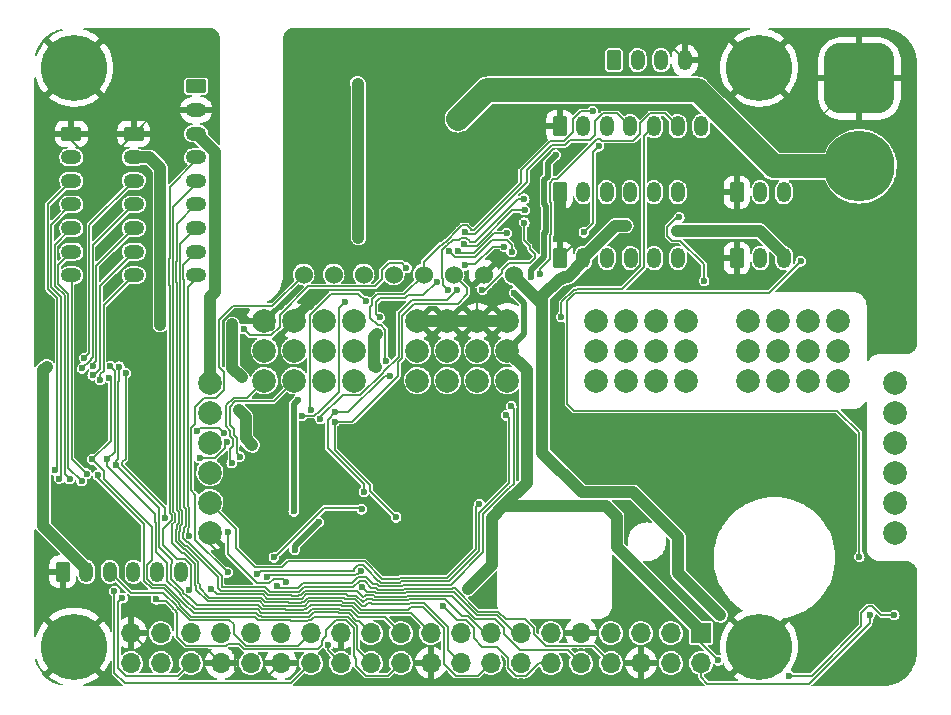
<source format=gbr>
G04 #@! TF.GenerationSoftware,KiCad,Pcbnew,(6.0.1)*
G04 #@! TF.CreationDate,2022-08-03T17:01:47-07:00*
G04 #@! TF.ProjectId,Prime Mover,5072696d-6520-44d6-9f76-65722e6b6963,rev?*
G04 #@! TF.SameCoordinates,Original*
G04 #@! TF.FileFunction,Copper,L2,Bot*
G04 #@! TF.FilePolarity,Positive*
%FSLAX46Y46*%
G04 Gerber Fmt 4.6, Leading zero omitted, Abs format (unit mm)*
G04 Created by KiCad (PCBNEW (6.0.1)) date 2022-08-03 17:01:47*
%MOMM*%
%LPD*%
G01*
G04 APERTURE LIST*
G04 Aperture macros list*
%AMRoundRect*
0 Rectangle with rounded corners*
0 $1 Rounding radius*
0 $2 $3 $4 $5 $6 $7 $8 $9 X,Y pos of 4 corners*
0 Add a 4 corners polygon primitive as box body*
4,1,4,$2,$3,$4,$5,$6,$7,$8,$9,$2,$3,0*
0 Add four circle primitives for the rounded corners*
1,1,$1+$1,$2,$3*
1,1,$1+$1,$4,$5*
1,1,$1+$1,$6,$7*
1,1,$1+$1,$8,$9*
0 Add four rect primitives between the rounded corners*
20,1,$1+$1,$2,$3,$4,$5,0*
20,1,$1+$1,$4,$5,$6,$7,0*
20,1,$1+$1,$6,$7,$8,$9,0*
20,1,$1+$1,$8,$9,$2,$3,0*%
G04 Aperture macros list end*
G04 #@! TA.AperFunction,ComponentPad*
%ADD10C,5.600000*%
G04 #@! TD*
G04 #@! TA.AperFunction,ComponentPad*
%ADD11C,6.000000*%
G04 #@! TD*
G04 #@! TA.AperFunction,ComponentPad*
%ADD12RoundRect,1.500000X-1.500000X1.500000X-1.500000X-1.500000X1.500000X-1.500000X1.500000X1.500000X0*%
G04 #@! TD*
G04 #@! TA.AperFunction,ComponentPad*
%ADD13C,2.000000*%
G04 #@! TD*
G04 #@! TA.AperFunction,ComponentPad*
%ADD14RoundRect,0.250000X-0.350000X-0.625000X0.350000X-0.625000X0.350000X0.625000X-0.350000X0.625000X0*%
G04 #@! TD*
G04 #@! TA.AperFunction,ComponentPad*
%ADD15O,1.200000X1.750000*%
G04 #@! TD*
G04 #@! TA.AperFunction,ComponentPad*
%ADD16RoundRect,0.250000X-0.625000X0.350000X-0.625000X-0.350000X0.625000X-0.350000X0.625000X0.350000X0*%
G04 #@! TD*
G04 #@! TA.AperFunction,ComponentPad*
%ADD17O,1.750000X1.200000*%
G04 #@! TD*
G04 #@! TA.AperFunction,ComponentPad*
%ADD18R,1.700000X1.700000*%
G04 #@! TD*
G04 #@! TA.AperFunction,ComponentPad*
%ADD19O,1.700000X1.700000*%
G04 #@! TD*
G04 #@! TA.AperFunction,ComponentPad*
%ADD20C,1.524000*%
G04 #@! TD*
G04 #@! TA.AperFunction,ViaPad*
%ADD21C,0.600000*%
G04 #@! TD*
G04 #@! TA.AperFunction,Conductor*
%ADD22C,0.150000*%
G04 #@! TD*
G04 #@! TA.AperFunction,Conductor*
%ADD23C,0.500000*%
G04 #@! TD*
G04 #@! TA.AperFunction,Conductor*
%ADD24C,1.000000*%
G04 #@! TD*
G04 #@! TA.AperFunction,Conductor*
%ADD25C,0.200000*%
G04 #@! TD*
G04 #@! TA.AperFunction,Conductor*
%ADD26C,2.000000*%
G04 #@! TD*
G04 APERTURE END LIST*
D10*
X39000000Y-24500000D03*
X39000000Y24500000D03*
X-19000000Y-24500000D03*
X-19000000Y24500000D03*
D11*
X47500000Y16160000D03*
D12*
X47500000Y23600000D03*
D13*
X50500000Y-14850000D03*
X50500000Y-12310000D03*
X50500000Y-9770000D03*
X50500000Y-7230000D03*
X50500000Y-4690000D03*
X50500000Y-2150000D03*
X-7500000Y-14850000D03*
X-7500000Y-12310000D03*
X-7500000Y-9770000D03*
X-7500000Y-7230000D03*
X-7500000Y-4690000D03*
X-7500000Y-2150000D03*
X45700000Y-1980000D03*
X45700000Y560000D03*
X45700000Y3100000D03*
X43160000Y-1980000D03*
X43160000Y560000D03*
X43160000Y3100000D03*
X40620000Y-1980000D03*
X40620000Y560000D03*
X40620000Y3100000D03*
X38080000Y-1980000D03*
X38080000Y560000D03*
X38080000Y3100000D03*
X32840000Y-1980000D03*
X32840000Y560000D03*
X32840000Y3100000D03*
X30300000Y-1980000D03*
X30300000Y560000D03*
X30300000Y3100000D03*
X27760000Y-1980000D03*
X27760000Y560000D03*
X27760000Y3100000D03*
X25220000Y-1980000D03*
X25220000Y560000D03*
X25220000Y3100000D03*
X17700000Y-1980000D03*
X17700000Y560000D03*
X17700000Y3100000D03*
X15160000Y-1980000D03*
X15160000Y560000D03*
X15160000Y3100000D03*
X12620000Y-1980000D03*
X12620000Y560000D03*
X12620000Y3100000D03*
X10080000Y-1980000D03*
X10080000Y560000D03*
X10080000Y3100000D03*
X4740000Y-1980000D03*
X4740000Y560000D03*
X4740000Y3100000D03*
X2200000Y-1980000D03*
X2200000Y560000D03*
X2200000Y3100000D03*
X-340000Y-1980000D03*
X-340000Y560000D03*
X-340000Y3100000D03*
X-2880000Y-1980000D03*
X-2880000Y560000D03*
X-2880000Y3100000D03*
D14*
X22110000Y13970000D03*
D15*
X24110000Y13970000D03*
X26110000Y13970000D03*
X28110000Y13970000D03*
X30110000Y13970000D03*
X32110000Y13970000D03*
D16*
X-13940000Y18930000D03*
D17*
X-13940000Y16930000D03*
X-13940000Y14930000D03*
X-13940000Y12930000D03*
X-13940000Y10930000D03*
X-13940000Y8930000D03*
X-13940000Y6930000D03*
D15*
X-9970000Y-18170000D03*
X-11970000Y-18170000D03*
X-13970000Y-18170000D03*
X-15970000Y-18170000D03*
X-17970000Y-18170000D03*
D14*
X-19970000Y-18170000D03*
D17*
X-19230000Y6930000D03*
X-19230000Y8930000D03*
X-19230000Y10930000D03*
X-19230000Y12930000D03*
X-19230000Y14930000D03*
X-19230000Y16930000D03*
D16*
X-19230000Y18930000D03*
D14*
X22110000Y19550000D03*
D15*
X24110000Y19550000D03*
X26110000Y19550000D03*
X28110000Y19550000D03*
X30110000Y19550000D03*
X32110000Y19550000D03*
X34110000Y19550000D03*
D14*
X26720000Y25150000D03*
D15*
X28720000Y25150000D03*
X30720000Y25150000D03*
X32720000Y25150000D03*
D17*
X-8650000Y6930000D03*
X-8650000Y8930000D03*
X-8650000Y10930000D03*
X-8650000Y12930000D03*
X-8650000Y14930000D03*
X-8650000Y16930000D03*
X-8650000Y18930000D03*
X-8650000Y20930000D03*
D16*
X-8650000Y22930000D03*
D14*
X22130000Y8390000D03*
D15*
X24130000Y8390000D03*
X26130000Y8390000D03*
X28130000Y8390000D03*
X30130000Y8390000D03*
X32130000Y8390000D03*
D14*
X37110000Y13970000D03*
D15*
X39110000Y13970000D03*
X41110000Y13970000D03*
D14*
X37110000Y8390000D03*
D15*
X39110000Y8390000D03*
X41110000Y8390000D03*
D18*
X34080000Y-23350000D03*
D19*
X34080000Y-25890000D03*
X31540000Y-23350000D03*
X31540000Y-25890000D03*
X29000000Y-23350000D03*
X29000000Y-25890000D03*
X26460000Y-23350000D03*
X26460000Y-25890000D03*
X23920000Y-23350000D03*
X23920000Y-25890000D03*
X21380000Y-23350000D03*
X21380000Y-25890000D03*
X18840000Y-23350000D03*
X18840000Y-25890000D03*
X16300000Y-23350000D03*
X16300000Y-25890000D03*
X13760000Y-23350000D03*
X13760000Y-25890000D03*
X11220000Y-23350000D03*
X11220000Y-25890000D03*
X8680000Y-23350000D03*
X8680000Y-25890000D03*
X6140000Y-23350000D03*
X6140000Y-25890000D03*
X3600000Y-23350000D03*
X3600000Y-25890000D03*
X1060000Y-23350000D03*
X1060000Y-25890000D03*
X-1480000Y-23350000D03*
X-1480000Y-25890000D03*
X-4020000Y-23350000D03*
X-4020000Y-25890000D03*
X-6560000Y-23350000D03*
X-6560000Y-25890000D03*
X-9100000Y-23350000D03*
X-9100000Y-25890000D03*
X-11640000Y-23350000D03*
X-11640000Y-25890000D03*
X-14180000Y-23350000D03*
X-14180000Y-25890000D03*
D20*
X18225000Y7000000D03*
X15685000Y7000000D03*
X13145000Y7000000D03*
X10605000Y7000000D03*
X8065000Y7000000D03*
X5525000Y7000000D03*
X2985000Y7000000D03*
X445000Y7000000D03*
D21*
X42520000Y8120000D03*
X47430000Y-5020000D03*
X47480000Y-16880000D03*
X35540000Y-25670000D03*
X41550000Y-26970000D03*
X50440000Y-21830000D03*
X48380000Y-21790000D03*
X12780000Y8950000D03*
X27700000Y-22850000D03*
X-19540000Y-13930000D03*
X-14030000Y-14860000D03*
X-16860000Y-16650000D03*
X-4050000Y-13100000D03*
X-4430000Y-15910000D03*
X-6610000Y-16700000D03*
X-8560000Y-11040000D03*
X-6230000Y-11060000D03*
X-4240000Y-10160000D03*
X-2300000Y-10080000D03*
X1810000Y-7760000D03*
X4100000Y-6160000D03*
X8450000Y-2850000D03*
X16990000Y-3880000D03*
X30560000Y-11480000D03*
X27780000Y-12500000D03*
X33310000Y-20900000D03*
X30570000Y-17800000D03*
X27880000Y-18940000D03*
X31050000Y-21840000D03*
X16250000Y-19760000D03*
X15110000Y-20670000D03*
X12000000Y-17890000D03*
X7700000Y-15830000D03*
X13950000Y-15760000D03*
X20080000Y13940000D03*
X20105990Y9410806D03*
X19730000Y6780000D03*
X18270000Y5460000D03*
X20480275Y7069918D03*
X19396467Y8514989D03*
X22139826Y10714011D03*
X1300000Y5180000D03*
X7740000Y4500989D03*
X7950000Y1720000D03*
X7710000Y-1570000D03*
X7390000Y-310000D03*
X13420000Y5710000D03*
X6864746Y3365503D03*
X11702726Y6406490D03*
X5685500Y4769623D03*
X12658135Y5717809D03*
X13545878Y8984500D03*
X45080000Y-27080000D03*
X-11550000Y-11500000D03*
X-18440000Y-8190000D03*
X-18370000Y3240000D03*
X-11600000Y-6390000D03*
X-13250000Y-60000D03*
X-12910000Y-8310000D03*
X-14000000Y-8920000D03*
X15550000Y5720000D03*
X3910000Y4690000D03*
X-21630000Y-5260000D03*
X-21310000Y-800000D03*
X-3930000Y-7430000D03*
X-332763Y-16292194D03*
X14350000Y-19590000D03*
X1720000Y-13970000D03*
X-5060000Y-4450000D03*
X16350000Y-13600000D03*
X1860000Y-5220000D03*
X320000Y-4960000D03*
X35700000Y-21830000D03*
X24176304Y10568060D03*
X22245500Y3415460D03*
X18020000Y-4160000D03*
X17590000Y-4920000D03*
X8270000Y-13550000D03*
X5547612Y-11397026D03*
X15325791Y-12414011D03*
X8420000Y-17700000D03*
X-16440000Y15080000D03*
X-4870000Y3700000D03*
X1101041Y-4435445D03*
X-5600000Y2770000D03*
X9140000Y7585500D03*
X14083052Y7768514D03*
X-6052792Y-7148467D03*
X-8360000Y-8510000D03*
X-6290797Y-6430697D03*
X-8568050Y-6250037D03*
X-4650500Y2398119D03*
X6959162Y-16955510D03*
X4504310Y-11691394D03*
X-30489Y-3629511D03*
X-390000Y-13040000D03*
X-4962336Y-8407664D03*
X-5641968Y-8963603D03*
X-3470000Y-18350000D03*
X-6000000Y-14790000D03*
X-11300000Y-13600000D03*
X-1060000Y-19030000D03*
X-1800000Y-19330000D03*
X2520000Y-24340000D03*
X5347951Y-12873526D03*
X-2070264Y-16953904D03*
X3060878Y-5450878D03*
X3100000Y-4670000D03*
X5260450Y-18109009D03*
X-2682326Y-18603522D03*
X-5990000Y-18220000D03*
X6610000Y1950000D03*
X6540000Y-860000D03*
X-4780000Y-1700000D03*
X-11700000Y2760000D03*
X5387152Y-19457520D03*
X-9249011Y-15131845D03*
X-12059394Y-20487638D03*
X-7372528Y-19620771D03*
X-9228781Y-19718743D03*
X-16990000Y-9960000D03*
X-14640000Y-1360000D03*
X-15460835Y-9097409D03*
X-15170000Y-790000D03*
X-16180000Y-8660000D03*
X-15919472Y-773302D03*
X-16052777Y-1749563D03*
X-17460000Y-8650000D03*
X-14900000Y-20380000D03*
X-15580000Y-19820000D03*
X-20640000Y-9570000D03*
X-20250000Y-10270000D03*
X-19380000Y-10320000D03*
X-18360000Y-10480000D03*
X-17943193Y-9857084D03*
X-18124122Y-55878D03*
X-18323313Y-954154D03*
X-17363242Y-778512D03*
X-17408461Y-1526649D03*
X-16779256Y-1933903D03*
X40240000Y-8920000D03*
X44030000Y13970000D03*
X7600000Y23120000D03*
X810000Y-27370000D03*
X8350000Y27360000D03*
X51290000Y5030000D03*
X33430000Y-15460000D03*
X46530000Y-15410000D03*
X21730000Y-6900000D03*
X33760000Y9560000D03*
X11880000Y17580000D03*
X14830000Y23970000D03*
X21260000Y27140000D03*
X42100000Y22010000D03*
X16910000Y17280000D03*
X-680000Y26940000D03*
X22040000Y24310000D03*
X41020000Y17880000D03*
X7070000Y15370000D03*
X43060000Y7390000D03*
X50350000Y-26520000D03*
X12230000Y15420000D03*
X25110000Y-27200000D03*
X30490000Y18060000D03*
X28860000Y20930000D03*
X46160000Y-6050000D03*
X51340000Y-19250000D03*
X35790000Y-27070000D03*
X31910000Y15950000D03*
X20380000Y-27260000D03*
X-5366717Y-24834500D03*
X8978092Y-1018848D03*
X23830000Y17850000D03*
X41020000Y10590000D03*
X26780000Y-8520000D03*
X-220000Y16480000D03*
X35580000Y27080000D03*
X9630000Y20960000D03*
X25790000Y15830000D03*
X12040000Y12160000D03*
X33920000Y-5054500D03*
X34930000Y17540000D03*
X36990000Y17180000D03*
X16890000Y21010000D03*
X16100000Y13150000D03*
X7410000Y17610000D03*
X25250000Y-5100000D03*
X12070000Y27280000D03*
X-250000Y8720000D03*
X6720000Y8180000D03*
X-690000Y21070000D03*
X42190000Y-22250000D03*
X4820000Y-27320000D03*
X50680000Y19200000D03*
X16360000Y26460000D03*
X6010000Y26900000D03*
X33050000Y20920000D03*
X43800000Y11450000D03*
X50600000Y10560000D03*
X19670000Y17800000D03*
X19660000Y21040000D03*
X34310000Y13730000D03*
X43000000Y26690000D03*
X49580000Y1370000D03*
X33190000Y-9100000D03*
X45870000Y11030000D03*
X13985551Y9591494D03*
X19140000Y12460000D03*
X19110000Y13430000D03*
X17641339Y10493564D03*
X17425046Y9365500D03*
X34350158Y6466469D03*
X19120000Y11400000D03*
X32240000Y11840000D03*
X24920000Y20820000D03*
X14060727Y10640495D03*
X32010000Y10690000D03*
X5010000Y23160000D03*
X27720000Y11140000D03*
X5070000Y10130000D03*
X21800000Y17140000D03*
X13520000Y20180000D03*
X25411798Y17850042D03*
X12221401Y-21028960D03*
X18043883Y8942662D03*
D22*
X23320000Y-4530000D02*
X45640000Y-4530000D01*
X22770000Y-3980000D02*
X23320000Y-4530000D01*
X45640000Y-4530000D02*
X47480000Y-6370000D01*
X22770000Y4732856D02*
X22770000Y-3980000D01*
X47480000Y-6370000D02*
X47480000Y-16880000D01*
X23657144Y5460000D02*
X23598124Y5400980D01*
X42520000Y8120000D02*
X39860000Y5460000D01*
X23438123Y5400979D02*
X22770000Y4732856D01*
X39860000Y5460000D02*
X23657144Y5460000D01*
X23598124Y5400980D02*
X23438123Y5400979D01*
X19581489Y9426753D02*
X19120000Y9888242D01*
X19581489Y9193549D02*
X19581489Y9426753D01*
X20060000Y8715038D02*
X19581489Y9193549D01*
X20060000Y8411060D02*
X20060000Y8715038D01*
X19639429Y7990489D02*
X20060000Y8411060D01*
X17238489Y7158351D02*
X17238489Y7408627D01*
X17238489Y7408627D02*
X17820351Y7990489D01*
X15800138Y5720000D02*
X17238489Y7158351D01*
X15550000Y5720000D02*
X15800138Y5720000D01*
X19120000Y9888242D02*
X19120000Y11400000D01*
X17820351Y7990489D02*
X19639429Y7990489D01*
X29768473Y20649520D02*
X31010480Y20649520D01*
X28934520Y19815567D02*
X29768473Y20649520D01*
X28934520Y18904520D02*
X28934520Y19815567D01*
X28360000Y18330000D02*
X28934520Y18904520D01*
X21889520Y15069520D02*
X25320000Y18500000D01*
X21285480Y14791552D02*
X21563448Y15069520D01*
X21285480Y13148448D02*
X21285480Y14791552D01*
X21305480Y8285480D02*
X21305480Y10323731D01*
D23*
X20830970Y10520281D02*
X20930969Y10620279D01*
D22*
X25490000Y18500000D02*
X25660000Y18330000D01*
D23*
X20810970Y14988102D02*
X21110480Y15287611D01*
X20830969Y10292029D02*
X20830970Y10520281D01*
D22*
X20480275Y7069918D02*
X20480275Y7460275D01*
D23*
X20825490Y8505490D02*
X20825490Y10286550D01*
D22*
X25660000Y18330000D02*
X28360000Y18330000D01*
D23*
X19730000Y6780000D02*
X19730000Y7410000D01*
X21110480Y16450480D02*
X21800000Y17140000D01*
D22*
X31010480Y20649520D02*
X32110000Y19550000D01*
X20330979Y9635795D02*
X20105990Y9410806D01*
D23*
X20810969Y12951900D02*
X20810970Y14988102D01*
D22*
X20336458Y13683542D02*
X20336458Y9908577D01*
D23*
X20930969Y12831900D02*
X20810969Y12951900D01*
D22*
X20080000Y13940000D02*
X20336458Y13683542D01*
X20330979Y9903098D02*
X20330979Y9635795D01*
X21405480Y13028448D02*
X21285480Y13148448D01*
X21405480Y10423731D02*
X21405480Y13028448D01*
D23*
X21110480Y15287611D02*
X21110480Y16450480D01*
D22*
X20336458Y9908577D02*
X20330979Y9903098D01*
D23*
X20930969Y10620279D02*
X20930969Y12831900D01*
X19730000Y7410000D02*
X20825490Y8505490D01*
D22*
X21305480Y10323731D02*
X21405480Y10423731D01*
D23*
X20825490Y10286550D02*
X20830969Y10292029D01*
D22*
X20480275Y7460275D02*
X21305480Y8285480D01*
X21563448Y15069520D02*
X21889520Y15069520D01*
X25320000Y18500000D02*
X25490000Y18500000D01*
X23460000Y9720000D02*
X22130000Y8390000D01*
X24070000Y9720000D02*
X23460000Y9720000D01*
X26720000Y12370000D02*
X24070000Y9720000D01*
X27850000Y12370000D02*
X26720000Y12370000D01*
X28934520Y11285480D02*
X27850000Y12370000D01*
X28954520Y11285480D02*
X28934520Y11285480D01*
X28954520Y7773473D02*
X28954520Y11285480D01*
X27901047Y6720000D02*
X28954520Y7773473D01*
X24030000Y6720000D02*
X27901047Y6720000D01*
X23380000Y6070000D02*
X24030000Y6720000D01*
X22820000Y6070000D02*
X23380000Y6070000D01*
X22340000Y5590000D02*
X22820000Y6070000D01*
X22230000Y5590000D02*
X22340000Y5590000D01*
X21530000Y4890000D02*
X22230000Y5590000D01*
X21530000Y3280000D02*
X21530000Y4890000D01*
X21730000Y3080000D02*
X21530000Y3280000D01*
X21730000Y-6900000D02*
X21730000Y3080000D01*
D24*
X22129897Y6654511D02*
X20650000Y5174614D01*
X22329897Y6654511D02*
X22129897Y6654511D01*
X20650000Y5174614D02*
X20650000Y4575000D01*
X22809511Y6794511D02*
X22469897Y6794511D01*
X24130000Y8115000D02*
X22809511Y6794511D01*
X24130000Y8390000D02*
X24130000Y8115000D01*
X22469897Y6794511D02*
X22329897Y6654511D01*
D22*
X29254031Y7649412D02*
X29254031Y18694031D01*
X23549511Y5775939D02*
X27380558Y5775939D01*
X23474062Y5700490D02*
X23549511Y5775939D01*
X23314062Y5700490D02*
X23474062Y5700490D01*
X22245500Y4631928D02*
X23314062Y5700490D01*
X29254031Y18694031D02*
X30110000Y19550000D01*
X22245500Y3415460D02*
X22245500Y4631928D01*
X27380558Y5775939D02*
X29254031Y7649412D01*
X24934520Y11326276D02*
X24176304Y10568060D01*
X24934520Y17372764D02*
X24934520Y11326276D01*
X25411798Y17850042D02*
X24934520Y17372764D01*
X34080000Y-24210000D02*
X34080000Y-23350000D01*
X35540000Y-25670000D02*
X34080000Y-24210000D01*
X48380000Y-22470000D02*
X48380000Y-21790000D01*
X34627919Y-27640000D02*
X43210000Y-27640000D01*
X34080000Y-27092081D02*
X34627919Y-27640000D01*
X43210000Y-27640000D02*
X48380000Y-22470000D01*
X34080000Y-25890000D02*
X34080000Y-27092081D01*
X43440000Y-26970000D02*
X41550000Y-26970000D01*
X47650000Y-22760000D02*
X43440000Y-26970000D01*
X47650000Y-21640000D02*
X47650000Y-22760000D01*
X48210000Y-21080000D02*
X47650000Y-21640000D01*
X48590000Y-21080000D02*
X48210000Y-21080000D01*
X50440000Y-21830000D02*
X49340000Y-21830000D01*
X49340000Y-21830000D02*
X48590000Y-21080000D01*
D24*
X22130000Y10723837D02*
X22139826Y10714011D01*
X22110000Y13970000D02*
X22130000Y13950000D01*
X22130000Y13950000D02*
X22130000Y10723837D01*
D23*
X22130000Y10704185D02*
X22139826Y10714011D01*
X22130000Y8390000D02*
X22130000Y10704185D01*
D22*
X13270000Y8460000D02*
X12780000Y8950000D01*
X14983572Y8460000D02*
X13270000Y8460000D01*
X16413572Y9890000D02*
X14983572Y8460000D01*
X17690000Y9890000D02*
X16413572Y9890000D01*
X18043883Y8942662D02*
X18043883Y9536117D01*
X12043831Y9516461D02*
X10605000Y8077630D01*
X12438681Y9774011D02*
X12181131Y9516461D01*
X12470440Y9774012D02*
X12438681Y9774011D01*
X13536226Y10839798D02*
X12470440Y9774012D01*
X13843470Y11164996D02*
X13536226Y10857752D01*
X14277984Y11164996D02*
X13843470Y11164996D01*
X14585228Y10823895D02*
X14585228Y10857752D01*
X14585400Y10794525D02*
X14585400Y10823723D01*
X14590137Y10789788D02*
X14585400Y10794525D01*
X14850869Y10760869D02*
X14590137Y10760869D01*
X21310000Y18280000D02*
X18840000Y15810000D01*
X22486072Y18280000D02*
X21310000Y18280000D01*
X23285480Y19079408D02*
X22486072Y18280000D01*
X23285480Y20205480D02*
X23285480Y19079408D01*
X23900000Y20820000D02*
X23285480Y20205480D01*
X24920000Y20820000D02*
X23900000Y20820000D01*
X14239864Y10461358D02*
X14060727Y10640495D01*
X19359510Y14845938D02*
X14974930Y10461358D01*
X19359510Y15885938D02*
X19359510Y14845938D01*
X14585400Y10823723D02*
X14585228Y10823895D01*
X21454061Y17980489D02*
X19359510Y15885938D01*
X22610133Y17980489D02*
X21454061Y17980489D01*
X23009644Y18380000D02*
X22610133Y17980489D01*
X24676428Y18380000D02*
X23009644Y18380000D01*
X25095938Y19976985D02*
X25095938Y18799510D01*
X13536226Y10857752D02*
X13536226Y10839798D01*
X25768953Y20650000D02*
X25095938Y19976985D01*
X27010000Y20650000D02*
X25768953Y20650000D01*
X18840000Y15810000D02*
X18840000Y14750000D01*
X28110000Y19550000D02*
X27010000Y20650000D01*
X12254501Y6121443D02*
X12658135Y5717809D01*
X12254501Y6487257D02*
X12254501Y6121443D01*
X12235388Y6506370D02*
X12254501Y6487257D01*
X12235388Y6530298D02*
X12235388Y6506370D01*
X12225581Y6540105D02*
X12235388Y6530298D01*
X12225581Y6609104D02*
X12225581Y6540105D01*
X12158489Y6676196D02*
X12225581Y6609104D01*
X12158489Y9070247D02*
X12158489Y6676196D01*
X18043883Y9536117D02*
X17690000Y9890000D01*
X13082002Y9955154D02*
X12601349Y9474501D01*
X10605000Y8077630D02*
X10605000Y7000000D01*
X13607453Y9955154D02*
X13082002Y9955154D01*
X14202808Y10115995D02*
X13768294Y10115995D01*
X14510052Y9730164D02*
X14510052Y9808751D01*
X12562743Y9474501D02*
X12158489Y9070247D01*
X19110000Y13430000D02*
X18617144Y13430000D01*
X12601349Y9474501D02*
X12562743Y9474501D01*
X14917307Y9730165D02*
X14510052Y9730164D01*
X14585228Y10857752D02*
X14277984Y11164996D01*
X14049461Y9591494D02*
X13985551Y9591494D01*
X14793246Y9430654D02*
X14210301Y9430654D01*
X15041369Y9430653D02*
X14793246Y9430654D01*
X15055804Y9445088D02*
X15041369Y9430653D01*
X18116486Y12460000D02*
X15101574Y9445088D01*
X19140000Y12460000D02*
X18116486Y12460000D01*
X15101574Y9445088D02*
X15055804Y9445088D01*
X14890000Y8790000D02*
X13740378Y8790000D01*
X16593564Y10493564D02*
X14890000Y8790000D01*
X17641339Y10493564D02*
X16593564Y10493564D01*
X14210301Y9430654D02*
X14049461Y9591494D01*
X13740378Y8790000D02*
X13545878Y8984500D01*
X25095938Y18799510D02*
X24676428Y18380000D01*
X18840000Y14750000D02*
X14850869Y10760869D01*
X12181131Y9516461D02*
X12043831Y9516461D01*
X14590137Y10760869D02*
X14590137Y10789788D01*
X14974930Y10461358D02*
X14239864Y10461358D01*
X18617144Y13430000D02*
X14917307Y9730165D01*
X14510052Y9808751D02*
X14202808Y10115995D01*
X13768294Y10115995D02*
X13607453Y9955154D01*
X10605000Y7000000D02*
X8930000Y5325000D01*
X6675000Y5325000D02*
X6250000Y4900000D01*
X7950000Y1720000D02*
X7740000Y1930000D01*
X6549511Y3680738D02*
X6864746Y3365503D01*
X6910159Y5025489D02*
X6549511Y4664841D01*
X9054061Y5025489D02*
X8805938Y5025490D01*
X8930000Y5325000D02*
X6675000Y5325000D01*
X9264061Y5235489D02*
X9054061Y5025489D01*
X10531725Y5235489D02*
X9264061Y5235489D01*
X11702726Y6406490D02*
X10531725Y5235489D01*
X6549511Y4664841D02*
X6549511Y3680738D01*
X7740000Y1930000D02*
X7740000Y4500989D01*
X8738989Y7986511D02*
X9140000Y7585500D01*
X7656373Y7986511D02*
X8738989Y7986511D01*
X7078489Y7408627D02*
X7656373Y7986511D01*
X8805938Y5025490D02*
X6910159Y5025489D01*
X822780Y5994501D02*
X6481617Y5994501D01*
X6481617Y5994501D02*
X7078489Y6591373D01*
X-1564511Y2592790D02*
X-1564511Y3607210D01*
X7078489Y6591373D02*
X7078489Y7408627D01*
X-1564511Y3607210D02*
X822780Y5994501D01*
X-2287791Y1869510D02*
X-1564511Y2592790D01*
X-4121891Y1869510D02*
X-2287791Y1869510D01*
X-4650500Y2398119D02*
X-4121891Y1869510D01*
X7340000Y-260000D02*
X7390000Y-310000D01*
X6990000Y2690000D02*
X7340000Y2340000D01*
X7340000Y2340000D02*
X7340000Y1240000D01*
X7340000Y1240000D02*
X7340000Y-260000D01*
X6050000Y4250000D02*
X6050000Y3350000D01*
X6250000Y4450000D02*
X6050000Y4250000D01*
X6250000Y4900000D02*
X6250000Y4450000D01*
X6050000Y3350000D02*
X6710000Y2690000D01*
X6710000Y2690000D02*
X6990000Y2690000D01*
D25*
X-4430000Y-13480000D02*
X-4050000Y-13100000D01*
X-4430000Y-15910000D02*
X-4430000Y-13480000D01*
X-7500000Y-15810000D02*
X-6610000Y-16700000D01*
X-7500000Y-14850000D02*
X-7500000Y-15810000D01*
X-8540000Y-11060000D02*
X-8560000Y-11040000D01*
X-6230000Y-11060000D02*
X-8540000Y-11060000D01*
D22*
X-9380000Y-14539618D02*
X-9380000Y-15000856D01*
X-9384011Y-12596371D02*
X-9247947Y-12732435D01*
X-9384011Y-6599406D02*
X-9384011Y-12596371D01*
X-9392061Y-6591356D02*
X-9384011Y-6599406D01*
X-9392062Y-5908719D02*
X-9392061Y-6591356D01*
X-9380000Y-5896657D02*
X-9392062Y-5908719D01*
X-9380000Y5925000D02*
X-9380000Y-5896657D01*
X-8650000Y6655000D02*
X-9380000Y5925000D01*
X-8650000Y6930000D02*
X-8650000Y6655000D01*
X-5550000Y4350000D02*
X-2205000Y4350000D01*
X-6720000Y3180000D02*
X-5550000Y4350000D01*
X-6720000Y-790000D02*
X-6720000Y3180000D01*
X-6273532Y-1236468D02*
X-6720000Y-790000D01*
X-6273532Y-2746231D02*
X-6273532Y-1236468D01*
X-6992790Y-3465489D02*
X-6273532Y-2746231D01*
X-8007210Y-3465489D02*
X-6992790Y-3465489D01*
X-9074501Y-6485344D02*
X-9092551Y-6467294D01*
X-9074501Y-10812743D02*
X-9074501Y-6485344D01*
X-9380000Y-15000856D02*
X-9249011Y-15131845D01*
X-9084501Y-11257257D02*
X-9084501Y-10822743D01*
X-9092551Y-6467294D02*
X-9092551Y-6032780D01*
X-9074501Y-11267257D02*
X-9084501Y-11257257D01*
X-2205000Y4350000D02*
X445000Y7000000D01*
X-9074501Y-11277257D02*
X-9074501Y-11267257D01*
X-8724511Y-11627247D02*
X-9074501Y-11277257D01*
X-5990000Y-18220000D02*
X-8724511Y-15485489D01*
X-9247945Y-14407562D02*
X-9380000Y-14539618D01*
X-8724511Y-5664740D02*
X-8724511Y-4182790D01*
X-9084501Y-10822743D02*
X-9074501Y-10812743D01*
X-8724511Y-15485489D02*
X-8724511Y-11627247D01*
X-9247947Y-12732435D02*
X-9247945Y-14407562D01*
X-5140000Y-11060000D02*
X-6230000Y-11060000D01*
X-8724511Y-4182790D02*
X-8007210Y-3465489D01*
X-4240000Y-10160000D02*
X-5140000Y-11060000D01*
X-9092551Y-6032780D02*
X-8724511Y-5664740D01*
X-4160000Y-10080000D02*
X-4240000Y-10160000D01*
X-2300000Y-10080000D02*
X-4160000Y-10080000D01*
D23*
X19099511Y4630489D02*
X18270000Y5460000D01*
X19099511Y1959511D02*
X19099511Y4630489D01*
X17700000Y560000D02*
X19099511Y1959511D01*
D24*
X18225000Y6860386D02*
X18225000Y7000000D01*
X20650000Y4575000D02*
X20510386Y4575000D01*
X20510386Y4575000D02*
X18225000Y6860386D01*
D22*
X14828121Y7880978D02*
X14968124Y7880980D01*
X14968124Y7880980D02*
X16452644Y9365500D01*
X14291876Y7880980D02*
X14828121Y7880978D01*
X14235028Y7920490D02*
X14252365Y7920490D01*
X14252365Y7920490D02*
X14291876Y7880980D01*
X16452644Y9365500D02*
X17425046Y9365500D01*
X14083052Y7768514D02*
X14235028Y7920490D01*
D23*
X-4270000Y3100000D02*
X-4870000Y3700000D01*
X-2880000Y3100000D02*
X-4270000Y3100000D01*
X-340000Y3540000D02*
X1300000Y5180000D01*
X-340000Y3100000D02*
X-340000Y3540000D01*
D22*
X14260000Y5885000D02*
X13145000Y7000000D01*
X14260000Y5320000D02*
X14260000Y5885000D01*
X8439511Y-425819D02*
X8774011Y-91319D01*
X8439511Y-1582247D02*
X8439511Y-425819D01*
X4570880Y-5450878D02*
X8439511Y-1582247D01*
X3060878Y-5450878D02*
X4570880Y-5450878D01*
X12559510Y4849510D02*
X13420000Y5710000D01*
X8474501Y3734501D02*
X9589510Y4849510D01*
X8474501Y32743D02*
X8474501Y3734501D01*
X8774011Y-91319D02*
X8774011Y3526867D01*
X7155499Y-1286259D02*
X8474501Y32743D01*
X7155499Y-1296222D02*
X7155499Y-1286259D01*
X1860000Y-5100000D02*
X3750000Y-3210000D01*
X1860000Y-5220000D02*
X1860000Y-5100000D01*
X9778123Y4530979D02*
X13470979Y4530979D01*
X5241721Y-3210000D02*
X7155499Y-1296222D01*
X9589510Y4849510D02*
X12559510Y4849510D01*
X3750000Y-3210000D02*
X5241721Y-3210000D01*
X8774011Y3526867D02*
X9778123Y4530979D01*
X13470979Y4530979D02*
X14260000Y5320000D01*
X14810000Y6125000D02*
X15685000Y7000000D01*
X14810000Y5570000D02*
X14810000Y6125000D01*
X15160000Y5220000D02*
X14810000Y5570000D01*
X15160000Y3100000D02*
X15160000Y5220000D01*
X7305292Y-1570000D02*
X7137646Y-1737646D01*
X4205293Y-4670000D02*
X7137646Y-1737646D01*
X7710000Y-1570000D02*
X7305292Y-1570000D01*
X3100000Y-4670000D02*
X4205293Y-4670000D01*
D24*
X6410499Y1750499D02*
X6610000Y1950000D01*
X6410499Y-730499D02*
X6410499Y1750499D01*
X6540000Y-860000D02*
X6410499Y-730499D01*
D22*
X5065123Y5390000D02*
X5685500Y4769623D01*
X2758279Y5390000D02*
X5065123Y5390000D01*
X970000Y3601721D02*
X2758279Y5390000D01*
X970000Y-4304404D02*
X970000Y3601721D01*
X1101041Y-4435445D02*
X970000Y-4304404D01*
X-11550000Y-9670000D02*
X-12910000Y-8310000D01*
X-11550000Y-11500000D02*
X-11550000Y-9670000D01*
X-18860000Y-7770000D02*
X-18440000Y-8190000D01*
X-18860000Y-50000D02*
X-18860000Y-7770000D01*
X-18370000Y3240000D02*
X-18370000Y440000D01*
X-15460835Y-8805387D02*
X-15460835Y-9097409D01*
X-15269510Y-8614062D02*
X-15460835Y-8805387D01*
X-15269510Y-2131626D02*
X-15269510Y-8614062D01*
X-15170000Y-2032116D02*
X-15269510Y-2131626D01*
X-15170000Y-790000D02*
X-15170000Y-2032116D01*
X-15919472Y-782286D02*
X-15919472Y-773302D01*
X-15528276Y-1173482D02*
X-15919472Y-782286D01*
X-15528276Y-1966820D02*
X-15528276Y-1173482D01*
X-15569510Y-2008054D02*
X-15528276Y-1966820D01*
X-15569511Y-8049511D02*
X-15569510Y-2008054D01*
X-15889021Y-7079021D02*
X-15889021Y-1913319D01*
X-17460000Y-8650000D02*
X-15889021Y-7079021D01*
X-16479510Y-1145938D02*
X-16779256Y-1445684D01*
X-16479510Y4390490D02*
X-16479510Y-1145938D01*
X-15889021Y-1913319D02*
X-16052777Y-1749563D01*
X-13940000Y6930000D02*
X-16479510Y4390490D01*
X-17157741Y-1303013D02*
X-17381377Y-1526649D01*
X-17145985Y-1303013D02*
X-17157741Y-1303013D01*
X-16810489Y6059511D02*
X-16810489Y-955761D01*
X-17110000Y-320000D02*
X-17363242Y-573242D01*
X-13940000Y10930000D02*
X-17110000Y7760000D01*
X-18323313Y-935071D02*
X-18323313Y-954154D01*
X-16838741Y-995769D02*
X-17145985Y-1303013D01*
X-17599621Y-273135D02*
X-17906865Y-580379D01*
X-17599621Y-231379D02*
X-17599621Y-273135D01*
X-17595499Y-227257D02*
X-17599621Y-231379D01*
X-17595499Y-217257D02*
X-17595499Y-227257D01*
X-17565499Y-187257D02*
X-17595499Y-217257D01*
X-17565499Y-157257D02*
X-17565499Y-187257D01*
X-17410000Y-1758D02*
X-17565499Y-157257D01*
X-17710000Y358244D02*
X-18124122Y-55878D01*
X-17906865Y-580379D02*
X-17968621Y-580379D01*
X-17710000Y11160000D02*
X-17710000Y358244D01*
X-16180000Y-8660000D02*
X-15569511Y-8049511D01*
X-13940000Y14930000D02*
X-17710000Y11160000D01*
X-18370000Y440000D02*
X-18860000Y-50000D01*
X-16810489Y-955761D02*
X-16838741Y-984013D01*
X-16779256Y-1445684D02*
X-16779256Y-1933903D01*
X-17410000Y9460000D02*
X-17410000Y-1758D01*
X-17110000Y7760000D02*
X-17110000Y-320000D01*
X-17381377Y-1526649D02*
X-17408461Y-1526649D01*
X-13940000Y8930000D02*
X-16810489Y6059511D01*
X-17968621Y-580379D02*
X-18323313Y-935071D01*
X-17363242Y-573242D02*
X-17363242Y-778512D01*
X-13940000Y12930000D02*
X-17410000Y9460000D01*
X-16838741Y-984013D02*
X-16838741Y-995769D01*
X-11600000Y-6390000D02*
X-11600000Y-1710000D01*
X-11600000Y-1710000D02*
X-13250000Y-60000D01*
X-13520000Y-8920000D02*
X-12910000Y-8310000D01*
X-14000000Y-8920000D02*
X-13520000Y-8920000D01*
X-14936334Y-9153666D02*
X-11300000Y-12790000D01*
X-14936334Y-8880152D02*
X-14936334Y-9153666D01*
X-15460835Y-9164511D02*
X-15460835Y-9097409D01*
X-11300000Y-12790000D02*
X-11300000Y-13600000D01*
X-11824501Y-12800845D02*
X-15460835Y-9164511D01*
X-11769510Y-16044062D02*
X-11769510Y-13872248D01*
X-10675000Y-17138572D02*
X-11769510Y-16044062D01*
X-14640000Y-8583818D02*
X-14936334Y-8880152D01*
X-10675000Y-17433953D02*
X-10675000Y-17138572D01*
X-10794520Y-17553473D02*
X-10675000Y-17433953D01*
X-10794520Y-18786527D02*
X-10794520Y-17553473D01*
X-9855579Y-19725468D02*
X-10794520Y-18786527D01*
X-9767853Y-19813192D02*
X-9855579Y-19725468D01*
X-9753295Y-19926364D02*
X-9767852Y-19911810D01*
X-9753295Y-19926382D02*
X-9753295Y-19926364D01*
X-11824501Y-13817257D02*
X-11824501Y-12800845D01*
X-9753282Y-19936000D02*
X-9753282Y-19926395D01*
X-9337813Y-20243242D02*
X-9341269Y-20239786D01*
X-9337809Y-20243242D02*
X-9337813Y-20243242D01*
X-9337807Y-20243244D02*
X-9337809Y-20243242D01*
X-9314203Y-20266844D02*
X-9337803Y-20243244D01*
X-8575842Y-20979021D02*
X-9281473Y-20273390D01*
X-2870308Y-21337552D02*
X-3050309Y-21337551D01*
X-2849819Y-21358041D02*
X-2870308Y-21337552D01*
X-9753282Y-19926395D02*
X-9753295Y-19926382D01*
X-2849813Y-21358041D02*
X-2849819Y-21358041D01*
X-2849808Y-21358046D02*
X-2849813Y-21358041D01*
X-3408839Y-20979021D02*
X-8575842Y-20979021D01*
X-2819096Y-21358046D02*
X-2849808Y-21358046D01*
X-9281473Y-20273390D02*
X-9314203Y-20266844D01*
X-2818121Y-21359021D02*
X-2819096Y-21358046D01*
X-1082412Y-21359021D02*
X-2818121Y-21359021D01*
X-1064372Y-21377061D02*
X-1082412Y-21359021D01*
X-1064366Y-21377061D02*
X-1064372Y-21377061D01*
X-1064363Y-21377064D02*
X-1064366Y-21377061D01*
X-1064358Y-21377064D02*
X-1064363Y-21377064D01*
X-1064353Y-21377069D02*
X-1064358Y-21377064D01*
X424357Y-21377069D02*
X-1064353Y-21377069D01*
X424361Y-21377065D02*
X424357Y-21377069D01*
X424365Y-21377065D02*
X424361Y-21377065D01*
X442409Y-21359021D02*
X424365Y-21377065D01*
X678123Y-21359021D02*
X442409Y-21359021D01*
X-11769510Y-13872248D02*
X-11824501Y-13817257D01*
X-14640000Y-1360000D02*
X-14640000Y-8583818D01*
X1058122Y-20979022D02*
X678123Y-21359021D01*
X3574727Y-20979022D02*
X1058122Y-20979022D01*
X-9767852Y-19911810D02*
X-9767853Y-19813192D01*
X3673151Y-21077446D02*
X3574727Y-20979022D01*
X4541322Y-21077448D02*
X3673151Y-21077446D01*
X5160919Y-21697042D02*
X4541322Y-21077448D01*
X-9337803Y-20243244D02*
X-9337807Y-20243244D01*
X-9341269Y-20239786D02*
X-9449496Y-20239786D01*
X11220000Y-23350000D02*
X9567045Y-21697045D01*
X-3050309Y-21337551D02*
X-3408839Y-20979021D01*
X9567045Y-21697045D02*
X5160919Y-21697042D01*
X-9449496Y-20239786D02*
X-9753282Y-19936000D01*
X9930000Y12160000D02*
X12040000Y12160000D01*
X6720000Y8950000D02*
X9930000Y12160000D01*
X6720000Y8180000D02*
X6720000Y8950000D01*
X3424511Y4204511D02*
X3910000Y4690000D01*
X3424511Y3516232D02*
X3424511Y4204511D01*
D24*
X12620000Y3100000D02*
X10080000Y3100000D01*
X15160000Y3100000D02*
X12620000Y3100000D01*
X17700000Y3100000D02*
X15160000Y3100000D01*
X17350000Y-12620000D02*
X17356371Y-12620000D01*
X17356371Y-12620000D02*
X19350119Y-10626252D01*
X19350119Y-1090119D02*
X17700000Y560000D01*
X19350119Y-10626252D02*
X19350119Y-1090119D01*
X14350000Y-19590000D02*
X16350000Y-17590000D01*
X16350000Y-17590000D02*
X16350000Y-13600000D01*
X16350000Y-13600000D02*
X16370000Y-13600000D01*
X26950000Y-13510000D02*
X26950000Y-16080275D01*
X26950000Y-16080275D02*
X34080000Y-23210275D01*
X34080000Y-23210275D02*
X34080000Y-23350000D01*
X26060000Y-12620000D02*
X26950000Y-13510000D01*
X17350000Y-12620000D02*
X26060000Y-12620000D01*
X16370000Y-13600000D02*
X17350000Y-12620000D01*
X-7040000Y5560000D02*
X-7040000Y17362088D01*
X-8607912Y18930000D02*
X-8650000Y18930000D01*
X-7040000Y17362088D02*
X-8607912Y18930000D01*
X-21630000Y-5260000D02*
X-21630000Y-1120000D01*
X-21630000Y-1120000D02*
X-21310000Y-800000D01*
X-7500000Y5100000D02*
X-7040000Y5560000D01*
X-7500000Y-2150000D02*
X-7500000Y5100000D01*
X-4481477Y-6878523D02*
X-4481477Y-5028523D01*
X-3930000Y-7430000D02*
X-4481477Y-6878523D01*
X-4481477Y-5028523D02*
X-5060000Y-4450000D01*
X-17970000Y-18170000D02*
X-17970000Y-17922887D01*
X-21630000Y-14262887D02*
X-21630000Y-5260000D01*
X-17970000Y-17922887D02*
X-21630000Y-14262887D01*
D23*
X-332763Y-16292194D02*
X-332763Y-16022763D01*
X-332763Y-16022763D02*
X1720000Y-13970000D01*
D22*
X3424511Y-2955489D02*
X3424511Y3516232D01*
X1684501Y-4695499D02*
X3424511Y-2955489D01*
X1582743Y-4695499D02*
X1684501Y-4695499D01*
X1318242Y-4960000D02*
X1582743Y-4695499D01*
X320000Y-4960000D02*
X1318242Y-4960000D01*
D24*
X20650000Y-8100000D02*
X20650000Y4575000D01*
X23990000Y-11440000D02*
X20650000Y-8100000D01*
X32136580Y-15215911D02*
X28360669Y-11440000D01*
X32136580Y-18266580D02*
X32136580Y-15215911D01*
X35700000Y-21830000D02*
X32136580Y-18266580D01*
X28360669Y-11440000D02*
X23990000Y-11440000D01*
D22*
X32340000Y9860000D02*
X34350158Y7849842D01*
X31640000Y9860000D02*
X32340000Y9860000D01*
X32020000Y11840000D02*
X31240000Y11060000D01*
X32240000Y11840000D02*
X32020000Y11840000D01*
X34350158Y7849842D02*
X34350158Y6466469D01*
X31240000Y11060000D02*
X31240000Y10260000D01*
X31240000Y10260000D02*
X31640000Y9860000D01*
X18220000Y-4620000D02*
X18220000Y-4360000D01*
X18220000Y-4360000D02*
X18020000Y-4160000D01*
X18220000Y-10703572D02*
X18220000Y-4620000D01*
X17861786Y-11061786D02*
X18220000Y-10703572D01*
X15620000Y-13303572D02*
X17861786Y-11061786D01*
X17850000Y-10350000D02*
X17850000Y-5180000D01*
X17850000Y-5180000D02*
X17590000Y-4920000D01*
X3060878Y-7830878D02*
X3060878Y-5450878D01*
X6070000Y-11350000D02*
X6070000Y-10840000D01*
X6070000Y-10840000D02*
X3060878Y-7830878D01*
X8270000Y-13550000D02*
X6070000Y-11350000D01*
X5036852Y-11691394D02*
X4504310Y-11691394D01*
X6959162Y-13613704D02*
X5036852Y-11691394D01*
X6959162Y-16955510D02*
X6959162Y-13613704D01*
X3100000Y-4670000D02*
X2480000Y-5290000D01*
X5547612Y-10747612D02*
X5547612Y-11397026D01*
X2480000Y-7680000D02*
X5547612Y-10747612D01*
X2480000Y-5290000D02*
X2480000Y-7680000D01*
X15020000Y-12719802D02*
X15325791Y-12414011D01*
X15020000Y-16260000D02*
X15020000Y-12719802D01*
X8600000Y-18690000D02*
X12590000Y-18690000D01*
X8510000Y-18780000D02*
X8600000Y-18690000D01*
X5601769Y-17284998D02*
X7096771Y-18780000D01*
X7096771Y-18780000D02*
X8510000Y-18780000D01*
X-901995Y-17284998D02*
X5601769Y-17284998D01*
X12590000Y-18690000D02*
X15020000Y-16260000D01*
X-3664061Y-17779511D02*
X-1396507Y-17779510D01*
X-5259510Y-14550490D02*
X-5259510Y-16184062D01*
X-7500000Y-12310000D02*
X-5259510Y-14550490D01*
X-5259510Y-16184062D02*
X-3664061Y-17779511D01*
X-1396507Y-17779510D02*
X-901995Y-17284998D01*
X15620000Y-16513572D02*
X15620000Y-13303572D01*
X17850000Y-10650000D02*
X17850000Y-10350000D01*
X12874550Y-19259022D02*
X15620000Y-16513572D01*
X12868122Y-19259022D02*
X12874550Y-19259022D01*
X12838123Y-19289021D02*
X12868122Y-19259022D01*
X8848122Y-19289022D02*
X12838123Y-19289021D01*
X8758123Y-19379021D02*
X8848122Y-19289022D01*
X6848649Y-19379022D02*
X8758123Y-19379021D01*
X6303983Y-19209021D02*
X6678649Y-19209022D01*
X5728471Y-18633509D02*
X6303983Y-19209021D01*
X4550831Y-19128511D02*
X5045833Y-18633509D01*
X-70000Y-19560000D02*
X361489Y-19128511D01*
X361489Y-19128511D02*
X4550831Y-19128511D01*
X5045833Y-18633509D02*
X5728471Y-18633509D01*
X-1800000Y-19330000D02*
X-1570000Y-19560000D01*
X6678649Y-19209022D02*
X6848649Y-19379022D01*
X-1570000Y-19560000D02*
X-70000Y-19560000D01*
X15320000Y-13180000D02*
X17850000Y-10650000D01*
X15320000Y-16390000D02*
X15320000Y-13180000D01*
X12750489Y-18959511D02*
X15320000Y-16390000D01*
X12744061Y-18959511D02*
X12750489Y-18959511D01*
X12714062Y-18989510D02*
X12744061Y-18959511D01*
X8724061Y-18989511D02*
X12714062Y-18989510D01*
X8634062Y-19079510D02*
X8724061Y-18989511D01*
X6972710Y-19079511D02*
X8634062Y-19079510D01*
X6802710Y-18909511D02*
X6972710Y-19079511D01*
X6745939Y-18909511D02*
X6802710Y-18909511D01*
X5784951Y-17948523D02*
X6745939Y-18909511D01*
X5784951Y-17891752D02*
X5784951Y-17948523D01*
X4735949Y-17891752D02*
X5043193Y-17584508D01*
X5477707Y-17584508D02*
X5784951Y-17891752D01*
X4682105Y-18079022D02*
X4735949Y-18025178D01*
X-3199022Y-18079022D02*
X4682105Y-18079022D01*
X-3470000Y-18350000D02*
X-3199022Y-18079022D01*
X5043193Y-17584508D02*
X5477707Y-17584508D01*
X4735949Y-18025178D02*
X4735949Y-17891752D01*
X8420000Y-17700000D02*
X7675510Y-16955510D01*
X7675510Y-16955510D02*
X6959162Y-16955510D01*
X13314922Y-26964511D02*
X15225489Y-26964511D01*
X12310000Y-25959589D02*
X13314922Y-26964511D01*
X12310000Y-22920411D02*
X12310000Y-25959589D01*
X10518120Y-21128531D02*
X12310000Y-22920411D01*
X9550045Y-21128531D02*
X10518120Y-21128531D01*
X9281044Y-21397532D02*
X9550045Y-21128531D01*
X5284981Y-21397532D02*
X9281044Y-21397532D01*
X3797217Y-20777936D02*
X4665385Y-20777936D01*
X934061Y-20679511D02*
X3698792Y-20679511D01*
X554062Y-21059510D02*
X934061Y-20679511D01*
X318348Y-21059510D02*
X554062Y-21059510D01*
X300306Y-21077553D02*
X318348Y-21059510D01*
X300300Y-21077554D02*
X300306Y-21077553D01*
X300297Y-21077557D02*
X300300Y-21077554D01*
X-940304Y-21077557D02*
X300297Y-21077557D01*
X-958351Y-21059510D02*
X-940304Y-21077557D01*
X-2694059Y-21059511D02*
X-958351Y-21059510D01*
X-2695034Y-21058536D02*
X-2694059Y-21059511D01*
X-2725743Y-21058537D02*
X-2695034Y-21058536D01*
X-2725749Y-21058531D02*
X-2725743Y-21058537D01*
X-2725761Y-21058527D02*
X-2725757Y-21058531D01*
X-2746253Y-21038040D02*
X-2725767Y-21058527D01*
X-2926247Y-21038041D02*
X-2746253Y-21038040D01*
X-3284778Y-20679510D02*
X-2926247Y-21038041D01*
X-7674061Y-20679511D02*
X-3284778Y-20679510D01*
X-8668213Y-19685360D02*
X-7674061Y-20679511D01*
X-8668213Y-19358260D02*
X-8668213Y-19685360D01*
X-8769511Y-19256962D02*
X-8668213Y-19358260D01*
X-9718695Y-16554877D02*
X-8769510Y-17504062D01*
X-9838454Y-16554876D02*
X-9718695Y-16554877D01*
X-10672045Y-15721284D02*
X-9838454Y-16554876D01*
X-10672045Y-14145617D02*
X-10672045Y-15721284D01*
X-10590490Y-14064062D02*
X-10672045Y-14145617D01*
X-10590490Y-14055820D02*
X-10590490Y-14064062D01*
X-10445989Y-13911319D02*
X-10590490Y-14055820D01*
X-10445989Y-13476805D02*
X-10445989Y-13911319D01*
X-10445988Y-13228682D02*
X-10445989Y-13476805D01*
X-10590489Y6158726D02*
X-10590489Y-13084181D01*
X-10648049Y6216286D02*
X-10590489Y6158726D01*
X-10648051Y7861492D02*
X-10648049Y6216286D01*
X-10648055Y8202657D02*
X-10648051Y7861492D01*
X-10590487Y8260229D02*
X-10648052Y8202664D01*
X-10590487Y12714513D02*
X-10590489Y11413083D01*
X-8650000Y14930000D02*
X-8650000Y14655000D01*
X-10290977Y8384291D02*
X-10290978Y11289022D01*
X-10290974Y8136173D02*
X-10290977Y8384291D01*
X4665385Y-20777936D02*
X5284981Y-21397532D01*
X-10290979Y-12960119D02*
X-10290979Y6282788D01*
X-10146478Y-13104620D02*
X-10290979Y-12960119D01*
X-10146478Y-14035380D02*
X-10146478Y-13104620D01*
X-10290979Y-14584911D02*
X-10290979Y-14179881D01*
X-10372532Y-14666464D02*
X-10290979Y-14584911D01*
X-8470000Y-19132901D02*
X-8470000Y-17380000D01*
X-7550000Y-20380000D02*
X-8368702Y-19561298D01*
X-2601696Y-20759020D02*
X-2622187Y-20738531D01*
X-8368703Y-19234198D02*
X-8470000Y-19132901D01*
X-834290Y-20759999D02*
X-2569998Y-20760000D01*
X3698792Y-20679511D02*
X3797217Y-20777936D01*
X-816248Y-20778040D02*
X-834290Y-20759999D01*
X176244Y-20778043D02*
X-816248Y-20778040D01*
X194288Y-20760000D02*
X176244Y-20778043D01*
X430000Y-20760000D02*
X194288Y-20760000D01*
X3921281Y-20478425D02*
X3822856Y-20380000D01*
X5594413Y-21098021D02*
X5409042Y-21098021D01*
X6130788Y-20779021D02*
X5913412Y-20779022D01*
X6228341Y-20876574D02*
X6130788Y-20779021D01*
X8927226Y-20876576D02*
X6228341Y-20876574D01*
X9348419Y-20876579D02*
X8927226Y-20876576D01*
X9348422Y-20876576D02*
X9348419Y-20876579D01*
X9378428Y-20876576D02*
X9348422Y-20876576D01*
X9425984Y-20829020D02*
X9378428Y-20876576D01*
X10659020Y-20829020D02*
X9425984Y-20829020D01*
X12685489Y-22855489D02*
X10659020Y-20829020D01*
X13760000Y-25890000D02*
X12685489Y-24815489D01*
X-2678124Y-20439020D02*
X-3037633Y-20079511D01*
X-2498123Y-20439021D02*
X-2678124Y-20439020D01*
X-2477634Y-20459510D02*
X-2498123Y-20439021D01*
X-692186Y-20478530D02*
X-711205Y-20459511D01*
X71206Y-20459510D02*
X52184Y-20478532D01*
X4068714Y-20079512D02*
X681205Y-20079511D01*
X4913506Y-20178914D02*
X4168117Y-20178915D01*
X5799352Y-20469510D02*
X5501727Y-20767135D01*
X6244850Y-20469511D02*
X5799352Y-20469510D01*
X-3160717Y-20379999D02*
X-7550000Y-20380000D01*
X9344366Y-20487066D02*
X9254367Y-20577065D01*
X12421265Y-20487066D02*
X9344366Y-20487066D01*
X13845938Y-21939510D02*
X12745902Y-20839474D01*
X15766428Y-23350000D02*
X14355938Y-21939510D01*
X16300000Y-23350000D02*
X15766428Y-23350000D01*
X-9991467Y9588533D02*
X-8650000Y10930000D01*
X-9991460Y8012119D02*
X-9991463Y8122400D01*
X-9991467Y8012105D02*
X-9991467Y8012112D01*
X-10049027Y6464408D02*
X-10049029Y7954541D01*
X-9989510Y6404891D02*
X-10049027Y6464408D01*
X-9989511Y-5659024D02*
X-9989510Y6404891D01*
X-9991082Y-6591355D02*
X-9991082Y-5660595D01*
X-9991083Y-6839478D02*
X-9991082Y-6591355D01*
X-9989511Y-6841050D02*
X-9991083Y-6839478D01*
X-9846968Y-12980558D02*
X-9989511Y-12838015D01*
X-9846967Y-14159441D02*
X-9846968Y-12980558D01*
X-10073021Y-15473165D02*
X-10073022Y-14790526D01*
X-9590330Y-15955856D02*
X-10073021Y-15473165D01*
X-6798917Y-18624655D02*
X-9467715Y-15955857D01*
X-6798917Y-19574239D02*
X-6798917Y-18624655D01*
X-2554062Y-20139510D02*
X-2913572Y-19780000D01*
X-2374061Y-20139511D02*
X-2554062Y-20139510D01*
X-9714392Y-16255366D02*
X-10372532Y-15597226D01*
X-9991463Y8122400D02*
X-9991467Y8508356D01*
X-71877Y-20179021D02*
X-568124Y-20179020D01*
X-2725767Y-21058527D02*
X-2725761Y-21058527D01*
X150000Y-20160000D02*
X-52856Y-20160000D01*
X-10590489Y11413083D02*
X-10590487Y8260229D01*
X178122Y-20159022D02*
X150978Y-20159022D01*
X557143Y-19780001D02*
X178122Y-20159022D01*
X-2569998Y-20760000D02*
X-2570977Y-20759021D01*
X4938165Y-19780001D02*
X557143Y-19780001D01*
X5501727Y-20343563D02*
X4938165Y-19780001D01*
X5653533Y-20191757D02*
X5501727Y-20343563D01*
X5653533Y-20170000D02*
X5653533Y-20191757D01*
X6476464Y-20277553D02*
X6368911Y-20170000D01*
X9130306Y-20277554D02*
X6476464Y-20277553D01*
X3822856Y-20380000D02*
X810000Y-20380000D01*
X9220305Y-20187555D02*
X9130306Y-20277554D01*
X13030410Y-20187554D02*
X12465938Y-20187553D01*
X14981876Y-22139020D02*
X13030410Y-20187554D01*
X-2725757Y-21058531D02*
X-2725749Y-21058531D01*
X-10590489Y-13084181D02*
X-10445988Y-13228682D01*
X17374511Y-22894511D02*
X16619022Y-22139022D01*
X-8769510Y-17504062D02*
X-8769511Y-19256962D01*
X9254367Y-20577065D02*
X6352403Y-20577064D01*
X17374511Y-23404100D02*
X17374511Y-22894511D01*
X-8368702Y-19561298D02*
X-8368703Y-19234198D01*
X-9991467Y8012112D02*
X-9991460Y8012119D01*
X18785900Y-24815489D02*
X17374511Y-23404100D01*
X6490524Y-19868041D02*
X5797673Y-19868041D01*
X810000Y-20380000D02*
X430000Y-20760000D01*
X6600525Y-19978042D02*
X6490524Y-19868041D01*
X9006245Y-19978043D02*
X6600525Y-19978042D01*
X12589999Y-19888042D02*
X9096244Y-19888044D01*
X-711205Y-20459511D02*
X-2477634Y-20459510D01*
X13134469Y-19868041D02*
X13106247Y-19868041D01*
X18296428Y-23350000D02*
X16785939Y-21839511D01*
X-9690000Y6528953D02*
X-9749516Y6588469D01*
X-9690000Y-5783085D02*
X-9690000Y6528953D01*
X-9691572Y-5784657D02*
X-9690000Y-5783085D01*
X-9690000Y-6716989D02*
X-9691572Y-6715417D01*
X-9690000Y-12713954D02*
X-9690000Y-6716989D01*
X-9547458Y-12856496D02*
X-9690000Y-12713954D01*
X-9547456Y-14283501D02*
X-9547458Y-12856496D01*
X-9467715Y-15955857D02*
X-9590330Y-15955856D01*
X-9773512Y-14914588D02*
X-9690000Y-14831076D01*
X-9466268Y-15656346D02*
X-9773510Y-15349104D01*
X16785939Y-21839511D02*
X15105938Y-21839510D01*
X-6499407Y-19410593D02*
X-6499407Y-18500593D01*
X-6440000Y-19470000D02*
X-6499407Y-19410593D01*
X-3367317Y-19470000D02*
X-6440000Y-19470000D01*
X-3357508Y-19479809D02*
X-3367317Y-19470000D01*
X-2922994Y-19479809D02*
X-3357508Y-19479809D01*
X-2800000Y-19470000D02*
X-2913185Y-19470000D01*
X-2430000Y-19840000D02*
X-2800000Y-19470000D01*
X-1953572Y-19840000D02*
X-2430000Y-19840000D01*
X-1934062Y-19859510D02*
X-1953572Y-19840000D01*
X-2802186Y-20738530D02*
X-3160717Y-20379999D01*
X463572Y-19450000D02*
X54061Y-19859511D01*
X4652914Y-19450000D02*
X463572Y-19450000D01*
X5604410Y-18933020D02*
X5169895Y-18933019D01*
X-9991467Y8508356D02*
X-9991467Y9588533D01*
X-2353572Y-20160000D02*
X-2374061Y-20139511D01*
X6179921Y-19508531D02*
X5604410Y-18933020D01*
X8882184Y-19678532D02*
X6724586Y-19678531D01*
X-9989511Y-14301985D02*
X-9846967Y-14159441D01*
X8972183Y-19588533D02*
X8882184Y-19678532D01*
X12962184Y-19588532D02*
X12714061Y-19588531D01*
X-9594633Y-16255367D02*
X-9714392Y-16255366D01*
X13248532Y-19558532D02*
X12992184Y-19558532D01*
X16910000Y-21540000D02*
X15230000Y-21540000D01*
X17570000Y-22200000D02*
X16910000Y-21540000D01*
X-6593156Y-19780000D02*
X-6798917Y-19574239D01*
X19920000Y-22910411D02*
X19209589Y-22200000D01*
X19920000Y-23409589D02*
X19920000Y-22910411D01*
X5913412Y-20779022D02*
X5594413Y-21098021D01*
X-10073022Y-14790526D02*
X-9989511Y-14707015D01*
X24994511Y-24424511D02*
X20934922Y-24424511D01*
X-9991082Y-5660595D02*
X-9989511Y-5659024D01*
X-10348538Y6340347D02*
X-10348541Y8078603D01*
X12745902Y-20811703D02*
X12421265Y-20487066D01*
X-10648052Y8202660D02*
X-10648055Y8202657D01*
X5797673Y-19868041D02*
X5387152Y-19457520D01*
X-10290978Y11289022D02*
X-8650000Y12930000D01*
X-52856Y-20160000D02*
X-71877Y-20179021D01*
X-9343654Y-15656346D02*
X-9466268Y-15656346D01*
X15230000Y-21540000D02*
X13248532Y-19558532D01*
X13106247Y-19868041D02*
X13086244Y-19888043D01*
X4168117Y-20178915D02*
X4068714Y-20079512D01*
X6724586Y-19678531D02*
X6554588Y-19508533D01*
X-10049029Y7954541D02*
X-9991467Y8012105D01*
X-587144Y-20160000D02*
X-2353572Y-20160000D01*
X-2570977Y-20759021D02*
X-2601696Y-20759020D01*
X16619022Y-22139022D02*
X14981876Y-22139020D01*
X5409042Y-21098021D02*
X4789445Y-20478425D01*
X-9690000Y-14426046D02*
X-9547456Y-14283501D01*
X-9749516Y6588469D02*
X-9749519Y7830479D01*
X-9773510Y-15349104D02*
X-9773512Y-14914588D01*
X12745902Y-20839474D02*
X12745902Y-20811703D01*
X150978Y-20159022D02*
X150000Y-20160000D01*
X12714061Y-19588531D02*
X8972183Y-19588533D01*
X-568124Y-20179020D02*
X-587144Y-20160000D01*
X4789445Y-20478425D02*
X3921281Y-20478425D01*
X54061Y-19859511D02*
X-1934062Y-19859510D01*
X15105938Y-21839510D02*
X13134469Y-19868041D01*
X5501727Y-20767135D02*
X4913506Y-20178914D01*
X-10348541Y8078603D02*
X-10290974Y8136173D01*
X-8470000Y-17380000D02*
X-9594633Y-16255367D01*
X-9690000Y-14831076D02*
X-9690000Y-14426046D01*
X9096244Y-19888044D02*
X9006245Y-19978043D01*
X-9989511Y-14707015D02*
X-9989511Y-14301985D01*
X6554588Y-19508533D02*
X6179921Y-19508531D01*
X-10648052Y8202664D02*
X-10648052Y8202660D01*
X26460000Y-25890000D02*
X24994511Y-24424511D01*
X6352403Y-20577064D02*
X6244850Y-20469511D01*
X-9691572Y-6715417D02*
X-9691572Y-5784657D01*
X-10290979Y-14179881D02*
X-10146478Y-14035380D01*
X-10372532Y-15597226D02*
X-10372532Y-14666464D01*
X12685489Y-24815489D02*
X12685489Y-22855489D01*
X18840000Y-23350000D02*
X18296428Y-23350000D01*
X-6499407Y-18500593D02*
X-9343654Y-15656346D01*
X-2913572Y-19780000D02*
X-6593156Y-19780000D01*
X5169895Y-18933019D02*
X4652914Y-19450000D01*
X681205Y-20079511D02*
X301206Y-20459510D01*
X-8650000Y14655000D02*
X-10590487Y12714513D01*
X-2622187Y-20738531D02*
X-2802186Y-20738530D01*
X13086244Y-19888043D02*
X12589999Y-19888042D01*
X52184Y-20478532D02*
X-692186Y-20478530D01*
X-9749519Y7830479D02*
X-8650000Y8930000D01*
X19209589Y-22200000D02*
X17570000Y-22200000D01*
X23920000Y-25890000D02*
X22845489Y-24815489D01*
X6368911Y-20170000D02*
X5653533Y-20170000D01*
X-6913789Y-20079510D02*
X-7372528Y-19620771D01*
X22845489Y-24815489D02*
X18785900Y-24815489D01*
X12992184Y-19558532D02*
X12962184Y-19588532D01*
X-10290979Y6282788D02*
X-10348538Y6340347D01*
X15225489Y-26964511D02*
X16300000Y-25890000D01*
X14355938Y-21939510D02*
X13845938Y-21939510D01*
X301206Y-20459510D02*
X71206Y-20459510D01*
X-9989511Y-12838015D02*
X-9989511Y-6841050D01*
X-2913185Y-19470000D02*
X-2922994Y-19479809D01*
X-3037633Y-20079511D02*
X-6913789Y-20079510D01*
X12465938Y-20187553D02*
X9220305Y-20187555D01*
X20934922Y-24424511D02*
X19920000Y-23409589D01*
X14834511Y-22904922D02*
X14168610Y-22239021D01*
X14834511Y-23795078D02*
X14834511Y-22904922D01*
X15535372Y-24495939D02*
X14834511Y-23795078D01*
X16816506Y-24495939D02*
X15535372Y-24495939D01*
X17765489Y-26335078D02*
X17765489Y-25444922D01*
X14168610Y-22239021D02*
X13431462Y-22239021D01*
X18394922Y-26964511D02*
X17765489Y-26335078D01*
X19285078Y-26964511D02*
X18394922Y-26964511D01*
X17765489Y-25444922D02*
X16816506Y-24495939D01*
X20359589Y-25890000D02*
X19285078Y-26964511D01*
X21380000Y-25890000D02*
X20359589Y-25890000D01*
X13431462Y-22239021D02*
X12221401Y-21028960D01*
X5035461Y-18333998D02*
X5260450Y-18109009D01*
X4921772Y-18333998D02*
X5035461Y-18333998D01*
X4816749Y-18439021D02*
X4921772Y-18333998D01*
X-2517825Y-18439021D02*
X4816749Y-18439021D01*
X-2682326Y-18603522D02*
X-2517825Y-18439021D01*
X-13940000Y18930000D02*
X-11940000Y20930000D01*
X-11940000Y20930000D02*
X-8650000Y20930000D01*
X-16440000Y16430000D02*
X-13940000Y18930000D01*
X-16440000Y15080000D02*
X-16440000Y16430000D01*
X-16440000Y15080000D02*
X-16440000Y15581047D01*
X-16440000Y15581047D02*
X-19230000Y18371047D01*
X-19230000Y18371047D02*
X-19230000Y18930000D01*
D24*
X-5600000Y2770000D02*
X-5600000Y-880000D01*
X-5600000Y-880000D02*
X-4780000Y-1700000D01*
D22*
X-6210000Y-7305675D02*
X-6052792Y-7148467D01*
X-6210000Y-7671721D02*
X-6210000Y-7305675D01*
X-5226485Y-8143515D02*
X-4962336Y-8407664D01*
X-5205989Y-7561319D02*
X-5226485Y-7581815D01*
X-5205988Y-6848682D02*
X-5205989Y-7561319D01*
X-5228781Y-6825889D02*
X-5205988Y-6848682D01*
X-5228780Y-6807149D02*
X-5228781Y-6825889D01*
X-5466786Y-6569143D02*
X-5228780Y-6807149D01*
X-5466785Y-6089379D02*
X-5466786Y-6569143D01*
X-5469930Y-6086234D02*
X-5466785Y-6089379D01*
X-5469929Y-6084642D02*
X-5469930Y-6086234D01*
X-5814510Y-5740061D02*
X-5469929Y-6084642D01*
X-5814510Y-4179896D02*
X-5814510Y-5740061D01*
X-5360103Y-3725489D02*
X-5814510Y-4179896D01*
X-2085489Y-3725489D02*
X-5360103Y-3725489D01*
X-5780745Y-7742526D02*
X-5780745Y-8824826D01*
X-5526580Y-7488361D02*
X-5780745Y-7742526D01*
X-5226485Y-7581815D02*
X-5226485Y-8143515D01*
X-5526580Y-7468111D02*
X-5526580Y-7488361D01*
X-5526140Y-7467671D02*
X-5526580Y-7468111D01*
X-5526140Y-7457898D02*
X-5526140Y-7467671D01*
X-5505499Y-7437257D02*
X-5526140Y-7457898D01*
X-5505499Y-6954002D02*
X-5505499Y-7437257D01*
X-5766296Y-6693205D02*
X-5505499Y-6954002D01*
X-5766296Y-6213440D02*
X-5766296Y-6693205D01*
X-6114021Y-5865715D02*
X-5766296Y-6213440D01*
X-6114021Y-4055835D02*
X-6114021Y-5865715D01*
X-5780745Y-8824826D02*
X-5641968Y-8963603D01*
X-5484164Y-3425978D02*
X-6114021Y-4055835D01*
X-4325978Y-3425978D02*
X-5484164Y-3425978D01*
X-2880000Y-1980000D02*
X-4325978Y-3425978D01*
X-340000Y-1980000D02*
X-2085489Y-3725489D01*
X-7048279Y-8510000D02*
X-6210000Y-7671721D01*
X-8360000Y-8510000D02*
X-7048279Y-8510000D01*
X-6716005Y-6005489D02*
X-6290797Y-6430697D01*
X-8568050Y-6250037D02*
X-8323502Y-6005489D01*
X-8323502Y-6005489D02*
X-6716005Y-6005489D01*
D23*
X-390000Y-13040000D02*
X-390000Y-3989022D01*
X-390000Y-3989022D02*
X-30489Y-3629511D01*
D22*
X-1320000Y-18770000D02*
X-1060000Y-19030000D01*
X-2465069Y-19128023D02*
X-2107046Y-18770000D01*
X-3493735Y-19128023D02*
X-2465069Y-19128023D01*
X-6000000Y-16621758D02*
X-3493735Y-19128023D01*
X-6000000Y-14790000D02*
X-6000000Y-16621758D01*
X-2107046Y-18770000D02*
X-1320000Y-18770000D01*
X2160498Y-12780000D02*
X-2013406Y-16953904D01*
X5254425Y-12780000D02*
X2160498Y-12780000D01*
X5347951Y-12873526D02*
X5254425Y-12780000D01*
X-2013406Y-16953904D02*
X-2070264Y-16953904D01*
X5036859Y-21996554D02*
X7326555Y-21996555D01*
X802185Y-21658531D02*
X1182182Y-21278534D01*
X566471Y-21658531D02*
X802185Y-21658531D01*
X548426Y-21676576D02*
X566471Y-21658531D01*
X-1188414Y-21676580D02*
X548419Y-21676579D01*
X-1188417Y-21676577D02*
X-1188414Y-21676580D01*
X-1311389Y-21658533D02*
X-1206472Y-21658533D01*
X-1311876Y-21659020D02*
X-1311389Y-21658533D01*
X-1808608Y-21658536D02*
X-1808123Y-21659021D01*
X-2252175Y-21658536D02*
X-1808608Y-21658536D01*
X-2252178Y-21658533D02*
X-2252175Y-21658536D01*
X-2942182Y-21658532D02*
X-2252178Y-21658533D01*
X-2970291Y-21657557D02*
X-2970285Y-21657563D01*
X-2973874Y-21657552D02*
X-2973869Y-21657557D01*
X-2973880Y-21657552D02*
X-2973874Y-21657552D01*
X-2994370Y-21637062D02*
X-2973880Y-21657552D01*
X3450663Y-21278534D02*
X3549086Y-21376957D01*
X-3174372Y-21637062D02*
X-2994370Y-21637062D01*
X-8753832Y-21359021D02*
X-3452413Y-21359021D01*
X-2970285Y-21657563D02*
X-2943152Y-21657562D01*
X-9682259Y-20430595D02*
X-9629896Y-20509145D01*
X-10052792Y-20060062D02*
X-9682259Y-20430595D01*
X-10067362Y-20035887D02*
X-10067349Y-20035900D01*
X-10155088Y-19849531D02*
X-10155088Y-19849534D01*
X-11094031Y-18910588D02*
X-10155088Y-19849531D01*
X-11094031Y-17429412D02*
X-11094031Y-18910588D01*
X-12069022Y-16454421D02*
X-11094031Y-17429412D01*
X-12069022Y-13996308D02*
X-12069022Y-16454421D01*
X-12124012Y-13258682D02*
X-12124011Y-13941319D01*
X-10155088Y-19849534D02*
X-10067363Y-19937256D01*
X-3452413Y-21359021D02*
X-3174372Y-21637062D01*
X7326555Y-21996555D02*
X8680000Y-23350000D01*
X-10067349Y-20035903D02*
X-10052793Y-20050456D01*
X548422Y-21676576D02*
X548426Y-21676576D01*
X548419Y-21676579D02*
X548422Y-21676576D01*
X3549086Y-21376957D02*
X4417259Y-21376958D01*
X-1188428Y-21676577D02*
X-1188417Y-21676577D01*
X-1206472Y-21658533D02*
X-1188428Y-21676577D01*
X-16180000Y-8660000D02*
X-16180000Y-9202694D01*
X1182182Y-21278534D02*
X3450663Y-21278534D01*
X-10067363Y-19937256D02*
X-10067362Y-20035887D01*
X-10052793Y-20050456D02*
X-10052792Y-20060062D01*
X-9597159Y-20515694D02*
X-8753832Y-21359021D01*
X-2943152Y-21657562D02*
X-2942182Y-21658532D01*
X-2973869Y-21657557D02*
X-2970291Y-21657557D01*
X-9120000Y-19609962D02*
X-9228781Y-19718743D01*
X-10311527Y-17070480D02*
X-9628473Y-17070480D01*
X-11470000Y-15912007D02*
X-10311527Y-17070480D01*
X-10745499Y-13352743D02*
X-10745499Y-13787257D01*
X4417259Y-21376958D02*
X5036859Y-21996554D01*
X-10890000Y-13208242D02*
X-10745499Y-13352743D01*
X-10890000Y6034665D02*
X-10890000Y-13208242D01*
X-10947560Y6092225D02*
X-10890000Y6034665D01*
X-10890000Y8384286D02*
X-10947566Y8326718D01*
X-10890000Y14415000D02*
X-10890000Y8384286D01*
X-8650000Y16655000D02*
X-10890000Y14415000D01*
X-9629896Y-20509145D02*
X-9597159Y-20515694D01*
X-11470000Y-14520000D02*
X-11470000Y-15912007D01*
X-10745499Y-13787257D02*
X-10890000Y-13931758D01*
X-10947566Y8326718D02*
X-10947563Y7985550D01*
X-10890000Y-13931758D02*
X-10890000Y-13940000D01*
X-8650000Y16930000D02*
X-8650000Y16655000D01*
X-10067349Y-20035900D02*
X-10067349Y-20035903D01*
X-10947563Y7985550D02*
X-10947560Y6092225D01*
X-16180000Y-9202694D02*
X-12124012Y-13258682D01*
X-12124011Y-13941319D02*
X-12069022Y-13996308D01*
X-1808123Y-21659021D02*
X-1311876Y-21659020D01*
X-10890000Y-13940000D02*
X-11470000Y-14520000D01*
X-9120000Y-17578953D02*
X-9120000Y-19609962D01*
X-9628473Y-17070480D02*
X-9120000Y-17578953D01*
X-13094031Y-18910588D02*
X-13094031Y-14136685D01*
X-11403826Y-19569030D02*
X-12435590Y-19569029D01*
X-9080515Y-21958043D02*
X-9990698Y-21047860D01*
X-3700534Y-21958043D02*
X-9080515Y-21958043D01*
X749818Y-22308042D02*
X-616246Y-22308042D01*
X782247Y-22275613D02*
X749818Y-22308042D01*
X1032247Y-22275613D02*
X782247Y-22275613D01*
X4169136Y-21975979D02*
X1331881Y-21975979D01*
X4974022Y-24724022D02*
X4974022Y-22780865D01*
X4293196Y-21676468D02*
X4912798Y-22296065D01*
X3326601Y-21578044D02*
X3425025Y-21676468D01*
X1306244Y-21578044D02*
X3326601Y-21578044D01*
X672489Y-21976085D02*
X690533Y-21958041D01*
X672465Y-21976095D02*
X672468Y-21976092D01*
X672461Y-21976095D02*
X672465Y-21976095D01*
X424339Y-21976093D02*
X424341Y-21976095D01*
X314624Y-21976092D02*
X424339Y-21976093D01*
X282186Y-22008530D02*
X314624Y-21976092D01*
X-524632Y-21976084D02*
X-492184Y-22008532D01*
X-816229Y-21976089D02*
X-816225Y-21976085D01*
X-1064339Y-21976091D02*
X-1033151Y-21976090D01*
X-1436660Y-22275489D02*
X-3383088Y-22275489D01*
X-1064342Y-21976094D02*
X-1064339Y-21976091D01*
X4974022Y-22780865D02*
X4169136Y-21975979D01*
X-1312455Y-21976099D02*
X-1157049Y-21976094D01*
X-1312460Y-21976094D02*
X-1312455Y-21976099D01*
X-1312470Y-21976090D02*
X-1312466Y-21976094D01*
X-1312476Y-21976090D02*
X-1312470Y-21976090D01*
X-2376242Y-21958046D02*
X-1932669Y-21958047D01*
X-2818120Y-21958042D02*
X-2376244Y-21958044D01*
X-3066243Y-21958043D02*
X-2818120Y-21958042D01*
X-3097930Y-21957068D02*
X-3094352Y-21957068D01*
X-3097935Y-21957063D02*
X-3097930Y-21957068D01*
X-3097941Y-21957063D02*
X-3097935Y-21957063D01*
X-3298433Y-21936573D02*
X-3118431Y-21936573D01*
X-8877892Y-21658532D02*
X-3576470Y-21658532D01*
X-9915022Y-20621404D02*
X-9810297Y-20778503D01*
X-10254808Y-20281616D02*
X-9915022Y-20621404D01*
X-1312480Y-21976086D02*
X-1312476Y-21976090D01*
X-10352290Y-20184154D02*
X-10254808Y-20281616D01*
X-12435590Y-19569029D02*
X-13094031Y-18910588D01*
X-12311529Y-19269518D02*
X-11266905Y-19269519D01*
X-12794520Y-18786527D02*
X-12311529Y-19269518D01*
X-12794520Y-17553473D02*
X-12794520Y-18786527D01*
X-12398531Y-15112185D02*
X-12368533Y-15142183D01*
X-16465499Y-9644501D02*
X-16465499Y-10341645D01*
X-1932669Y-21958047D02*
X-1932184Y-21958532D01*
X-692167Y-22275600D02*
X-1436549Y-22275600D01*
X690533Y-21958041D02*
X926247Y-21958041D01*
X-816225Y-21976085D02*
X-524632Y-21976084D01*
X672477Y-21976088D02*
X672489Y-21976085D01*
X-1312485Y-21976086D02*
X-1312480Y-21976086D01*
X-11266905Y-19269519D02*
X-10352290Y-20184136D01*
X672474Y-21976091D02*
X672477Y-21976088D01*
X-12368533Y-17127486D02*
X-12794520Y-17553473D01*
X-13094031Y-14136685D02*
X-16990000Y-10240716D01*
X5086065Y-22296065D02*
X6140000Y-23350000D01*
X-16465499Y-10341645D02*
X-12398532Y-14408612D01*
X-3118431Y-21936573D02*
X-3097941Y-21957063D01*
X-1312466Y-21976094D02*
X-1312460Y-21976094D01*
X-9990698Y-21047860D02*
X-10122073Y-20850783D01*
X672468Y-21976092D02*
X672474Y-21976091D01*
X-492184Y-22008532D02*
X282186Y-22008530D01*
X1331881Y-21975979D02*
X1032247Y-22275613D01*
X-2376244Y-21958044D02*
X-2376242Y-21958046D01*
X-17460000Y-8650000D02*
X-16465499Y-9644501D01*
X3425025Y-21676468D02*
X4293196Y-21676468D01*
X-10122073Y-20850783D02*
X-11403826Y-19569030D01*
X-1312488Y-21976083D02*
X-1312485Y-21976086D01*
X-1436549Y-22275600D02*
X-1436660Y-22275489D01*
X-3576470Y-21658532D02*
X-3298433Y-21936573D01*
X-3094335Y-21957079D02*
X-3067208Y-21957078D01*
X-9810297Y-20778503D02*
X-9744824Y-20791600D01*
X-1033151Y-21976090D02*
X-816229Y-21976089D01*
X-692163Y-22275596D02*
X-692167Y-22275600D01*
X-3094341Y-21957073D02*
X-3094335Y-21957079D01*
X-1330047Y-21958530D02*
X-1312494Y-21976083D01*
X-1312494Y-21976083D02*
X-1312488Y-21976083D01*
X4912798Y-22296065D02*
X5086065Y-22296065D01*
X6140000Y-25890000D02*
X4974022Y-24724022D01*
X672457Y-21976099D02*
X672461Y-21976095D01*
X-16990000Y-10240716D02*
X-16990000Y-9960000D01*
X-648693Y-22275595D02*
X-692163Y-22275596D01*
X424341Y-21976095D02*
X498092Y-21976095D01*
X-12368533Y-15142183D02*
X-12368533Y-17127486D01*
X-3067208Y-21957078D02*
X-3066243Y-21958043D01*
X-9744824Y-20791600D02*
X-8877892Y-21658532D01*
X-3094347Y-21957073D02*
X-3094341Y-21957073D01*
X-1932184Y-21958532D02*
X-1330047Y-21958530D01*
X-616246Y-22308042D02*
X-648693Y-22275595D01*
X-10352290Y-20184136D02*
X-10352290Y-20184154D01*
X-3383088Y-22275489D02*
X-3700534Y-21958043D01*
X498092Y-21976095D02*
X672457Y-21976099D01*
X-3094352Y-21957068D02*
X-3094347Y-21957073D01*
X-1157049Y-21976094D02*
X-1064342Y-21976094D01*
X-12398532Y-14408612D02*
X-12398531Y-15112185D01*
X926247Y-21958041D02*
X1306244Y-21578044D01*
X-14189510Y-19950490D02*
X-15970000Y-18170000D01*
X-11465938Y-19950490D02*
X-14189510Y-19950490D01*
X-10290208Y-21138540D02*
X-10314843Y-21101585D01*
X-10290208Y-21171922D02*
X-10290208Y-21138540D01*
X-10223460Y-21238670D02*
X-10290208Y-21171922D01*
X-10171099Y-21317217D02*
X-10223460Y-21238670D01*
X-5485489Y-22624511D02*
X-5842908Y-22267092D01*
X-5485489Y-23404100D02*
X-5485489Y-22624511D01*
X-10138365Y-21323765D02*
X-10171099Y-21317217D01*
X-4465078Y-24424511D02*
X-5485489Y-23404100D01*
X-5842908Y-22267092D02*
X-9195038Y-22267092D01*
X-14511Y-24424511D02*
X-4465078Y-24424511D01*
X-9195038Y-22267092D02*
X-10138365Y-21323765D01*
X1060000Y-23350000D02*
X-14511Y-24424511D01*
X-10314843Y-21101585D02*
X-11465938Y-19950490D01*
X-9529589Y-24440000D02*
X-10300000Y-23669589D01*
X-6130411Y-24440000D02*
X-9529589Y-24440000D01*
X-6000411Y-24310000D02*
X-6130411Y-24440000D01*
X-5003161Y-24310000D02*
X-6000411Y-24310000D01*
X-4575978Y-24724022D02*
X-4589140Y-24724021D01*
X-4570000Y-24730000D02*
X-4575978Y-24724022D01*
X1960489Y-24405939D02*
X1636428Y-24730000D01*
X1960489Y-24005939D02*
X1960489Y-24405939D01*
X2150489Y-23745939D02*
X2150489Y-23815939D01*
X2325939Y-23570489D02*
X2150489Y-23745939D01*
X4045078Y-22275489D02*
X3154922Y-22275489D01*
X4674511Y-22904922D02*
X4045078Y-22275489D01*
X4880000Y-25530000D02*
X4674511Y-25324511D01*
X4880000Y-26149589D02*
X4880000Y-25530000D01*
X5694922Y-26964511D02*
X4880000Y-26149589D01*
X8680000Y-25890000D02*
X7605489Y-26964511D01*
X7605489Y-26964511D02*
X5694922Y-26964511D01*
X2150489Y-23815939D02*
X1960489Y-24005939D01*
X3154922Y-22275489D02*
X2325939Y-23104472D01*
X-4589140Y-24724021D02*
X-5003161Y-24310000D01*
X2325939Y-23104472D02*
X2325939Y-23570489D01*
X4674511Y-25324511D02*
X4674511Y-22904922D01*
X1636428Y-24730000D02*
X-4570000Y-24730000D01*
X-10589719Y-21295983D02*
X-10589718Y-21250282D01*
X-10398347Y-21516302D02*
X-10456224Y-21429478D01*
X-10398345Y-21516302D02*
X-10398347Y-21516302D01*
X-10351501Y-21586573D02*
X-10398345Y-21516302D01*
X-10300000Y-21596877D02*
X-10351501Y-21586573D01*
X-11180000Y-20660000D02*
X-11887032Y-20660000D01*
X-11887032Y-20660000D02*
X-12059394Y-20487638D01*
X-10589718Y-21250282D02*
X-11180000Y-20660000D01*
X-10456224Y-21429478D02*
X-10589719Y-21295983D01*
X-10300000Y-23660000D02*
X-10300000Y-21596877D01*
X2520000Y-24810000D02*
X2520000Y-24340000D01*
X3600000Y-25890000D02*
X2520000Y-24810000D01*
D24*
X-11700000Y2800000D02*
X-11700000Y2760000D01*
X-11700000Y16015000D02*
X-11700000Y2800000D01*
X-12615000Y16930000D02*
X-11700000Y16015000D01*
X-13940000Y16930000D02*
X-12615000Y16930000D01*
D22*
X-7710489Y-24739511D02*
X-6560000Y-25890000D01*
X-12790489Y-24739511D02*
X-7710489Y-24739511D01*
X-14180000Y-23350000D02*
X-12790489Y-24739511D01*
X-5394022Y-24861805D02*
X-5366717Y-24834500D01*
X-2854022Y-27264022D02*
X-4589140Y-27264021D01*
X-4589140Y-27264021D02*
X-5394022Y-26459139D01*
X-1480000Y-25890000D02*
X-2854022Y-27264022D01*
X-5394022Y-26459139D02*
X-5394022Y-24861805D01*
X-15580000Y-26420000D02*
X-15580000Y-26710000D01*
X-9550000Y-27570000D02*
X-14720000Y-27570000D01*
X-15580000Y-26710000D02*
X-14720000Y-27570000D01*
X-620000Y-27570000D02*
X-9550000Y-27570000D01*
X-10200000Y-26990000D02*
X-9100000Y-25890000D01*
X-14620000Y-26990000D02*
X-10200000Y-26990000D01*
X-15254511Y-26355489D02*
X-14620000Y-26990000D01*
X-15254511Y-20734511D02*
X-15254511Y-26355489D01*
X-14900000Y-20380000D02*
X-15254511Y-20734511D01*
X-15580000Y-19820000D02*
X-15580000Y-26420000D01*
X-21230000Y12930000D02*
X-19230000Y14930000D01*
X-21230000Y5810000D02*
X-21230000Y12930000D01*
X-20400000Y4980000D02*
X-21230000Y5810000D01*
X-20400000Y-9330000D02*
X-20400000Y4980000D01*
X-20640000Y-9570000D02*
X-20400000Y-9330000D01*
X-20329520Y7830480D02*
X-19230000Y8930000D01*
X-20329520Y6180236D02*
X-20329520Y7830480D01*
X-19501468Y5352184D02*
X-20329520Y6180236D01*
X-19501468Y-9338532D02*
X-19501468Y5352184D01*
X-18360000Y-10480000D02*
X-19501468Y-9338532D01*
X-19800979Y-9899021D02*
X-19380000Y-10320000D01*
X-20630489Y6057633D02*
X-19800979Y5228123D01*
X-20630489Y9529511D02*
X-20630489Y6057633D01*
X-19230000Y10930000D02*
X-20630489Y9529511D01*
X-20930000Y5933572D02*
X-20930000Y11230000D01*
X-20930000Y11230000D02*
X-19230000Y12930000D01*
X-19800979Y5228123D02*
X-19800979Y-9899021D01*
X-20100489Y-10120489D02*
X-20100489Y5104061D01*
X-20100489Y5104061D02*
X-20930000Y5933572D01*
X-20250000Y-10270000D02*
X-20100489Y-10120489D01*
X-19190490Y6890490D02*
X-19190490Y-8609787D01*
X-19190490Y-8609787D02*
X-17943193Y-9857084D01*
X-19230000Y6930000D02*
X-19190490Y6890490D01*
X23569520Y26249520D02*
X23320000Y26000000D01*
X9630000Y19830000D02*
X9630000Y20960000D01*
X9630000Y20960000D02*
X9630000Y21090000D01*
X23320000Y25990000D02*
X22040000Y24710000D01*
X19150000Y17280000D02*
X19670000Y17800000D01*
X41780000Y17880000D02*
X47500000Y23600000D01*
X32720000Y25150000D02*
X31620480Y26249520D01*
X31620480Y26249520D02*
X23569520Y26249520D01*
X16910000Y17280000D02*
X19150000Y17280000D01*
X23320000Y26000000D02*
X23320000Y25990000D01*
X11880000Y17580000D02*
X9630000Y19830000D01*
X22040000Y24710000D02*
X22040000Y24310000D01*
X41020000Y17880000D02*
X41780000Y17880000D01*
X21150000Y19550000D02*
X22110000Y19550000D01*
X19660000Y21040000D02*
X21150000Y19550000D01*
X33750000Y25150000D02*
X41020000Y17880000D01*
X32720000Y25150000D02*
X33750000Y25150000D01*
X9630000Y21090000D02*
X7600000Y23120000D01*
X9630000Y19830000D02*
X7410000Y17610000D01*
D24*
X5070000Y23100000D02*
X5070000Y10130000D01*
X32010000Y10690000D02*
X39085000Y10690000D01*
X41110000Y8665000D02*
X41110000Y8390000D01*
X24130000Y8432088D02*
X26837912Y11140000D01*
X39085000Y10690000D02*
X41110000Y8665000D01*
X5010000Y23160000D02*
X5070000Y23100000D01*
X24130000Y8390000D02*
X24130000Y8432088D01*
X26837912Y11140000D02*
X27720000Y11140000D01*
D22*
X1060000Y-25890000D02*
X-620000Y-27570000D01*
D26*
X40249194Y16160000D02*
X33789194Y22620000D01*
X33789194Y22620000D02*
X15960000Y22620000D01*
X15960000Y22620000D02*
X13520000Y20180000D01*
X47500000Y16160000D02*
X40249194Y16160000D01*
G04 #@! TA.AperFunction,Conductor*
G36*
X-20864495Y-9961789D02*
G01*
X-20840333Y-9977873D01*
X-20840327Y-9977876D01*
X-20835940Y-9980796D01*
X-20830908Y-9982368D01*
X-20830906Y-9982369D01*
X-20721563Y-10016530D01*
X-20681323Y-10047240D01*
X-20670238Y-10096630D01*
X-20676645Y-10118612D01*
X-20685246Y-10136932D01*
X-20705099Y-10264440D01*
X-20704416Y-10269663D01*
X-20704416Y-10269666D01*
X-20689391Y-10384562D01*
X-20688367Y-10392394D01*
X-20686244Y-10397219D01*
X-20662392Y-10451426D01*
X-20636395Y-10510510D01*
X-20553361Y-10609291D01*
X-20445940Y-10680796D01*
X-20440908Y-10682368D01*
X-20440906Y-10682369D01*
X-20406577Y-10693094D01*
X-20322767Y-10719278D01*
X-20317499Y-10719375D01*
X-20317496Y-10719375D01*
X-20263448Y-10720365D01*
X-20193745Y-10721643D01*
X-20188662Y-10720257D01*
X-20188660Y-10720257D01*
X-20074329Y-10689086D01*
X-20069245Y-10687700D01*
X-19959276Y-10620179D01*
X-19888298Y-10541763D01*
X-19843543Y-10518117D01*
X-19794058Y-10528771D01*
X-19770610Y-10552322D01*
X-19768521Y-10555679D01*
X-19766395Y-10560510D01*
X-19683361Y-10659291D01*
X-19575940Y-10730796D01*
X-19570908Y-10732368D01*
X-19570906Y-10732369D01*
X-19548532Y-10739359D01*
X-19452767Y-10769278D01*
X-19447499Y-10769375D01*
X-19447496Y-10769375D01*
X-19393448Y-10770365D01*
X-19323745Y-10771643D01*
X-19318662Y-10770257D01*
X-19318660Y-10770257D01*
X-19204329Y-10739086D01*
X-19199245Y-10737700D01*
X-19089276Y-10670179D01*
X-19002678Y-10574507D01*
X-18952548Y-10471040D01*
X-18916229Y-10435784D01*
X-18865743Y-10432121D01*
X-18824714Y-10461767D01*
X-18812579Y-10493712D01*
X-18800094Y-10589186D01*
X-18798367Y-10602394D01*
X-18796244Y-10607219D01*
X-18760532Y-10688380D01*
X-18746395Y-10720510D01*
X-18663361Y-10819291D01*
X-18555940Y-10890796D01*
X-18550908Y-10892368D01*
X-18550906Y-10892369D01*
X-18528228Y-10899454D01*
X-18432767Y-10929278D01*
X-18427499Y-10929375D01*
X-18427496Y-10929375D01*
X-18373448Y-10930365D01*
X-18303745Y-10931643D01*
X-18298662Y-10930257D01*
X-18298660Y-10930257D01*
X-18184329Y-10899086D01*
X-18179245Y-10897700D01*
X-18069276Y-10830179D01*
X-17982678Y-10734507D01*
X-17926412Y-10618375D01*
X-17911337Y-10528771D01*
X-17905478Y-10493944D01*
X-17905478Y-10493943D01*
X-17905003Y-10491120D01*
X-17904867Y-10480000D01*
X-17918535Y-10384562D01*
X-17908140Y-10335022D01*
X-17864747Y-10302677D01*
X-17767522Y-10276170D01*
X-17762438Y-10274784D01*
X-17652469Y-10207263D01*
X-17565871Y-10111591D01*
X-17556906Y-10093087D01*
X-17520585Y-10057829D01*
X-17470099Y-10054167D01*
X-17429070Y-10083813D01*
X-17422579Y-10095548D01*
X-17376395Y-10200510D01*
X-17293361Y-10299291D01*
X-17185940Y-10370796D01*
X-17184316Y-10371303D01*
X-17157886Y-10393284D01*
X-17144260Y-10412039D01*
X-17137527Y-10415926D01*
X-17137524Y-10415929D01*
X-17136898Y-10416290D01*
X-17121573Y-10428049D01*
X-15226581Y-12323040D01*
X-13341205Y-14208416D01*
X-13319813Y-14254292D01*
X-13319531Y-14260742D01*
X-13319531Y-17305344D01*
X-13336844Y-17352910D01*
X-13380681Y-17378220D01*
X-13430531Y-17369430D01*
X-13444422Y-17359066D01*
X-13489864Y-17316019D01*
X-13517372Y-17289960D01*
X-13521083Y-17287804D01*
X-13521085Y-17287803D01*
X-13627025Y-17226269D01*
X-13668702Y-17202061D01*
X-13836193Y-17151333D01*
X-13840480Y-17151067D01*
X-14006568Y-17140763D01*
X-14006571Y-17140763D01*
X-14010862Y-17140497D01*
X-14183340Y-17170134D01*
X-14344373Y-17238654D01*
X-14347837Y-17241203D01*
X-14347840Y-17241205D01*
X-14481865Y-17339837D01*
X-14481867Y-17339839D01*
X-14485324Y-17342383D01*
X-14598632Y-17475755D01*
X-14678219Y-17631616D01*
X-14719815Y-17801606D01*
X-14720500Y-17812648D01*
X-14720500Y-18488822D01*
X-14720252Y-18490947D01*
X-14720252Y-18490951D01*
X-14710693Y-18572937D01*
X-14705343Y-18618828D01*
X-14703876Y-18622869D01*
X-14703876Y-18622870D01*
X-14653539Y-18761544D01*
X-14645631Y-18783331D01*
X-14549677Y-18929685D01*
X-14504659Y-18972331D01*
X-14425748Y-19047085D01*
X-14425745Y-19047087D01*
X-14422628Y-19050040D01*
X-14418917Y-19052196D01*
X-14418915Y-19052197D01*
X-14367758Y-19081911D01*
X-14271298Y-19137939D01*
X-14103807Y-19188667D01*
X-14099520Y-19188933D01*
X-13933432Y-19199237D01*
X-13933429Y-19199237D01*
X-13929138Y-19199503D01*
X-13756660Y-19169866D01*
X-13595627Y-19101346D01*
X-13592163Y-19098797D01*
X-13592160Y-19098795D01*
X-13458135Y-19000163D01*
X-13458133Y-19000161D01*
X-13454676Y-18997617D01*
X-13433194Y-18972331D01*
X-13389203Y-18947290D01*
X-13339407Y-18956384D01*
X-13309196Y-18990144D01*
X-13306255Y-18996750D01*
X-13304638Y-19004356D01*
X-13299642Y-19011232D01*
X-13290425Y-19028209D01*
X-13287377Y-19036148D01*
X-13270147Y-19053378D01*
X-13262607Y-19062207D01*
X-13248291Y-19081911D01*
X-13241558Y-19085798D01*
X-13241555Y-19085801D01*
X-13240929Y-19086162D01*
X-13225604Y-19097921D01*
X-12916174Y-19407350D01*
X-12724860Y-19598664D01*
X-12703468Y-19644540D01*
X-12716569Y-19693435D01*
X-12758033Y-19722468D01*
X-12777186Y-19724990D01*
X-14065452Y-19724990D01*
X-14113018Y-19707677D01*
X-14117778Y-19703316D01*
X-14660299Y-19160795D01*
X-15203022Y-18618073D01*
X-15224414Y-18572197D01*
X-15222574Y-18548158D01*
X-15220185Y-18538394D01*
X-15219500Y-18527352D01*
X-15219500Y-17851178D01*
X-15220308Y-17844243D01*
X-15234159Y-17725443D01*
X-15234657Y-17721172D01*
X-15268091Y-17629063D01*
X-15292900Y-17560715D01*
X-15292901Y-17560712D01*
X-15294369Y-17556669D01*
X-15390323Y-17410315D01*
X-15466512Y-17338140D01*
X-15514252Y-17292915D01*
X-15514255Y-17292913D01*
X-15517372Y-17289960D01*
X-15521083Y-17287804D01*
X-15521085Y-17287803D01*
X-15627025Y-17226269D01*
X-15668702Y-17202061D01*
X-15836193Y-17151333D01*
X-15840480Y-17151067D01*
X-16006568Y-17140763D01*
X-16006571Y-17140763D01*
X-16010862Y-17140497D01*
X-16183340Y-17170134D01*
X-16344373Y-17238654D01*
X-16347837Y-17241203D01*
X-16347840Y-17241205D01*
X-16481865Y-17339837D01*
X-16481867Y-17339839D01*
X-16485324Y-17342383D01*
X-16598632Y-17475755D01*
X-16678219Y-17631616D01*
X-16719815Y-17801606D01*
X-16720500Y-17812648D01*
X-16720500Y-18488822D01*
X-16720252Y-18490947D01*
X-16720252Y-18490951D01*
X-16710693Y-18572937D01*
X-16705343Y-18618828D01*
X-16703876Y-18622869D01*
X-16703876Y-18622870D01*
X-16653539Y-18761544D01*
X-16645631Y-18783331D01*
X-16549677Y-18929685D01*
X-16504659Y-18972331D01*
X-16425748Y-19047085D01*
X-16425745Y-19047087D01*
X-16422628Y-19050040D01*
X-16418917Y-19052196D01*
X-16418915Y-19052197D01*
X-16367758Y-19081911D01*
X-16271298Y-19137939D01*
X-16103807Y-19188667D01*
X-16099520Y-19188933D01*
X-15933432Y-19199237D01*
X-15933429Y-19199237D01*
X-15929138Y-19199503D01*
X-15756660Y-19169866D01*
X-15595627Y-19101346D01*
X-15509703Y-19038113D01*
X-15461132Y-19023864D01*
X-15413517Y-19045388D01*
X-14588006Y-19870899D01*
X-14566614Y-19916775D01*
X-14579715Y-19965670D01*
X-14621179Y-19994704D01*
X-14671606Y-19990292D01*
X-14680581Y-19985322D01*
X-14699206Y-19973250D01*
X-14709094Y-19966841D01*
X-14714143Y-19965331D01*
X-14714145Y-19965330D01*
X-14827674Y-19931377D01*
X-14827675Y-19931377D01*
X-14832727Y-19929866D01*
X-14898229Y-19929466D01*
X-14956499Y-19929110D01*
X-14956500Y-19929110D01*
X-14961769Y-19929078D01*
X-15037794Y-19950806D01*
X-15088287Y-19947231D01*
X-15124668Y-19912036D01*
X-15131103Y-19867378D01*
X-15125478Y-19833944D01*
X-15125478Y-19833943D01*
X-15125003Y-19831120D01*
X-15124867Y-19820000D01*
X-15126409Y-19809234D01*
X-15142414Y-19697472D01*
X-15142415Y-19697469D01*
X-15143161Y-19692259D01*
X-15149324Y-19678704D01*
X-15194390Y-19579586D01*
X-15194392Y-19579583D01*
X-15196572Y-19574788D01*
X-15203157Y-19567145D01*
X-15277367Y-19481020D01*
X-15277368Y-19481019D01*
X-15280807Y-19477028D01*
X-15285226Y-19474164D01*
X-15285228Y-19474162D01*
X-15356069Y-19428247D01*
X-15389094Y-19406841D01*
X-15394143Y-19405331D01*
X-15394145Y-19405330D01*
X-15507674Y-19371377D01*
X-15507675Y-19371377D01*
X-15512727Y-19369866D01*
X-15578229Y-19369466D01*
X-15636499Y-19369110D01*
X-15636500Y-19369110D01*
X-15641769Y-19369078D01*
X-15765845Y-19404539D01*
X-15874981Y-19473399D01*
X-15878469Y-19477348D01*
X-15878471Y-19477350D01*
X-15897363Y-19498742D01*
X-15960404Y-19570122D01*
X-15962643Y-19574891D01*
X-15962645Y-19574894D01*
X-16006108Y-19667469D01*
X-16015246Y-19686932D01*
X-16035099Y-19814440D01*
X-16034416Y-19819663D01*
X-16034416Y-19819666D01*
X-16020005Y-19929866D01*
X-16018367Y-19942394D01*
X-16016244Y-19947219D01*
X-15997291Y-19990292D01*
X-15966395Y-20060510D01*
X-15883361Y-20159291D01*
X-15851180Y-20180712D01*
X-15838496Y-20189155D01*
X-15808493Y-20229924D01*
X-15805500Y-20250756D01*
X-15805500Y-23194638D01*
X-15822813Y-23242204D01*
X-15866650Y-23267514D01*
X-15916500Y-23258724D01*
X-15948256Y-23221999D01*
X-15991920Y-23112277D01*
X-15993598Y-23108645D01*
X-16159391Y-22795517D01*
X-16161451Y-22792089D01*
X-16360080Y-22498716D01*
X-16362508Y-22495516D01*
X-16479713Y-22357314D01*
X-16488952Y-22352044D01*
X-16493695Y-22352906D01*
X-18631564Y-24490774D01*
X-18636059Y-24500413D01*
X-18634478Y-24506312D01*
X-16497405Y-26643384D01*
X-16487766Y-26647879D01*
X-16483014Y-26646605D01*
X-16376556Y-26522837D01*
X-16374126Y-26519680D01*
X-16173441Y-26227680D01*
X-16171359Y-26224271D01*
X-16003389Y-25912317D01*
X-16001680Y-25908686D01*
X-15948063Y-25776643D01*
X-15914127Y-25739085D01*
X-15863988Y-25732128D01*
X-15821108Y-25759027D01*
X-15805500Y-25804484D01*
X-15805500Y-26702139D01*
X-15805601Y-26706012D01*
X-15807271Y-26737887D01*
X-15807700Y-26746064D01*
X-15804913Y-26753324D01*
X-15804913Y-26753325D01*
X-15798969Y-26768809D01*
X-15795671Y-26779942D01*
X-15790607Y-26803768D01*
X-15785611Y-26810644D01*
X-15776394Y-26827621D01*
X-15773346Y-26835560D01*
X-15756116Y-26852790D01*
X-15748576Y-26861619D01*
X-15734260Y-26881323D01*
X-15727527Y-26885210D01*
X-15727524Y-26885213D01*
X-15726898Y-26885574D01*
X-15711573Y-26897333D01*
X-14885231Y-27723674D01*
X-14863839Y-27769550D01*
X-14876940Y-27818445D01*
X-14918404Y-27847478D01*
X-14937557Y-27850000D01*
X-18147052Y-27850000D01*
X-18194618Y-27832687D01*
X-18219928Y-27788850D01*
X-18211138Y-27739000D01*
X-18172361Y-27706463D01*
X-18162563Y-27703644D01*
X-18133374Y-27697387D01*
X-18129489Y-27696331D01*
X-17793121Y-27585087D01*
X-17789391Y-27583626D01*
X-17466999Y-27436703D01*
X-17463435Y-27434840D01*
X-17158797Y-27253959D01*
X-17155469Y-27251731D01*
X-16872133Y-27038997D01*
X-16869073Y-27036429D01*
X-16854688Y-27022968D01*
X-16849875Y-27013480D01*
X-16851132Y-27008079D01*
X-18990774Y-24868436D01*
X-19000413Y-24863941D01*
X-19006312Y-24865522D01*
X-21146812Y-27006023D01*
X-21151307Y-27015662D01*
X-21150214Y-27019740D01*
X-20873248Y-27232264D01*
X-20869943Y-27234527D01*
X-20567210Y-27418591D01*
X-20563677Y-27420485D01*
X-20242828Y-27570782D01*
X-20239127Y-27572277D01*
X-20011297Y-27650281D01*
X-19971903Y-27682068D01*
X-19962158Y-27731740D01*
X-19986621Y-27776055D01*
X-20033847Y-27794277D01*
X-20047662Y-27793245D01*
X-20130087Y-27779240D01*
X-20138170Y-27777396D01*
X-20296645Y-27731740D01*
X-20437302Y-27691217D01*
X-20445134Y-27688476D01*
X-20732726Y-27569352D01*
X-20740203Y-27565752D01*
X-21012658Y-27415172D01*
X-21019685Y-27410756D01*
X-21038808Y-27397187D01*
X-21273552Y-27230627D01*
X-21280039Y-27225454D01*
X-21512155Y-27018022D01*
X-21518022Y-27012155D01*
X-21725454Y-26780039D01*
X-21730628Y-26773551D01*
X-21910759Y-26519680D01*
X-21915172Y-26512658D01*
X-21921299Y-26501571D01*
X-22065752Y-26240203D01*
X-22069352Y-26232726D01*
X-22188476Y-25945134D01*
X-22191217Y-25937302D01*
X-22269641Y-25665087D01*
X-22277396Y-25638170D01*
X-22279241Y-25630083D01*
X-22288697Y-25574428D01*
X-22279597Y-25524634D01*
X-22240618Y-25492339D01*
X-22190000Y-25492655D01*
X-22151428Y-25525433D01*
X-22144365Y-25542507D01*
X-22144014Y-25543790D01*
X-22142761Y-25547556D01*
X-22012902Y-25877224D01*
X-22011242Y-25880849D01*
X-21846543Y-26194554D01*
X-21844498Y-26197985D01*
X-21646887Y-26492062D01*
X-21644473Y-26495265D01*
X-21520309Y-26642714D01*
X-21511089Y-26648016D01*
X-21506390Y-26647179D01*
X-19368436Y-24509226D01*
X-19363941Y-24499587D01*
X-19365522Y-24493688D01*
X-21502594Y-22356617D01*
X-21512233Y-22352122D01*
X-21516938Y-22353383D01*
X-21630491Y-22486335D01*
X-21632909Y-22489499D01*
X-21832575Y-22782200D01*
X-21834642Y-22785613D01*
X-22001527Y-23098159D01*
X-22003215Y-23101779D01*
X-22135371Y-23430526D01*
X-22136658Y-23434306D01*
X-22204761Y-23676592D01*
X-22234299Y-23717699D01*
X-22283350Y-23730202D01*
X-22328961Y-23708251D01*
X-22349792Y-23662116D01*
X-22350000Y-23656568D01*
X-22350000Y-21986132D01*
X-21150494Y-21986132D01*
X-21149205Y-21991584D01*
X-19009226Y-24131564D01*
X-18999587Y-24136059D01*
X-18993688Y-24134478D01*
X-16853616Y-21994405D01*
X-16849121Y-21984766D01*
X-16850587Y-21979298D01*
X-16851415Y-21978512D01*
X-16854467Y-21975915D01*
X-17136301Y-21761215D01*
X-17139610Y-21758965D01*
X-17443000Y-21575949D01*
X-17446519Y-21574078D01*
X-17767886Y-21424904D01*
X-17771614Y-21423413D01*
X-18107212Y-21309819D01*
X-18111063Y-21308744D01*
X-18456960Y-21232061D01*
X-18460925Y-21231405D01*
X-18813088Y-21192526D01*
X-18817064Y-21192304D01*
X-19171373Y-21191685D01*
X-19175381Y-21191895D01*
X-19527678Y-21229545D01*
X-19531620Y-21230184D01*
X-19877779Y-21305658D01*
X-19881657Y-21306726D01*
X-20217649Y-21419148D01*
X-20221360Y-21420617D01*
X-20543262Y-21568675D01*
X-20546785Y-21570532D01*
X-20850812Y-21752489D01*
X-20854125Y-21754723D01*
X-21136711Y-21968442D01*
X-21139765Y-21971022D01*
X-21145715Y-21976629D01*
X-21150494Y-21986132D01*
X-22350000Y-21986132D01*
X-22350000Y-18843454D01*
X-21077999Y-18843454D01*
X-21077802Y-18847259D01*
X-21067450Y-18947034D01*
X-21065749Y-18954908D01*
X-21012456Y-19114650D01*
X-21008831Y-19122389D01*
X-20920347Y-19265377D01*
X-20915036Y-19272076D01*
X-20796038Y-19390868D01*
X-20789328Y-19396168D01*
X-20646184Y-19484403D01*
X-20638445Y-19488011D01*
X-20478598Y-19541031D01*
X-20470737Y-19542716D01*
X-20372242Y-19552807D01*
X-20368471Y-19553000D01*
X-20237048Y-19553000D01*
X-20227052Y-19549362D01*
X-20224000Y-19544075D01*
X-20224000Y-18437048D01*
X-20227638Y-18427052D01*
X-20232925Y-18424000D01*
X-21064951Y-18424000D01*
X-21074947Y-18427638D01*
X-21077999Y-18432925D01*
X-21077999Y-18843454D01*
X-22350000Y-18843454D01*
X-22350000Y-14599360D01*
X-22332687Y-14551794D01*
X-22288850Y-14526484D01*
X-22239000Y-14535274D01*
X-22208660Y-14570423D01*
X-22208525Y-14570349D01*
X-22208176Y-14570984D01*
X-22207197Y-14572118D01*
X-22204568Y-14578758D01*
X-22201833Y-14582523D01*
X-22201831Y-14582526D01*
X-22176351Y-14617595D01*
X-22172525Y-14623418D01*
X-22148081Y-14664752D01*
X-22130289Y-14682544D01*
X-22122749Y-14691373D01*
X-22107963Y-14711724D01*
X-22104375Y-14714692D01*
X-22070975Y-14742323D01*
X-22065818Y-14747015D01*
X-20152158Y-16660675D01*
X-20130766Y-16706551D01*
X-20143867Y-16755446D01*
X-20185331Y-16784480D01*
X-20204484Y-16787001D01*
X-20368454Y-16787001D01*
X-20372259Y-16787198D01*
X-20472034Y-16797550D01*
X-20479908Y-16799251D01*
X-20639650Y-16852544D01*
X-20647389Y-16856169D01*
X-20790377Y-16944653D01*
X-20797076Y-16949964D01*
X-20915868Y-17068962D01*
X-20921168Y-17075672D01*
X-21009403Y-17218816D01*
X-21013011Y-17226555D01*
X-21066031Y-17386402D01*
X-21067716Y-17394263D01*
X-21077807Y-17492758D01*
X-21078000Y-17496529D01*
X-21078000Y-17902952D01*
X-21074362Y-17912948D01*
X-21069075Y-17916000D01*
X-19790000Y-17916000D01*
X-19742434Y-17933313D01*
X-19717124Y-17977150D01*
X-19716000Y-17990000D01*
X-19716000Y-19539951D01*
X-19712362Y-19549947D01*
X-19707075Y-19552999D01*
X-19571546Y-19552999D01*
X-19567741Y-19552802D01*
X-19467966Y-19542450D01*
X-19460092Y-19540749D01*
X-19300350Y-19487456D01*
X-19292611Y-19483831D01*
X-19149623Y-19395347D01*
X-19142924Y-19390036D01*
X-19024132Y-19271038D01*
X-19018832Y-19264328D01*
X-18930597Y-19121184D01*
X-18926989Y-19113445D01*
X-18873969Y-18953598D01*
X-18872284Y-18945737D01*
X-18862193Y-18847242D01*
X-18862000Y-18843471D01*
X-18862000Y-18548869D01*
X-18844687Y-18501303D01*
X-18800850Y-18475993D01*
X-18751000Y-18484783D01*
X-18718463Y-18523560D01*
X-18714499Y-18540297D01*
X-18705343Y-18618828D01*
X-18703876Y-18622869D01*
X-18703876Y-18622870D01*
X-18653539Y-18761544D01*
X-18645631Y-18783331D01*
X-18549677Y-18929685D01*
X-18504659Y-18972331D01*
X-18425748Y-19047085D01*
X-18425745Y-19047087D01*
X-18422628Y-19050040D01*
X-18418917Y-19052196D01*
X-18418915Y-19052197D01*
X-18367758Y-19081911D01*
X-18271298Y-19137939D01*
X-18103807Y-19188667D01*
X-18099520Y-19188933D01*
X-17933432Y-19199237D01*
X-17933429Y-19199237D01*
X-17929138Y-19199503D01*
X-17756660Y-19169866D01*
X-17595627Y-19101346D01*
X-17592163Y-19098797D01*
X-17592160Y-19098795D01*
X-17458135Y-19000163D01*
X-17458133Y-19000161D01*
X-17454676Y-18997617D01*
X-17341368Y-18864245D01*
X-17261781Y-18708384D01*
X-17220185Y-18538394D01*
X-17219500Y-18527352D01*
X-17219500Y-17851178D01*
X-17220308Y-17844243D01*
X-17234159Y-17725443D01*
X-17234657Y-17721172D01*
X-17268091Y-17629063D01*
X-17292900Y-17560715D01*
X-17292901Y-17560712D01*
X-17294369Y-17556669D01*
X-17390323Y-17410315D01*
X-17466512Y-17338140D01*
X-17514252Y-17292915D01*
X-17514255Y-17292913D01*
X-17517372Y-17289960D01*
X-17521083Y-17287804D01*
X-17521085Y-17287803D01*
X-17627025Y-17226269D01*
X-17668702Y-17202061D01*
X-17753196Y-17176470D01*
X-17797515Y-17163047D01*
X-17828391Y-17144550D01*
X-20957826Y-14015115D01*
X-20979218Y-13969239D01*
X-20979500Y-13962789D01*
X-20979500Y-10023389D01*
X-20962187Y-9975823D01*
X-20918350Y-9950513D01*
X-20864495Y-9961789D01*
G37*
G04 #@! TD.AperFunction*
G04 #@! TA.AperFunction,Conductor*
G36*
X28996976Y18561591D02*
G01*
X29026009Y18520127D01*
X29028531Y18500974D01*
X29028531Y7773469D01*
X29011218Y7725903D01*
X29006857Y7721143D01*
X28788986Y7503272D01*
X28743110Y7481880D01*
X28739307Y7482899D01*
X28730565Y7446897D01*
X28721290Y7435576D01*
X27308827Y6023113D01*
X27262951Y6001721D01*
X27256501Y6001439D01*
X23557372Y6001439D01*
X23553499Y6001540D01*
X23521214Y6003232D01*
X23513447Y6003639D01*
X23506187Y6000852D01*
X23506186Y6000852D01*
X23490702Y5994908D01*
X23479569Y5991610D01*
X23455743Y5986546D01*
X23448867Y5981550D01*
X23431890Y5972333D01*
X23423951Y5969285D01*
X23418452Y5963785D01*
X23418448Y5963783D01*
X23406724Y5952058D01*
X23397889Y5944512D01*
X23391843Y5940120D01*
X23348351Y5925990D01*
X23321923Y5925990D01*
X23318050Y5926091D01*
X23285764Y5927783D01*
X23277998Y5928190D01*
X23270735Y5925402D01*
X23255252Y5919459D01*
X23244119Y5916161D01*
X23227901Y5912714D01*
X23227900Y5912714D01*
X23220294Y5911097D01*
X23213415Y5906099D01*
X23196442Y5896884D01*
X23195767Y5896625D01*
X23195765Y5896624D01*
X23188503Y5893836D01*
X23171276Y5876609D01*
X23162446Y5869068D01*
X23142739Y5854750D01*
X23138852Y5848017D01*
X23138851Y5848016D01*
X23138488Y5847387D01*
X23126728Y5832061D01*
X22091602Y4796935D01*
X22088792Y4794268D01*
X22058991Y4767435D01*
X22055828Y4760331D01*
X22055826Y4760328D01*
X22049083Y4745181D01*
X22043540Y4734974D01*
X22030274Y4714546D01*
X22029057Y4706864D01*
X22029057Y4706863D01*
X22028944Y4706148D01*
X22023458Y4687627D01*
X22020000Y4679860D01*
X22020000Y4655501D01*
X22019089Y4643925D01*
X22015278Y4619863D01*
X22017291Y4612351D01*
X22017291Y4612347D01*
X22017478Y4611650D01*
X22020000Y4592497D01*
X22020000Y3846708D01*
X22002687Y3799142D01*
X21985487Y3784124D01*
X21950519Y3762061D01*
X21947032Y3758113D01*
X21947031Y3758112D01*
X21941854Y3752250D01*
X21865096Y3665338D01*
X21862857Y3660569D01*
X21862855Y3660566D01*
X21829563Y3589656D01*
X21810254Y3548528D01*
X21790401Y3421020D01*
X21791084Y3415797D01*
X21791084Y3415794D01*
X21804404Y3313936D01*
X21807133Y3293066D01*
X21859105Y3174950D01*
X21942139Y3076169D01*
X22049560Y3004664D01*
X22054592Y3003092D01*
X22054594Y3003091D01*
X22090214Y2991963D01*
X22172733Y2966182D01*
X22178001Y2966085D01*
X22178004Y2966085D01*
X22232052Y2965095D01*
X22301755Y2963817D01*
X22306838Y2965203D01*
X22306840Y2965203D01*
X22421171Y2996374D01*
X22426255Y2997760D01*
X22430742Y3000515D01*
X22430751Y3000519D01*
X22431783Y3001153D01*
X22432602Y3001320D01*
X22435587Y3002612D01*
X22435858Y3001986D01*
X22481377Y3011286D01*
X22525882Y2987170D01*
X22544500Y2938090D01*
X22544500Y-3972139D01*
X22544399Y-3976012D01*
X22543135Y-4000140D01*
X22542300Y-4016064D01*
X22545087Y-4023324D01*
X22545087Y-4023325D01*
X22551031Y-4038809D01*
X22554329Y-4049942D01*
X22559393Y-4073768D01*
X22564389Y-4080644D01*
X22573606Y-4097621D01*
X22576654Y-4105560D01*
X22593884Y-4122790D01*
X22601424Y-4131619D01*
X22615740Y-4151323D01*
X22622473Y-4155210D01*
X22622476Y-4155213D01*
X22623102Y-4155574D01*
X22638427Y-4167333D01*
X23154993Y-4683898D01*
X23157660Y-4686708D01*
X23184493Y-4716509D01*
X23191599Y-4719673D01*
X23206749Y-4726419D01*
X23216949Y-4731957D01*
X23230858Y-4740989D01*
X23230860Y-4740990D01*
X23237382Y-4745225D01*
X23245061Y-4746441D01*
X23245063Y-4746442D01*
X23245778Y-4746555D01*
X23264300Y-4752042D01*
X23272068Y-4755500D01*
X23296428Y-4755500D01*
X23308004Y-4756411D01*
X23332065Y-4760222D01*
X23339577Y-4758209D01*
X23339581Y-4758209D01*
X23340278Y-4758022D01*
X23359431Y-4755500D01*
X45515942Y-4755500D01*
X45563508Y-4772813D01*
X45568268Y-4777174D01*
X47232826Y-6441731D01*
X47254218Y-6487607D01*
X47254500Y-6494057D01*
X47254500Y-16448752D01*
X47237187Y-16496318D01*
X47219987Y-16511336D01*
X47185019Y-16533399D01*
X47181532Y-16537347D01*
X47181531Y-16537348D01*
X47168304Y-16552325D01*
X47099596Y-16630122D01*
X47097357Y-16634891D01*
X47097355Y-16634894D01*
X47059846Y-16714787D01*
X47044754Y-16746932D01*
X47024901Y-16874440D01*
X47025584Y-16879663D01*
X47025584Y-16879666D01*
X47039116Y-16983145D01*
X47041633Y-17002394D01*
X47043756Y-17007219D01*
X47074037Y-17076037D01*
X47093605Y-17120510D01*
X47176639Y-17219291D01*
X47284060Y-17290796D01*
X47289092Y-17292368D01*
X47289094Y-17292369D01*
X47314074Y-17300173D01*
X47407233Y-17329278D01*
X47412501Y-17329375D01*
X47412504Y-17329375D01*
X47466552Y-17330365D01*
X47536255Y-17331643D01*
X47541338Y-17330257D01*
X47541340Y-17330257D01*
X47655671Y-17299086D01*
X47660755Y-17297700D01*
X47770724Y-17230179D01*
X47857322Y-17134507D01*
X47913588Y-17018375D01*
X47934997Y-16891120D01*
X47935133Y-16880000D01*
X47926045Y-16816541D01*
X47917586Y-16757472D01*
X47917585Y-16757469D01*
X47916839Y-16752259D01*
X47914659Y-16747464D01*
X47865610Y-16639586D01*
X47865608Y-16639583D01*
X47863428Y-16634788D01*
X47857106Y-16627450D01*
X47782633Y-16541020D01*
X47782632Y-16541019D01*
X47779193Y-16537028D01*
X47774774Y-16534164D01*
X47774772Y-16534162D01*
X47739251Y-16511139D01*
X47708752Y-16470739D01*
X47705500Y-16449042D01*
X47705500Y-6377861D01*
X47705601Y-6373988D01*
X47707293Y-6341703D01*
X47707700Y-6333936D01*
X47698969Y-6311190D01*
X47695671Y-6300057D01*
X47692224Y-6283841D01*
X47690607Y-6276232D01*
X47685611Y-6269356D01*
X47676393Y-6252378D01*
X47676132Y-6251698D01*
X47673346Y-6244440D01*
X47656116Y-6227210D01*
X47648575Y-6218380D01*
X47638831Y-6204969D01*
X47634260Y-6198677D01*
X47627527Y-6194790D01*
X47627524Y-6194787D01*
X47626898Y-6194426D01*
X47611573Y-6182667D01*
X46775962Y-5347056D01*
X45935231Y-4506326D01*
X45913839Y-4460450D01*
X45926940Y-4411555D01*
X45968404Y-4382521D01*
X45987557Y-4380000D01*
X46920513Y-4380000D01*
X46939666Y-4382522D01*
X46940590Y-4382770D01*
X46940592Y-4382770D01*
X46950000Y-4385291D01*
X46954976Y-4383958D01*
X47150458Y-4366855D01*
X47344826Y-4314774D01*
X47462915Y-4259708D01*
X47524268Y-4231099D01*
X47524274Y-4231096D01*
X47527196Y-4229733D01*
X47566273Y-4202371D01*
X47689380Y-4116171D01*
X47689381Y-4116170D01*
X47692029Y-4114316D01*
X47834316Y-3972029D01*
X47849460Y-3950402D01*
X47947879Y-3809844D01*
X47947880Y-3809843D01*
X47949733Y-3807196D01*
X47951099Y-3804267D01*
X47951104Y-3804258D01*
X47958934Y-3787467D01*
X47994727Y-3751674D01*
X48045153Y-3747263D01*
X48086618Y-3776297D01*
X48100000Y-3818741D01*
X48100000Y-16090513D01*
X48097478Y-16109666D01*
X48094709Y-16120000D01*
X48096042Y-16124976D01*
X48113145Y-16320458D01*
X48165226Y-16514825D01*
X48250267Y-16697196D01*
X48252120Y-16699843D01*
X48252121Y-16699844D01*
X48262584Y-16714787D01*
X48365685Y-16862029D01*
X48507971Y-17004315D01*
X48623363Y-17085114D01*
X48668073Y-17116420D01*
X48672804Y-17119733D01*
X48855175Y-17204774D01*
X49049542Y-17256855D01*
X49190845Y-17269218D01*
X49233856Y-17272981D01*
X49233857Y-17272981D01*
X49245024Y-17273958D01*
X49250000Y-17275291D01*
X49259408Y-17272770D01*
X49259410Y-17272770D01*
X49260334Y-17272522D01*
X49279487Y-17270000D01*
X51470513Y-17270000D01*
X51489666Y-17272522D01*
X51500000Y-17275291D01*
X51509412Y-17272769D01*
X51519153Y-17272769D01*
X51519153Y-17273454D01*
X51527837Y-17272742D01*
X51658573Y-17285619D01*
X51672800Y-17288449D01*
X51818306Y-17332588D01*
X51831708Y-17338140D01*
X51965806Y-17409817D01*
X51977868Y-17417876D01*
X52053063Y-17479586D01*
X52095406Y-17514336D01*
X52105662Y-17524592D01*
X52112018Y-17532337D01*
X52202124Y-17642132D01*
X52210183Y-17654194D01*
X52281860Y-17788292D01*
X52287412Y-17801694D01*
X52331551Y-17947200D01*
X52334381Y-17961427D01*
X52347258Y-18092163D01*
X52346546Y-18100847D01*
X52347231Y-18100847D01*
X52347231Y-18110588D01*
X52344709Y-18120000D01*
X52347231Y-18129412D01*
X52347478Y-18130334D01*
X52350000Y-18149487D01*
X52350000Y-24970513D01*
X52347478Y-24989666D01*
X52344709Y-25000000D01*
X52347230Y-25009410D01*
X52347230Y-25016659D01*
X52348418Y-25028168D01*
X52335148Y-25264477D01*
X52332313Y-25314956D01*
X52331384Y-25323198D01*
X52289334Y-25570683D01*
X52279241Y-25630084D01*
X52277396Y-25638170D01*
X52269641Y-25665087D01*
X52191217Y-25937302D01*
X52188476Y-25945134D01*
X52069352Y-26232726D01*
X52065752Y-26240203D01*
X51921300Y-26501571D01*
X51915172Y-26512658D01*
X51910759Y-26519680D01*
X51730628Y-26773551D01*
X51725454Y-26780039D01*
X51518022Y-27012155D01*
X51512155Y-27018022D01*
X51280039Y-27225454D01*
X51273552Y-27230627D01*
X51038809Y-27397187D01*
X51019685Y-27410756D01*
X51012658Y-27415172D01*
X50740203Y-27565752D01*
X50732726Y-27569352D01*
X50445134Y-27688476D01*
X50437302Y-27691217D01*
X50296645Y-27731740D01*
X50138170Y-27777396D01*
X50130087Y-27779240D01*
X49823198Y-27831384D01*
X49814962Y-27832312D01*
X49528168Y-27848418D01*
X49516659Y-27847230D01*
X49509410Y-27847230D01*
X49500000Y-27844709D01*
X49489742Y-27847458D01*
X49489666Y-27847478D01*
X49470513Y-27850000D01*
X43497558Y-27850000D01*
X43449992Y-27832687D01*
X43424682Y-27788850D01*
X43433472Y-27739000D01*
X43445232Y-27723674D01*
X48533898Y-22635007D01*
X48536708Y-22632340D01*
X48541686Y-22627858D01*
X48566509Y-22605507D01*
X48569672Y-22598403D01*
X48569674Y-22598400D01*
X48576417Y-22583253D01*
X48581960Y-22573045D01*
X48590989Y-22559142D01*
X48595226Y-22552618D01*
X48596556Y-22544220D01*
X48602042Y-22525699D01*
X48605500Y-22517932D01*
X48605500Y-22493568D01*
X48606411Y-22481997D01*
X48607691Y-22473915D01*
X48610222Y-22457935D01*
X48608209Y-22450423D01*
X48608209Y-22450419D01*
X48608022Y-22449722D01*
X48605500Y-22430569D01*
X48605500Y-22221626D01*
X48622813Y-22174060D01*
X48640780Y-22158565D01*
X48654752Y-22149986D01*
X48670724Y-22140179D01*
X48757322Y-22044507D01*
X48813588Y-21928375D01*
X48833826Y-21808081D01*
X48858790Y-21764046D01*
X48906219Y-21746360D01*
X48953919Y-21763299D01*
X48959126Y-21768032D01*
X49174993Y-21983898D01*
X49177660Y-21986708D01*
X49204493Y-22016509D01*
X49211597Y-22019672D01*
X49211600Y-22019674D01*
X49226747Y-22026417D01*
X49236954Y-22031960D01*
X49257382Y-22045226D01*
X49265064Y-22046443D01*
X49265065Y-22046443D01*
X49265780Y-22046556D01*
X49284301Y-22052042D01*
X49292068Y-22055500D01*
X49316427Y-22055500D01*
X49328003Y-22056411D01*
X49352065Y-22060222D01*
X49359577Y-22058209D01*
X49359581Y-22058209D01*
X49360278Y-22058022D01*
X49379431Y-22055500D01*
X50006520Y-22055500D01*
X50054086Y-22072813D01*
X50063165Y-22081883D01*
X50136639Y-22169291D01*
X50244060Y-22240796D01*
X50249092Y-22242368D01*
X50249094Y-22242369D01*
X50284714Y-22253497D01*
X50367233Y-22279278D01*
X50372501Y-22279375D01*
X50372504Y-22279375D01*
X50426552Y-22280365D01*
X50496255Y-22281643D01*
X50501338Y-22280257D01*
X50501340Y-22280257D01*
X50615671Y-22249086D01*
X50620755Y-22247700D01*
X50730724Y-22180179D01*
X50817322Y-22084507D01*
X50873588Y-21968375D01*
X50894997Y-21841120D01*
X50895133Y-21830000D01*
X50888608Y-21784440D01*
X50877586Y-21707472D01*
X50877585Y-21707469D01*
X50876839Y-21702259D01*
X50858125Y-21661100D01*
X50825610Y-21589586D01*
X50825608Y-21589583D01*
X50823428Y-21584788D01*
X50818645Y-21579236D01*
X50742633Y-21491020D01*
X50742632Y-21491019D01*
X50739193Y-21487028D01*
X50734774Y-21484164D01*
X50734772Y-21484162D01*
X50643250Y-21424842D01*
X50630906Y-21416841D01*
X50625857Y-21415331D01*
X50625855Y-21415330D01*
X50512326Y-21381377D01*
X50512325Y-21381377D01*
X50507273Y-21379866D01*
X50441771Y-21379466D01*
X50383501Y-21379110D01*
X50383500Y-21379110D01*
X50378231Y-21379078D01*
X50254155Y-21414539D01*
X50145019Y-21483399D01*
X50060379Y-21579236D01*
X50060159Y-21579485D01*
X50015695Y-21603678D01*
X50004693Y-21604500D01*
X49464057Y-21604500D01*
X49416491Y-21587187D01*
X49411731Y-21582826D01*
X48755007Y-20926102D01*
X48752340Y-20923292D01*
X48734862Y-20903881D01*
X48725507Y-20893491D01*
X48718403Y-20890328D01*
X48718400Y-20890326D01*
X48703253Y-20883583D01*
X48693045Y-20878040D01*
X48679142Y-20869011D01*
X48672618Y-20864774D01*
X48664936Y-20863557D01*
X48664935Y-20863557D01*
X48664220Y-20863444D01*
X48645699Y-20857958D01*
X48637932Y-20854500D01*
X48613573Y-20854500D01*
X48601997Y-20853589D01*
X48596428Y-20852707D01*
X48577935Y-20849778D01*
X48570423Y-20851791D01*
X48570419Y-20851791D01*
X48569722Y-20851978D01*
X48550569Y-20854500D01*
X48217861Y-20854500D01*
X48213988Y-20854399D01*
X48181702Y-20852707D01*
X48173936Y-20852300D01*
X48166673Y-20855088D01*
X48151190Y-20861031D01*
X48140057Y-20864329D01*
X48123839Y-20867776D01*
X48123838Y-20867776D01*
X48116232Y-20869393D01*
X48109353Y-20874391D01*
X48092380Y-20883606D01*
X48091705Y-20883865D01*
X48091703Y-20883866D01*
X48084441Y-20886654D01*
X48067214Y-20903881D01*
X48058384Y-20911422D01*
X48038677Y-20925740D01*
X48034790Y-20932473D01*
X48034789Y-20932474D01*
X48034426Y-20933103D01*
X48022666Y-20948429D01*
X47496102Y-21474993D01*
X47493292Y-21477660D01*
X47463491Y-21504493D01*
X47460328Y-21511597D01*
X47460326Y-21511600D01*
X47453583Y-21526747D01*
X47448040Y-21536954D01*
X47434774Y-21557382D01*
X47433557Y-21565064D01*
X47433557Y-21565065D01*
X47433444Y-21565780D01*
X47427958Y-21584301D01*
X47424500Y-21592068D01*
X47424500Y-21616427D01*
X47423589Y-21628003D01*
X47419778Y-21652065D01*
X47421791Y-21659577D01*
X47421791Y-21659581D01*
X47421978Y-21660278D01*
X47424500Y-21679431D01*
X47424500Y-22635942D01*
X47407187Y-22683508D01*
X47402826Y-22688268D01*
X43368269Y-26722826D01*
X43322393Y-26744218D01*
X43315943Y-26744500D01*
X41984332Y-26744500D01*
X41936766Y-26727187D01*
X41928272Y-26718804D01*
X41852633Y-26631020D01*
X41852632Y-26631019D01*
X41849193Y-26627028D01*
X41844774Y-26624164D01*
X41844772Y-26624162D01*
X41745329Y-26559708D01*
X41745330Y-26559708D01*
X41740906Y-26556841D01*
X41721613Y-26551071D01*
X41681002Y-26520854D01*
X41669315Y-26471603D01*
X41681832Y-26438260D01*
X41826559Y-26227680D01*
X41828641Y-26224271D01*
X41996611Y-25912317D01*
X41998320Y-25908686D01*
X42131617Y-25580415D01*
X42132918Y-25576638D01*
X42229982Y-25235890D01*
X42230871Y-25231978D01*
X42290568Y-24882738D01*
X42291026Y-24878780D01*
X42312714Y-24524180D01*
X42312782Y-24522082D01*
X42312855Y-24501043D01*
X42312802Y-24498956D01*
X42293591Y-24144216D01*
X42293157Y-24140227D01*
X42235901Y-23790587D01*
X42235045Y-23786690D01*
X42140357Y-23445259D01*
X42139083Y-23441473D01*
X42008080Y-23112277D01*
X42006402Y-23108645D01*
X41840609Y-22795517D01*
X41838549Y-22792089D01*
X41639920Y-22498716D01*
X41637492Y-22495516D01*
X41520287Y-22357314D01*
X41511048Y-22352044D01*
X41506305Y-22352906D01*
X39359210Y-24500000D01*
X39000000Y-24859210D01*
X36853188Y-27006023D01*
X36848693Y-27015662D01*
X36849786Y-27019740D01*
X37126752Y-27232264D01*
X37130057Y-27234527D01*
X37200358Y-27277270D01*
X37232008Y-27316774D01*
X37230859Y-27367380D01*
X37197451Y-27405409D01*
X37161914Y-27414500D01*
X34751976Y-27414500D01*
X34704410Y-27397187D01*
X34699650Y-27392826D01*
X34327174Y-27020350D01*
X34305782Y-26974474D01*
X34305500Y-26968024D01*
X34305500Y-26922019D01*
X34322813Y-26874453D01*
X34359599Y-26850745D01*
X34394292Y-26841058D01*
X34443556Y-26827303D01*
X34460932Y-26818526D01*
X34615455Y-26740471D01*
X34615458Y-26740469D01*
X34618689Y-26738837D01*
X34773303Y-26618040D01*
X34901509Y-26469511D01*
X34903292Y-26466372D01*
X34903295Y-26466368D01*
X34953266Y-26378403D01*
X34998425Y-26298909D01*
X34999568Y-26295475D01*
X35059215Y-26116168D01*
X35060358Y-26112732D01*
X35060812Y-26109141D01*
X35060814Y-26109131D01*
X35073547Y-26008338D01*
X35096684Y-25963317D01*
X35143348Y-25943701D01*
X35191703Y-25958670D01*
X35203609Y-25969997D01*
X35236639Y-26009291D01*
X35344060Y-26080796D01*
X35349092Y-26082368D01*
X35349094Y-26082369D01*
X35374807Y-26090402D01*
X35467233Y-26119278D01*
X35472501Y-26119375D01*
X35472504Y-26119375D01*
X35526552Y-26120365D01*
X35596255Y-26121643D01*
X35601338Y-26120257D01*
X35601340Y-26120257D01*
X35715671Y-26089086D01*
X35720755Y-26087700D01*
X35830724Y-26020179D01*
X35905923Y-25937101D01*
X35950678Y-25913454D01*
X36000163Y-25924108D01*
X36026304Y-25952363D01*
X36153457Y-26194554D01*
X36155502Y-26197985D01*
X36353113Y-26492062D01*
X36355527Y-26495265D01*
X36479691Y-26642714D01*
X36488911Y-26648016D01*
X36493610Y-26647179D01*
X38631564Y-24509226D01*
X38636059Y-24499587D01*
X38634478Y-24493688D01*
X36497406Y-22356617D01*
X36487767Y-22352122D01*
X36483062Y-22353383D01*
X36369509Y-22486335D01*
X36367091Y-22489499D01*
X36167425Y-22782200D01*
X36165358Y-22785613D01*
X35998473Y-23098159D01*
X35996785Y-23101779D01*
X35864629Y-23430526D01*
X35863342Y-23434306D01*
X35767469Y-23775385D01*
X35766593Y-23779306D01*
X35708118Y-24128738D01*
X35707671Y-24132724D01*
X35687277Y-24486423D01*
X35687263Y-24490449D01*
X35705188Y-24844292D01*
X35705604Y-24848256D01*
X35754430Y-25153081D01*
X35744858Y-25202787D01*
X35705575Y-25234711D01*
X35660158Y-25235682D01*
X35612326Y-25221377D01*
X35612325Y-25221377D01*
X35607273Y-25219866D01*
X35541771Y-25219466D01*
X35483501Y-25219110D01*
X35483500Y-25219110D01*
X35478231Y-25219078D01*
X35465467Y-25222726D01*
X35414975Y-25219151D01*
X35392806Y-25203901D01*
X34665731Y-24476826D01*
X34644339Y-24430950D01*
X34657440Y-24382055D01*
X34698904Y-24353021D01*
X34718057Y-24350500D01*
X34944820Y-24350500D01*
X34948389Y-24349790D01*
X34948390Y-24349790D01*
X34981575Y-24343189D01*
X34981576Y-24343188D01*
X34988722Y-24341767D01*
X35038504Y-24308504D01*
X35071767Y-24258722D01*
X35074682Y-24244071D01*
X35079790Y-24218390D01*
X35079790Y-24218389D01*
X35080500Y-24214820D01*
X35080500Y-22485180D01*
X35078056Y-22472895D01*
X35073189Y-22448425D01*
X35073188Y-22448424D01*
X35071767Y-22441278D01*
X35038504Y-22391496D01*
X34988722Y-22358233D01*
X34981576Y-22356812D01*
X34981575Y-22356811D01*
X34948390Y-22350210D01*
X34948389Y-22350210D01*
X34944820Y-22349500D01*
X34169823Y-22349500D01*
X34122257Y-22332187D01*
X34117497Y-22327826D01*
X29138663Y-17348992D01*
X29117271Y-17303116D01*
X29130372Y-17254221D01*
X29171836Y-17225187D01*
X29208264Y-17224711D01*
X29231041Y-17230179D01*
X29254096Y-17235714D01*
X29256983Y-17235941D01*
X29256988Y-17235942D01*
X29507103Y-17255626D01*
X29510000Y-17255854D01*
X29512897Y-17255626D01*
X29763012Y-17235942D01*
X29763017Y-17235941D01*
X29765904Y-17235714D01*
X29805246Y-17226269D01*
X30012676Y-17176470D01*
X30012680Y-17176469D01*
X30015507Y-17175790D01*
X30018190Y-17174678D01*
X30018195Y-17174677D01*
X30203798Y-17097797D01*
X30252662Y-17077557D01*
X30471531Y-16943434D01*
X30657641Y-16784480D01*
X30664509Y-16778614D01*
X30666723Y-16776723D01*
X30833434Y-16581531D01*
X30967557Y-16362662D01*
X31023683Y-16227162D01*
X31064677Y-16128195D01*
X31064678Y-16128190D01*
X31065790Y-16125507D01*
X31068954Y-16112331D01*
X31125036Y-15878728D01*
X31125714Y-15875904D01*
X31125951Y-15872900D01*
X31145626Y-15622897D01*
X31145854Y-15620000D01*
X31143809Y-15594015D01*
X31125942Y-15366988D01*
X31125941Y-15366983D01*
X31125714Y-15364096D01*
X31111427Y-15304586D01*
X31117157Y-15254292D01*
X31153875Y-15219449D01*
X31204399Y-15216358D01*
X31235708Y-15234985D01*
X31464406Y-15463683D01*
X31485798Y-15509559D01*
X31486080Y-15516009D01*
X31486080Y-18186595D01*
X31485078Y-18195676D01*
X31485274Y-18195695D01*
X31484836Y-18200332D01*
X31483820Y-18204876D01*
X31483966Y-18209530D01*
X31483966Y-18209533D01*
X31486043Y-18275606D01*
X31486080Y-18277931D01*
X31486080Y-18307505D01*
X31486370Y-18309801D01*
X31486370Y-18309802D01*
X31486929Y-18314224D01*
X31487475Y-18321169D01*
X31488983Y-18369149D01*
X31496002Y-18393307D01*
X31498355Y-18404670D01*
X31500797Y-18424000D01*
X31501509Y-18429638D01*
X31517898Y-18471029D01*
X31519184Y-18474278D01*
X31521442Y-18480872D01*
X31534836Y-18526978D01*
X31547646Y-18548639D01*
X31552750Y-18559059D01*
X31560296Y-18578119D01*
X31560299Y-18578124D01*
X31562012Y-18582451D01*
X31564747Y-18586216D01*
X31564749Y-18586219D01*
X31583691Y-18612289D01*
X31588442Y-18618828D01*
X31590229Y-18621288D01*
X31594055Y-18627111D01*
X31618499Y-18668445D01*
X31636291Y-18686237D01*
X31643831Y-18695066D01*
X31658617Y-18715417D01*
X31662205Y-18718385D01*
X31695605Y-18746016D01*
X31700762Y-18750708D01*
X35268965Y-22318911D01*
X35270805Y-22320338D01*
X35270807Y-22320340D01*
X35345416Y-22378213D01*
X35366236Y-22394363D01*
X35370507Y-22396211D01*
X35370510Y-22396213D01*
X35512801Y-22457787D01*
X35517074Y-22459636D01*
X35679405Y-22485347D01*
X35796517Y-22474276D01*
X35838398Y-22470317D01*
X35838400Y-22470317D01*
X35843029Y-22469879D01*
X35939299Y-22435220D01*
X35993286Y-22415784D01*
X35993289Y-22415783D01*
X35997668Y-22414206D01*
X36133602Y-22321825D01*
X36137622Y-22317266D01*
X36220593Y-22223153D01*
X36242292Y-22198541D01*
X36247196Y-22188918D01*
X36314794Y-22056249D01*
X36316908Y-22052100D01*
X36318148Y-22046556D01*
X36351744Y-21896249D01*
X36352760Y-21891704D01*
X36352556Y-21885188D01*
X36349675Y-21793534D01*
X36347597Y-21727431D01*
X36343698Y-21714010D01*
X36303043Y-21574073D01*
X36301744Y-21569602D01*
X36279546Y-21532066D01*
X36220452Y-21432144D01*
X36220452Y-21432143D01*
X36218081Y-21428135D01*
X32808754Y-18018808D01*
X32787362Y-17972932D01*
X32787080Y-17966482D01*
X32787080Y-17000000D01*
X35145094Y-17000000D01*
X35164710Y-17449280D01*
X35164920Y-17450873D01*
X35164920Y-17450876D01*
X35216653Y-17843820D01*
X35223409Y-17895140D01*
X35223759Y-17896717D01*
X35223760Y-17896725D01*
X35319058Y-18326587D01*
X35320743Y-18334188D01*
X35321224Y-18335714D01*
X35321226Y-18335721D01*
X35445224Y-18728990D01*
X35455973Y-18763082D01*
X35456586Y-18764563D01*
X35456589Y-18764570D01*
X35625818Y-19173122D01*
X35628069Y-19178557D01*
X35628809Y-19179978D01*
X35628812Y-19179985D01*
X35746119Y-19405330D01*
X35835720Y-19577453D01*
X35836583Y-19578808D01*
X35836589Y-19578818D01*
X35918682Y-19707677D01*
X36077348Y-19956733D01*
X36351113Y-20313510D01*
X36352195Y-20314691D01*
X36352196Y-20314692D01*
X36536290Y-20515595D01*
X36654931Y-20645069D01*
X36656114Y-20646153D01*
X36961625Y-20926102D01*
X36986490Y-20948887D01*
X37343267Y-21222652D01*
X37409180Y-21264643D01*
X37591793Y-21380981D01*
X37622608Y-21421140D01*
X37620400Y-21471711D01*
X37582955Y-21510622D01*
X37456738Y-21568675D01*
X37453215Y-21570532D01*
X37149188Y-21752489D01*
X37145875Y-21754723D01*
X36863289Y-21968442D01*
X36860235Y-21971022D01*
X36854285Y-21976629D01*
X36849506Y-21986132D01*
X36850795Y-21991584D01*
X38990774Y-24131564D01*
X39000413Y-24136059D01*
X39006312Y-24134478D01*
X41026583Y-22114206D01*
X41069250Y-22093165D01*
X41193531Y-22076803D01*
X41193535Y-22076802D01*
X41195140Y-22076591D01*
X41196717Y-22076241D01*
X41196725Y-22076240D01*
X41632619Y-21979605D01*
X41632623Y-21979604D01*
X41634188Y-21979257D01*
X41635714Y-21978776D01*
X41635721Y-21978774D01*
X42061544Y-21844512D01*
X42061545Y-21844511D01*
X42063082Y-21844027D01*
X42064563Y-21843414D01*
X42064570Y-21843411D01*
X42477071Y-21672547D01*
X42477080Y-21672543D01*
X42478557Y-21671931D01*
X42479978Y-21671191D01*
X42479985Y-21671188D01*
X42876018Y-21465027D01*
X42877453Y-21464280D01*
X42878808Y-21463417D01*
X42878818Y-21463411D01*
X43099734Y-21322671D01*
X43256733Y-21222652D01*
X43613510Y-20948887D01*
X43638376Y-20926102D01*
X43943886Y-20646153D01*
X43945069Y-20645069D01*
X44063710Y-20515595D01*
X44247804Y-20314692D01*
X44247805Y-20314691D01*
X44248887Y-20313510D01*
X44522652Y-19956733D01*
X44681318Y-19707677D01*
X44763411Y-19578818D01*
X44763417Y-19578808D01*
X44764280Y-19577453D01*
X44853881Y-19405330D01*
X44971188Y-19179985D01*
X44971191Y-19179978D01*
X44971931Y-19178557D01*
X44974183Y-19173122D01*
X45143411Y-18764570D01*
X45143414Y-18764563D01*
X45144027Y-18763082D01*
X45154776Y-18728990D01*
X45278774Y-18335721D01*
X45278776Y-18335714D01*
X45279257Y-18334188D01*
X45280942Y-18326587D01*
X45376240Y-17896725D01*
X45376241Y-17896717D01*
X45376591Y-17895140D01*
X45383348Y-17843820D01*
X45435080Y-17450876D01*
X45435080Y-17450873D01*
X45435290Y-17449280D01*
X45454906Y-17000000D01*
X45435290Y-16550720D01*
X45433530Y-16537348D01*
X45376803Y-16106469D01*
X45376802Y-16106465D01*
X45376591Y-16104860D01*
X45373443Y-16090657D01*
X45279605Y-15667381D01*
X45279604Y-15667377D01*
X45279257Y-15665812D01*
X45276420Y-15656812D01*
X45144512Y-15238456D01*
X45144511Y-15238455D01*
X45144027Y-15236918D01*
X45143411Y-15235430D01*
X44972547Y-14822929D01*
X44972543Y-14822920D01*
X44971931Y-14821443D01*
X44968081Y-14814046D01*
X44765718Y-14425310D01*
X44764280Y-14422547D01*
X44763417Y-14421192D01*
X44763411Y-14421182D01*
X44616814Y-14191072D01*
X44522652Y-14043267D01*
X44248887Y-13686490D01*
X44117634Y-13543252D01*
X43946153Y-13356114D01*
X43945069Y-13354931D01*
X43795112Y-13217521D01*
X43614692Y-13052196D01*
X43614691Y-13052195D01*
X43613510Y-13051113D01*
X43256733Y-12777348D01*
X43049902Y-12645582D01*
X42878818Y-12536589D01*
X42878808Y-12536583D01*
X42877453Y-12535720D01*
X42733678Y-12460876D01*
X42479985Y-12328812D01*
X42479978Y-12328809D01*
X42478557Y-12328069D01*
X42477080Y-12327457D01*
X42477071Y-12327453D01*
X42064570Y-12156589D01*
X42064563Y-12156586D01*
X42063082Y-12155973D01*
X42061544Y-12155488D01*
X41635721Y-12021226D01*
X41635714Y-12021224D01*
X41634188Y-12020743D01*
X41632623Y-12020396D01*
X41632619Y-12020395D01*
X41196725Y-11923760D01*
X41196717Y-11923759D01*
X41195140Y-11923409D01*
X41193535Y-11923198D01*
X41193531Y-11923197D01*
X40750876Y-11864920D01*
X40750873Y-11864920D01*
X40749280Y-11864710D01*
X40300000Y-11845094D01*
X39850720Y-11864710D01*
X39849127Y-11864920D01*
X39849124Y-11864920D01*
X39406469Y-11923197D01*
X39406465Y-11923198D01*
X39404860Y-11923409D01*
X39403283Y-11923759D01*
X39403275Y-11923760D01*
X38967381Y-12020395D01*
X38967377Y-12020396D01*
X38965812Y-12020743D01*
X38964286Y-12021224D01*
X38964279Y-12021226D01*
X38538456Y-12155488D01*
X38536918Y-12155973D01*
X38535437Y-12156586D01*
X38535430Y-12156589D01*
X38122929Y-12327453D01*
X38122920Y-12327457D01*
X38121443Y-12328069D01*
X38120022Y-12328809D01*
X38120015Y-12328812D01*
X37866322Y-12460876D01*
X37722547Y-12535720D01*
X37721192Y-12536583D01*
X37721182Y-12536589D01*
X37550098Y-12645582D01*
X37343267Y-12777348D01*
X36986490Y-13051113D01*
X36985309Y-13052195D01*
X36985308Y-13052196D01*
X36804888Y-13217521D01*
X36654931Y-13354931D01*
X36653847Y-13356114D01*
X36482367Y-13543252D01*
X36351113Y-13686490D01*
X36077348Y-14043267D01*
X35983186Y-14191072D01*
X35836589Y-14421182D01*
X35836583Y-14421192D01*
X35835720Y-14422547D01*
X35834282Y-14425310D01*
X35631920Y-14814046D01*
X35628069Y-14821443D01*
X35627457Y-14822920D01*
X35627453Y-14822929D01*
X35456589Y-15235430D01*
X35455973Y-15236918D01*
X35455489Y-15238455D01*
X35455488Y-15238456D01*
X35323581Y-15656812D01*
X35320743Y-15665812D01*
X35320396Y-15667377D01*
X35320395Y-15667381D01*
X35226558Y-16090657D01*
X35223409Y-16104860D01*
X35223198Y-16106465D01*
X35223197Y-16106469D01*
X35166470Y-16537348D01*
X35164710Y-16550720D01*
X35150637Y-16873042D01*
X35145094Y-17000000D01*
X32787080Y-17000000D01*
X32787080Y-15295896D01*
X32788082Y-15286814D01*
X32787886Y-15286795D01*
X32788324Y-15282160D01*
X32789340Y-15277615D01*
X32788110Y-15238456D01*
X32787117Y-15206871D01*
X32787080Y-15204547D01*
X32787080Y-15174986D01*
X32786231Y-15168265D01*
X32785686Y-15161325D01*
X32785031Y-15140482D01*
X32784178Y-15113342D01*
X32781558Y-15104324D01*
X32777158Y-15089176D01*
X32774804Y-15077808D01*
X32772235Y-15057474D01*
X32772235Y-15057473D01*
X32771651Y-15052853D01*
X32753978Y-15008217D01*
X32751723Y-15001631D01*
X32739624Y-14959984D01*
X32739624Y-14959983D01*
X32738325Y-14955513D01*
X32725517Y-14933856D01*
X32720409Y-14923428D01*
X32712864Y-14904371D01*
X32712860Y-14904363D01*
X32711148Y-14900040D01*
X32682931Y-14861202D01*
X32679104Y-14855376D01*
X32657029Y-14818050D01*
X32654661Y-14814046D01*
X32636869Y-14796254D01*
X32629328Y-14787424D01*
X32617280Y-14770841D01*
X32617279Y-14770840D01*
X32614543Y-14767074D01*
X32577555Y-14736475D01*
X32572398Y-14731783D01*
X28877197Y-11036582D01*
X28871485Y-11029452D01*
X28871333Y-11029578D01*
X28868366Y-11025992D01*
X28865871Y-11022060D01*
X28814278Y-10973611D01*
X28812608Y-10971993D01*
X28791704Y-10951089D01*
X28786357Y-10946941D01*
X28781058Y-10942415D01*
X28749460Y-10912742D01*
X28749456Y-10912739D01*
X28746062Y-10909552D01*
X28724019Y-10897434D01*
X28714312Y-10891058D01*
X28698111Y-10878491D01*
X28694433Y-10875638D01*
X28690163Y-10873790D01*
X28690161Y-10873789D01*
X28650378Y-10856574D01*
X28644117Y-10853506D01*
X28606124Y-10832619D01*
X28606118Y-10832617D01*
X28602037Y-10830373D01*
X28577668Y-10824116D01*
X28566682Y-10820355D01*
X28547873Y-10812216D01*
X28547871Y-10812215D01*
X28543595Y-10810365D01*
X28538998Y-10809637D01*
X28538995Y-10809636D01*
X28496176Y-10802854D01*
X28489350Y-10801440D01*
X28447353Y-10790657D01*
X28447352Y-10790657D01*
X28442846Y-10789500D01*
X28417691Y-10789500D01*
X28406114Y-10788589D01*
X28403347Y-10788151D01*
X28381264Y-10784653D01*
X28333461Y-10789172D01*
X28326497Y-10789500D01*
X24290098Y-10789500D01*
X24242532Y-10772187D01*
X24237772Y-10767826D01*
X21322174Y-7852228D01*
X21300782Y-7806352D01*
X21300500Y-7799902D01*
X21300500Y4506518D01*
X21301811Y4520384D01*
X21303503Y4529254D01*
X21304376Y4533830D01*
X21304045Y4539103D01*
X21300646Y4593116D01*
X21300500Y4597763D01*
X21300500Y4874516D01*
X21317813Y4922082D01*
X21322174Y4926842D01*
X22380549Y5985217D01*
X22423564Y6003828D01*
X22423214Y6006040D01*
X22427806Y6006767D01*
X22432466Y6006914D01*
X22456624Y6013933D01*
X22467987Y6016286D01*
X22488335Y6018856D01*
X22488338Y6018857D01*
X22492955Y6019440D01*
X22537599Y6037116D01*
X22544189Y6039373D01*
X22562921Y6044815D01*
X22585821Y6051467D01*
X22585823Y6051468D01*
X22590295Y6052767D01*
X22611956Y6065577D01*
X22622376Y6070681D01*
X22641436Y6078227D01*
X22641441Y6078230D01*
X22645768Y6079943D01*
X22649533Y6082678D01*
X22649536Y6082680D01*
X22680944Y6105500D01*
X22684608Y6108162D01*
X22690433Y6111988D01*
X22724012Y6131846D01*
X22759355Y6142114D01*
X22818537Y6143974D01*
X22820862Y6144011D01*
X22850436Y6144011D01*
X22852732Y6144301D01*
X22852733Y6144301D01*
X22853445Y6144391D01*
X22857165Y6144861D01*
X22864100Y6145406D01*
X22912080Y6146914D01*
X22936238Y6153933D01*
X22947601Y6156286D01*
X22967949Y6158856D01*
X22967952Y6158857D01*
X22972569Y6159440D01*
X23017213Y6177116D01*
X23023803Y6179373D01*
X23059445Y6189727D01*
X23065435Y6191467D01*
X23065437Y6191468D01*
X23069909Y6192767D01*
X23091570Y6205577D01*
X23101990Y6210681D01*
X23121050Y6218227D01*
X23121055Y6218230D01*
X23125382Y6219943D01*
X23129147Y6222678D01*
X23129150Y6222680D01*
X23164219Y6248160D01*
X23170046Y6251988D01*
X23171589Y6252900D01*
X23211376Y6276430D01*
X23229168Y6294222D01*
X23237998Y6301763D01*
X23241496Y6304304D01*
X23258348Y6316548D01*
X23288947Y6353536D01*
X23293639Y6358693D01*
X24304862Y7369916D01*
X24336293Y7388579D01*
X24339100Y7389405D01*
X24343340Y7390134D01*
X24504373Y7458654D01*
X24507837Y7461203D01*
X24507840Y7461205D01*
X24641865Y7559837D01*
X24641867Y7559839D01*
X24645324Y7562383D01*
X24758632Y7695755D01*
X24838219Y7851616D01*
X24879815Y8021606D01*
X24880500Y8032648D01*
X24880500Y8231990D01*
X24897813Y8279556D01*
X24902174Y8284316D01*
X25253174Y8635316D01*
X25299050Y8656708D01*
X25347945Y8643607D01*
X25376979Y8602143D01*
X25379500Y8582990D01*
X25379500Y8071178D01*
X25379748Y8069053D01*
X25379748Y8069049D01*
X25387955Y7998659D01*
X25394657Y7941172D01*
X25396124Y7937131D01*
X25396124Y7937130D01*
X25430662Y7841981D01*
X25454369Y7776669D01*
X25550323Y7630315D01*
X25596182Y7586872D01*
X25674252Y7512915D01*
X25674255Y7512913D01*
X25677372Y7509960D01*
X25681083Y7507804D01*
X25681085Y7507803D01*
X25761310Y7461205D01*
X25828702Y7422061D01*
X25996193Y7371333D01*
X26000480Y7371067D01*
X26166568Y7360763D01*
X26166571Y7360763D01*
X26170862Y7360497D01*
X26343340Y7390134D01*
X26357726Y7396255D01*
X26417986Y7421896D01*
X26504373Y7458654D01*
X26507837Y7461203D01*
X26507840Y7461205D01*
X26641865Y7559837D01*
X26641867Y7559839D01*
X26645324Y7562383D01*
X26758632Y7695755D01*
X26838219Y7851616D01*
X26879815Y8021606D01*
X26880500Y8032648D01*
X26880500Y8071178D01*
X27379500Y8071178D01*
X27379748Y8069053D01*
X27379748Y8069049D01*
X27387955Y7998659D01*
X27394657Y7941172D01*
X27396124Y7937131D01*
X27396124Y7937130D01*
X27430662Y7841981D01*
X27454369Y7776669D01*
X27550323Y7630315D01*
X27596182Y7586872D01*
X27674252Y7512915D01*
X27674255Y7512913D01*
X27677372Y7509960D01*
X27681083Y7507804D01*
X27681085Y7507803D01*
X27761310Y7461205D01*
X27828702Y7422061D01*
X27996193Y7371333D01*
X28000480Y7371067D01*
X28166568Y7360763D01*
X28166571Y7360763D01*
X28170862Y7360497D01*
X28343340Y7390134D01*
X28357726Y7396255D01*
X28417986Y7421896D01*
X28504373Y7458654D01*
X28507837Y7461203D01*
X28507840Y7461205D01*
X28617889Y7542193D01*
X28625103Y7547502D01*
X28667230Y7559861D01*
X28669593Y7586872D01*
X28680264Y7603510D01*
X28698604Y7625098D01*
X28758632Y7695755D01*
X28838219Y7851616D01*
X28879815Y8021606D01*
X28880500Y8032648D01*
X28880500Y8708822D01*
X28878191Y8728632D01*
X28865841Y8834557D01*
X28865343Y8838828D01*
X28863876Y8842870D01*
X28807100Y8999285D01*
X28807099Y8999288D01*
X28805631Y9003331D01*
X28709677Y9149685D01*
X28635279Y9220163D01*
X28585748Y9267085D01*
X28585745Y9267087D01*
X28582628Y9270040D01*
X28578917Y9272196D01*
X28578915Y9272197D01*
X28435013Y9355781D01*
X28435014Y9355781D01*
X28431298Y9357939D01*
X28263807Y9408667D01*
X28259520Y9408933D01*
X28093432Y9419237D01*
X28093429Y9419237D01*
X28089138Y9419503D01*
X27916660Y9389866D01*
X27912703Y9388182D01*
X27912702Y9388182D01*
X27890923Y9378915D01*
X27755627Y9321346D01*
X27752163Y9318797D01*
X27752160Y9318795D01*
X27618135Y9220163D01*
X27618133Y9220161D01*
X27614676Y9217617D01*
X27611897Y9214346D01*
X27609928Y9212028D01*
X27501368Y9084245D01*
X27421781Y8928384D01*
X27380185Y8758394D01*
X27379500Y8747352D01*
X27379500Y8071178D01*
X26880500Y8071178D01*
X26880500Y8708822D01*
X26878191Y8728632D01*
X26865841Y8834557D01*
X26865343Y8838828D01*
X26863876Y8842870D01*
X26807100Y8999285D01*
X26807099Y8999288D01*
X26805631Y9003331D01*
X26709677Y9149685D01*
X26635279Y9220163D01*
X26585748Y9267085D01*
X26585745Y9267087D01*
X26582628Y9270040D01*
X26578917Y9272196D01*
X26578915Y9272197D01*
X26435013Y9355781D01*
X26435014Y9355781D01*
X26431298Y9357939D01*
X26263807Y9408667D01*
X26259520Y9408933D01*
X26204154Y9412368D01*
X26157751Y9432593D01*
X26135204Y9477913D01*
X26147064Y9527123D01*
X26156410Y9538552D01*
X27085684Y10467826D01*
X27131560Y10489218D01*
X27138010Y10489500D01*
X27760925Y10489500D01*
X27827755Y10497943D01*
X27878437Y10504345D01*
X27878439Y10504345D01*
X27883058Y10504929D01*
X27959464Y10535180D01*
X28031540Y10563717D01*
X28031542Y10563718D01*
X28035871Y10565432D01*
X28168837Y10662037D01*
X28273600Y10788674D01*
X28277138Y10796193D01*
X28341598Y10933177D01*
X28341598Y10933178D01*
X28343579Y10937387D01*
X28374376Y11098830D01*
X28373804Y11107932D01*
X28368592Y11190769D01*
X28364056Y11262860D01*
X28362408Y11267934D01*
X28332042Y11361390D01*
X28313268Y11419171D01*
X28265951Y11493731D01*
X28227697Y11554009D01*
X28227696Y11554011D01*
X28225202Y11557940D01*
X28158369Y11620700D01*
X28108784Y11667264D01*
X28108782Y11667265D01*
X28105393Y11670448D01*
X27961368Y11749627D01*
X27868949Y11773356D01*
X27806684Y11789343D01*
X27806683Y11789343D01*
X27802177Y11790500D01*
X26917897Y11790500D01*
X26908816Y11791502D01*
X26908797Y11791306D01*
X26904160Y11791744D01*
X26899616Y11792760D01*
X26894962Y11792614D01*
X26894959Y11792614D01*
X26828886Y11790537D01*
X26826561Y11790500D01*
X26796987Y11790500D01*
X26794691Y11790210D01*
X26794690Y11790210D01*
X26793978Y11790120D01*
X26790258Y11789650D01*
X26783323Y11789105D01*
X26735343Y11787597D01*
X26711185Y11780578D01*
X26699822Y11778225D01*
X26679474Y11775655D01*
X26679471Y11775654D01*
X26674854Y11775071D01*
X26630210Y11757395D01*
X26623620Y11755138D01*
X26604888Y11749696D01*
X26581988Y11743044D01*
X26581986Y11743043D01*
X26577514Y11741744D01*
X26555853Y11728934D01*
X26545433Y11723830D01*
X26526373Y11716284D01*
X26526368Y11716281D01*
X26522041Y11714568D01*
X26518276Y11711833D01*
X26518273Y11711831D01*
X26483204Y11686351D01*
X26477381Y11682525D01*
X26473537Y11680252D01*
X26448327Y11665343D01*
X26436047Y11658081D01*
X26418255Y11640289D01*
X26409426Y11632749D01*
X26389075Y11617963D01*
X26378873Y11605631D01*
X26358476Y11580975D01*
X26353784Y11575818D01*
X24214739Y9436773D01*
X24168863Y9415381D01*
X24157837Y9415241D01*
X24122731Y9417419D01*
X24093432Y9419237D01*
X24093429Y9419237D01*
X24089138Y9419503D01*
X23916660Y9389866D01*
X23912703Y9388182D01*
X23912702Y9388182D01*
X23890923Y9378915D01*
X23755627Y9321346D01*
X23752163Y9318797D01*
X23752160Y9318795D01*
X23618135Y9220163D01*
X23618133Y9220161D01*
X23614676Y9217617D01*
X23611897Y9214346D01*
X23609928Y9212028D01*
X23501368Y9084245D01*
X23421781Y8928384D01*
X23406676Y8866654D01*
X23383878Y8773487D01*
X23355756Y8731399D01*
X23307159Y8717234D01*
X23260827Y8737621D01*
X23238439Y8783020D01*
X23237999Y8791076D01*
X23237999Y9063454D01*
X23237802Y9067259D01*
X23227450Y9167034D01*
X23225749Y9174908D01*
X23172456Y9334650D01*
X23168831Y9342389D01*
X23080347Y9485377D01*
X23075036Y9492076D01*
X22956038Y9610868D01*
X22949328Y9616168D01*
X22806184Y9704403D01*
X22798445Y9708011D01*
X22638598Y9761031D01*
X22630737Y9762716D01*
X22532242Y9772807D01*
X22528471Y9773000D01*
X22397048Y9773000D01*
X22387052Y9769362D01*
X22384000Y9764075D01*
X22384000Y8210000D01*
X22366687Y8162434D01*
X22322850Y8137124D01*
X22310000Y8136000D01*
X21950000Y8136000D01*
X21902434Y8153313D01*
X21877124Y8197150D01*
X21876000Y8210000D01*
X21876000Y9759951D01*
X21872362Y9769947D01*
X21867075Y9772999D01*
X21731546Y9772999D01*
X21727741Y9772802D01*
X21627958Y9762449D01*
X21620597Y9760860D01*
X21570448Y9767744D01*
X21536457Y9805253D01*
X21530980Y9833193D01*
X21530980Y10199674D01*
X21548293Y10247240D01*
X21552654Y10252000D01*
X21559379Y10258725D01*
X21562189Y10261392D01*
X21563855Y10262892D01*
X21591989Y10288224D01*
X21595153Y10295330D01*
X21601899Y10310480D01*
X21607437Y10320680D01*
X21616469Y10334589D01*
X21616470Y10334591D01*
X21620705Y10341113D01*
X21622035Y10349509D01*
X21627522Y10368031D01*
X21630980Y10375799D01*
X21630980Y10400159D01*
X21631891Y10411736D01*
X21634485Y10428113D01*
X21635702Y10435796D01*
X21633689Y10443308D01*
X21633689Y10443312D01*
X21633502Y10444009D01*
X21630980Y10463162D01*
X21630980Y12513238D01*
X21648293Y12560804D01*
X21692130Y12586114D01*
X21708757Y12587142D01*
X21711536Y12587000D01*
X21842952Y12587000D01*
X21852948Y12590638D01*
X21856000Y12595925D01*
X21856000Y14150000D01*
X21873313Y14197566D01*
X21917150Y14222876D01*
X21930000Y14224000D01*
X22290000Y14224000D01*
X22337566Y14206687D01*
X22362876Y14162850D01*
X22364000Y14150000D01*
X22364000Y12600049D01*
X22367638Y12590053D01*
X22372925Y12587001D01*
X22508454Y12587001D01*
X22512259Y12587198D01*
X22612034Y12597550D01*
X22619908Y12599251D01*
X22779650Y12652544D01*
X22787389Y12656169D01*
X22930377Y12744653D01*
X22937076Y12749964D01*
X23055868Y12868962D01*
X23061168Y12875672D01*
X23149403Y13018816D01*
X23153011Y13026555D01*
X23206031Y13186402D01*
X23207716Y13194263D01*
X23217807Y13292758D01*
X23218000Y13296529D01*
X23218000Y13591130D01*
X23235313Y13638696D01*
X23279150Y13664006D01*
X23329000Y13655216D01*
X23361537Y13616439D01*
X23365502Y13599701D01*
X23374657Y13521172D01*
X23376124Y13517131D01*
X23376124Y13517130D01*
X23423814Y13385748D01*
X23434369Y13356669D01*
X23530323Y13210315D01*
X23555566Y13186402D01*
X23654252Y13092915D01*
X23654255Y13092913D01*
X23657372Y13089960D01*
X23661083Y13087804D01*
X23661085Y13087803D01*
X23711707Y13058400D01*
X23808702Y13002061D01*
X23976193Y12951333D01*
X23980480Y12951067D01*
X24146568Y12940763D01*
X24146571Y12940763D01*
X24150862Y12940497D01*
X24323340Y12970134D01*
X24342666Y12978357D01*
X24395445Y13000815D01*
X24484373Y13038654D01*
X24487837Y13041203D01*
X24487840Y13041205D01*
X24591159Y13117240D01*
X24639731Y13131490D01*
X24686098Y13111184D01*
X24708566Y13065825D01*
X24709020Y13057640D01*
X24709020Y11450333D01*
X24691707Y11402767D01*
X24687346Y11398007D01*
X24324032Y11034693D01*
X24278156Y11013301D01*
X24250499Y11016124D01*
X24243577Y11018194D01*
X24178075Y11018594D01*
X24119805Y11018950D01*
X24119804Y11018950D01*
X24114535Y11018982D01*
X23990459Y10983521D01*
X23881323Y10914661D01*
X23877835Y10910712D01*
X23877833Y10910710D01*
X23871780Y10903856D01*
X23795900Y10817938D01*
X23793661Y10813169D01*
X23793659Y10813166D01*
X23768052Y10758624D01*
X23741058Y10701128D01*
X23721205Y10573620D01*
X23721888Y10568397D01*
X23721888Y10568394D01*
X23734794Y10469704D01*
X23737937Y10445666D01*
X23740060Y10440841D01*
X23777602Y10355521D01*
X23789909Y10327550D01*
X23872943Y10228769D01*
X23980364Y10157264D01*
X23985396Y10155692D01*
X23985398Y10155691D01*
X24012273Y10147295D01*
X24103537Y10118782D01*
X24108805Y10118685D01*
X24108808Y10118685D01*
X24162856Y10117695D01*
X24232559Y10116417D01*
X24237642Y10117803D01*
X24237644Y10117803D01*
X24351975Y10148974D01*
X24357059Y10150360D01*
X24467028Y10217881D01*
X24553626Y10313553D01*
X24609892Y10429685D01*
X24630437Y10551802D01*
X24630826Y10554116D01*
X24630826Y10554117D01*
X24631301Y10556940D01*
X24631437Y10568060D01*
X24619619Y10650581D01*
X24630014Y10700119D01*
X24640546Y10713396D01*
X25088418Y11161269D01*
X25091228Y11163936D01*
X25095668Y11167934D01*
X25121029Y11190769D01*
X25128671Y11207932D01*
X25130939Y11213025D01*
X25136477Y11223225D01*
X25145509Y11237134D01*
X25145510Y11237136D01*
X25149745Y11243658D01*
X25151075Y11252054D01*
X25156562Y11270576D01*
X25160020Y11278344D01*
X25160020Y11302704D01*
X25160931Y11314281D01*
X25162208Y11322340D01*
X25164742Y11338341D01*
X25162729Y11345853D01*
X25162729Y11345857D01*
X25162542Y11346554D01*
X25160020Y11365707D01*
X25160020Y13651178D01*
X25359500Y13651178D01*
X25359748Y13649053D01*
X25359748Y13649049D01*
X25370614Y13555848D01*
X25374657Y13521172D01*
X25376124Y13517131D01*
X25376124Y13517130D01*
X25423814Y13385748D01*
X25434369Y13356669D01*
X25530323Y13210315D01*
X25555566Y13186402D01*
X25654252Y13092915D01*
X25654255Y13092913D01*
X25657372Y13089960D01*
X25661083Y13087804D01*
X25661085Y13087803D01*
X25711707Y13058400D01*
X25808702Y13002061D01*
X25976193Y12951333D01*
X25980480Y12951067D01*
X26146568Y12940763D01*
X26146571Y12940763D01*
X26150862Y12940497D01*
X26323340Y12970134D01*
X26342666Y12978357D01*
X26395445Y13000815D01*
X26484373Y13038654D01*
X26487837Y13041203D01*
X26487840Y13041205D01*
X26621865Y13139837D01*
X26621867Y13139839D01*
X26625324Y13142383D01*
X26738632Y13275755D01*
X26818219Y13431616D01*
X26859815Y13601606D01*
X26860500Y13612648D01*
X26860500Y13651178D01*
X27359500Y13651178D01*
X27359748Y13649053D01*
X27359748Y13649049D01*
X27370614Y13555848D01*
X27374657Y13521172D01*
X27376124Y13517131D01*
X27376124Y13517130D01*
X27423814Y13385748D01*
X27434369Y13356669D01*
X27530323Y13210315D01*
X27555566Y13186402D01*
X27654252Y13092915D01*
X27654255Y13092913D01*
X27657372Y13089960D01*
X27661083Y13087804D01*
X27661085Y13087803D01*
X27711707Y13058400D01*
X27808702Y13002061D01*
X27976193Y12951333D01*
X27980480Y12951067D01*
X28146568Y12940763D01*
X28146571Y12940763D01*
X28150862Y12940497D01*
X28323340Y12970134D01*
X28342666Y12978357D01*
X28395445Y13000815D01*
X28484373Y13038654D01*
X28487837Y13041203D01*
X28487840Y13041205D01*
X28621865Y13139837D01*
X28621867Y13139839D01*
X28625324Y13142383D01*
X28738632Y13275755D01*
X28818219Y13431616D01*
X28859815Y13601606D01*
X28860500Y13612648D01*
X28860500Y14288822D01*
X28859038Y14301368D01*
X28845841Y14414557D01*
X28845343Y14418828D01*
X28825225Y14474252D01*
X28787100Y14579285D01*
X28787099Y14579288D01*
X28785631Y14583331D01*
X28689677Y14729685D01*
X28625057Y14790900D01*
X28565748Y14847085D01*
X28565745Y14847087D01*
X28562628Y14850040D01*
X28558917Y14852196D01*
X28558915Y14852197D01*
X28438069Y14922389D01*
X28411298Y14937939D01*
X28243807Y14988667D01*
X28239520Y14988933D01*
X28073432Y14999237D01*
X28073429Y14999237D01*
X28069138Y14999503D01*
X27896660Y14969866D01*
X27735627Y14901346D01*
X27732163Y14898797D01*
X27732160Y14898795D01*
X27598135Y14800163D01*
X27598133Y14800161D01*
X27594676Y14797617D01*
X27591897Y14794346D01*
X27584268Y14785366D01*
X27481368Y14664245D01*
X27401781Y14508384D01*
X27360185Y14338394D01*
X27359500Y14327352D01*
X27359500Y13651178D01*
X26860500Y13651178D01*
X26860500Y14288822D01*
X26859038Y14301368D01*
X26845841Y14414557D01*
X26845343Y14418828D01*
X26825225Y14474252D01*
X26787100Y14579285D01*
X26787099Y14579288D01*
X26785631Y14583331D01*
X26689677Y14729685D01*
X26625057Y14790900D01*
X26565748Y14847085D01*
X26565745Y14847087D01*
X26562628Y14850040D01*
X26558917Y14852196D01*
X26558915Y14852197D01*
X26438069Y14922389D01*
X26411298Y14937939D01*
X26243807Y14988667D01*
X26239520Y14988933D01*
X26073432Y14999237D01*
X26073429Y14999237D01*
X26069138Y14999503D01*
X25896660Y14969866D01*
X25735627Y14901346D01*
X25732163Y14898797D01*
X25732160Y14898795D01*
X25598135Y14800163D01*
X25598133Y14800161D01*
X25594676Y14797617D01*
X25591897Y14794346D01*
X25584268Y14785366D01*
X25481368Y14664245D01*
X25401781Y14508384D01*
X25360185Y14338394D01*
X25359500Y14327352D01*
X25359500Y13651178D01*
X25160020Y13651178D01*
X25160020Y17248706D01*
X25177333Y17296272D01*
X25181694Y17301032D01*
X25263480Y17382818D01*
X25309356Y17404210D01*
X25328626Y17402129D01*
X25328796Y17403179D01*
X25334000Y17402336D01*
X25339031Y17400764D01*
X25344298Y17400667D01*
X25344301Y17400667D01*
X25399731Y17399651D01*
X25468053Y17398399D01*
X25473136Y17399785D01*
X25473138Y17399785D01*
X25587469Y17430956D01*
X25592553Y17432342D01*
X25702522Y17499863D01*
X25789120Y17595535D01*
X25845386Y17711667D01*
X25866795Y17838922D01*
X25866931Y17850042D01*
X25848637Y17977783D01*
X25838594Y17999871D01*
X25834666Y18050337D01*
X25864097Y18091522D01*
X25905958Y18104500D01*
X28352139Y18104500D01*
X28356012Y18104399D01*
X28388297Y18102707D01*
X28396064Y18102300D01*
X28403324Y18105087D01*
X28403325Y18105087D01*
X28418809Y18111031D01*
X28429943Y18114329D01*
X28453768Y18119393D01*
X28460644Y18124389D01*
X28477621Y18133606D01*
X28485560Y18136654D01*
X28502790Y18153884D01*
X28511620Y18161425D01*
X28512669Y18162187D01*
X28531323Y18175740D01*
X28535210Y18182473D01*
X28535213Y18182476D01*
X28535574Y18183102D01*
X28547333Y18198427D01*
X28653058Y18304152D01*
X28902205Y18553300D01*
X28948081Y18574692D01*
X28996976Y18561591D01*
G37*
G04 #@! TD.AperFunction*
G04 #@! TA.AperFunction,Conductor*
G36*
X26661000Y-16714787D02*
G01*
X26676326Y-16726547D01*
X33057826Y-23108047D01*
X33079218Y-23153923D01*
X33079500Y-23160373D01*
X33079500Y-24214820D01*
X33080210Y-24218389D01*
X33080210Y-24218390D01*
X33085319Y-24244071D01*
X33088233Y-24258722D01*
X33121496Y-24308504D01*
X33171278Y-24341767D01*
X33178424Y-24343188D01*
X33178425Y-24343189D01*
X33211610Y-24349790D01*
X33211611Y-24349790D01*
X33215180Y-24350500D01*
X33865641Y-24350500D01*
X33913207Y-24367813D01*
X33915240Y-24369992D01*
X33915389Y-24369827D01*
X33921169Y-24375032D01*
X33925740Y-24381323D01*
X33932473Y-24385210D01*
X33932476Y-24385213D01*
X33933102Y-24385574D01*
X33948427Y-24397333D01*
X34328975Y-24777881D01*
X34350367Y-24823757D01*
X34337266Y-24872652D01*
X34295802Y-24901686D01*
X34268916Y-24903802D01*
X34087019Y-24884683D01*
X33891618Y-24902466D01*
X33878714Y-24906264D01*
X33706864Y-24956842D01*
X33706860Y-24956844D01*
X33703393Y-24957864D01*
X33621528Y-25000662D01*
X33532719Y-25047090D01*
X33532716Y-25047092D01*
X33529512Y-25048767D01*
X33526694Y-25051033D01*
X33526692Y-25051034D01*
X33379419Y-25169444D01*
X33379416Y-25169447D01*
X33376600Y-25171711D01*
X33250480Y-25322016D01*
X33248738Y-25325184D01*
X33248737Y-25325186D01*
X33236115Y-25348145D01*
X33155956Y-25493954D01*
X33154864Y-25497397D01*
X33154863Y-25497399D01*
X33097780Y-25677347D01*
X33096628Y-25680978D01*
X33096225Y-25684574D01*
X33096224Y-25684577D01*
X33092475Y-25718000D01*
X33074757Y-25875963D01*
X33075060Y-25879572D01*
X33075060Y-25879574D01*
X33087174Y-26023835D01*
X33091175Y-26071483D01*
X33105558Y-26121643D01*
X33142879Y-26251794D01*
X33145258Y-26260091D01*
X33146911Y-26263307D01*
X33233288Y-26431380D01*
X33233291Y-26431385D01*
X33234944Y-26434601D01*
X33356818Y-26588369D01*
X33506238Y-26715535D01*
X33527087Y-26727187D01*
X33674354Y-26809492D01*
X33674358Y-26809494D01*
X33677513Y-26811257D01*
X33799044Y-26850745D01*
X33803368Y-26852150D01*
X33843256Y-26883314D01*
X33854500Y-26922528D01*
X33854500Y-27084220D01*
X33854399Y-27088093D01*
X33852300Y-27128145D01*
X33855087Y-27135405D01*
X33855087Y-27135406D01*
X33861031Y-27150890D01*
X33864329Y-27162023D01*
X33869393Y-27185849D01*
X33874389Y-27192725D01*
X33883606Y-27209702D01*
X33886654Y-27217641D01*
X33903884Y-27234871D01*
X33911424Y-27243700D01*
X33925740Y-27263404D01*
X33932473Y-27267291D01*
X33932476Y-27267294D01*
X33933102Y-27267655D01*
X33948427Y-27279414D01*
X34392688Y-27723674D01*
X34414080Y-27769550D01*
X34400979Y-27818445D01*
X34359515Y-27847478D01*
X34340362Y-27850000D01*
X-397863Y-27850000D01*
X-445429Y-27832687D01*
X-470739Y-27788850D01*
X-461949Y-27739000D01*
X-454106Y-27728204D01*
X-448677Y-27724260D01*
X-444786Y-27717521D01*
X-444426Y-27716898D01*
X-432667Y-27701573D01*
X489729Y-26779177D01*
X535605Y-26757785D01*
X578156Y-26766907D01*
X654350Y-26809490D01*
X654355Y-26809492D01*
X657513Y-26811257D01*
X660949Y-26812374D01*
X660955Y-26812376D01*
X779044Y-26850745D01*
X844118Y-26871889D01*
X904541Y-26879094D01*
X1035346Y-26894692D01*
X1035349Y-26894692D01*
X1038946Y-26895121D01*
X1163020Y-26885574D01*
X1230965Y-26880346D01*
X1230966Y-26880346D01*
X1234576Y-26880068D01*
X1423556Y-26827303D01*
X1440932Y-26818526D01*
X1595455Y-26740471D01*
X1595458Y-26740469D01*
X1598689Y-26738837D01*
X1753303Y-26618040D01*
X1881509Y-26469511D01*
X1883292Y-26466372D01*
X1883295Y-26466368D01*
X1933266Y-26378403D01*
X1978425Y-26298909D01*
X1979568Y-26295475D01*
X2039215Y-26116168D01*
X2040358Y-26112732D01*
X2043521Y-26087700D01*
X2064691Y-25920115D01*
X2064691Y-25920111D01*
X2064949Y-25918071D01*
X2065014Y-25913454D01*
X2065139Y-25904457D01*
X2065341Y-25890000D01*
X2046194Y-25694728D01*
X2036404Y-25662300D01*
X2027365Y-25632362D01*
X1989484Y-25506894D01*
X1907248Y-25352231D01*
X1899069Y-25336848D01*
X1899068Y-25336847D01*
X1897370Y-25333653D01*
X1806901Y-25222726D01*
X1775648Y-25184406D01*
X1775647Y-25184405D01*
X1773361Y-25181602D01*
X1663649Y-25090841D01*
X1654096Y-25082938D01*
X1628481Y-25039279D01*
X1636922Y-24989368D01*
X1674745Y-24956835D01*
X1684673Y-24953024D01*
X1695241Y-24948968D01*
X1706371Y-24945671D01*
X1730196Y-24940607D01*
X1737072Y-24935611D01*
X1754049Y-24926394D01*
X1761988Y-24923346D01*
X1779218Y-24906116D01*
X1788048Y-24898575D01*
X1797736Y-24891536D01*
X1807751Y-24884260D01*
X1811638Y-24877527D01*
X1811641Y-24877524D01*
X1812002Y-24876898D01*
X1823761Y-24861573D01*
X1943144Y-24742190D01*
X2063406Y-24621927D01*
X2109282Y-24600535D01*
X2158177Y-24613636D01*
X2172377Y-24626637D01*
X2213245Y-24675255D01*
X2213251Y-24675260D01*
X2216639Y-24679291D01*
X2244594Y-24697899D01*
X2261504Y-24709155D01*
X2291507Y-24749924D01*
X2294500Y-24770756D01*
X2294500Y-24802139D01*
X2294399Y-24806012D01*
X2292300Y-24846064D01*
X2295087Y-24853324D01*
X2295087Y-24853325D01*
X2301031Y-24868809D01*
X2304329Y-24879942D01*
X2309393Y-24903768D01*
X2314389Y-24910644D01*
X2323606Y-24927621D01*
X2326654Y-24935560D01*
X2343884Y-24952790D01*
X2351424Y-24961619D01*
X2365740Y-24981323D01*
X2372473Y-24985210D01*
X2372476Y-24985213D01*
X2373102Y-24985574D01*
X2388427Y-24997333D01*
X2565580Y-25174485D01*
X2710841Y-25319746D01*
X2732233Y-25365622D01*
X2723362Y-25407722D01*
X2707689Y-25436232D01*
X2675956Y-25493954D01*
X2674864Y-25497397D01*
X2674863Y-25497399D01*
X2617780Y-25677347D01*
X2616628Y-25680978D01*
X2616225Y-25684574D01*
X2616224Y-25684577D01*
X2612475Y-25718000D01*
X2594757Y-25875963D01*
X2595060Y-25879572D01*
X2595060Y-25879574D01*
X2607174Y-26023835D01*
X2611175Y-26071483D01*
X2625558Y-26121643D01*
X2662879Y-26251794D01*
X2665258Y-26260091D01*
X2666911Y-26263307D01*
X2753288Y-26431380D01*
X2753291Y-26431385D01*
X2754944Y-26434601D01*
X2876818Y-26588369D01*
X3026238Y-26715535D01*
X3047087Y-26727187D01*
X3194354Y-26809492D01*
X3194358Y-26809494D01*
X3197513Y-26811257D01*
X3200949Y-26812374D01*
X3200955Y-26812376D01*
X3319044Y-26850745D01*
X3384118Y-26871889D01*
X3444541Y-26879094D01*
X3575346Y-26894692D01*
X3575349Y-26894692D01*
X3578946Y-26895121D01*
X3703020Y-26885574D01*
X3770965Y-26880346D01*
X3770966Y-26880346D01*
X3774576Y-26880068D01*
X3963556Y-26827303D01*
X3980932Y-26818526D01*
X4135455Y-26740471D01*
X4135458Y-26740469D01*
X4138689Y-26738837D01*
X4293303Y-26618040D01*
X4421509Y-26469511D01*
X4423292Y-26466372D01*
X4423295Y-26466368D01*
X4473266Y-26378403D01*
X4518425Y-26298909D01*
X4519567Y-26295477D01*
X4519568Y-26295475D01*
X4534098Y-26251794D01*
X4565540Y-26212124D01*
X4615125Y-26201945D01*
X4659652Y-26226020D01*
X4668688Y-26240041D01*
X4669393Y-26243357D01*
X4674389Y-26250233D01*
X4683606Y-26267210D01*
X4686654Y-26275149D01*
X4703884Y-26292379D01*
X4711424Y-26301208D01*
X4725740Y-26320912D01*
X4732473Y-26324799D01*
X4732476Y-26324802D01*
X4733102Y-26325163D01*
X4748427Y-26336922D01*
X5529924Y-27118419D01*
X5532582Y-27121219D01*
X5559415Y-27151020D01*
X5566521Y-27154184D01*
X5566524Y-27154186D01*
X5581669Y-27160929D01*
X5591872Y-27166468D01*
X5605783Y-27175502D01*
X5605785Y-27175503D01*
X5612305Y-27179737D01*
X5619987Y-27180954D01*
X5619990Y-27180955D01*
X5620703Y-27181068D01*
X5639219Y-27186552D01*
X5639884Y-27186848D01*
X5639887Y-27186849D01*
X5646990Y-27190011D01*
X5671350Y-27190011D01*
X5682926Y-27190922D01*
X5706988Y-27194733D01*
X5714500Y-27192720D01*
X5714504Y-27192720D01*
X5715201Y-27192533D01*
X5734354Y-27190011D01*
X7597628Y-27190011D01*
X7601501Y-27190112D01*
X7633786Y-27191804D01*
X7641553Y-27192211D01*
X7648813Y-27189424D01*
X7648814Y-27189424D01*
X7664298Y-27183480D01*
X7675432Y-27180182D01*
X7699257Y-27175118D01*
X7706133Y-27170122D01*
X7723110Y-27160905D01*
X7731049Y-27157857D01*
X7748279Y-27140627D01*
X7757109Y-27133086D01*
X7763473Y-27128462D01*
X7776812Y-27118771D01*
X7780699Y-27112038D01*
X7780702Y-27112035D01*
X7781063Y-27111409D01*
X7792822Y-27096084D01*
X8109729Y-26779177D01*
X8155605Y-26757785D01*
X8198156Y-26766907D01*
X8274350Y-26809490D01*
X8274355Y-26809492D01*
X8277513Y-26811257D01*
X8280949Y-26812374D01*
X8280955Y-26812376D01*
X8399044Y-26850745D01*
X8464118Y-26871889D01*
X8524541Y-26879094D01*
X8655346Y-26894692D01*
X8655349Y-26894692D01*
X8658946Y-26895121D01*
X8783020Y-26885574D01*
X8850965Y-26880346D01*
X8850966Y-26880346D01*
X8854576Y-26880068D01*
X9043556Y-26827303D01*
X9060932Y-26818526D01*
X9215455Y-26740471D01*
X9215458Y-26740469D01*
X9218689Y-26738837D01*
X9373303Y-26618040D01*
X9501509Y-26469511D01*
X9503292Y-26466372D01*
X9503295Y-26466368D01*
X9553266Y-26378403D01*
X9598425Y-26298909D01*
X9599568Y-26295475D01*
X9647905Y-26150166D01*
X9886703Y-26150166D01*
X9886727Y-26151173D01*
X9919033Y-26294523D01*
X9920845Y-26300305D01*
X10002569Y-26501571D01*
X10005304Y-26506984D01*
X10118802Y-26692197D01*
X10122383Y-26697090D01*
X10264614Y-26861285D01*
X10268934Y-26865516D01*
X10436079Y-27004282D01*
X10441038Y-27007755D01*
X10628591Y-27117352D01*
X10634056Y-27119970D01*
X10836987Y-27197462D01*
X10842819Y-27199156D01*
X10953213Y-27221615D01*
X10963734Y-27220043D01*
X10965946Y-27217543D01*
X10966000Y-27217256D01*
X10966000Y-26157048D01*
X10962362Y-26147052D01*
X10957075Y-26144000D01*
X9898158Y-26144000D01*
X9888162Y-26147638D01*
X9886703Y-26150166D01*
X9647905Y-26150166D01*
X9659215Y-26116168D01*
X9660358Y-26112732D01*
X9663521Y-26087700D01*
X9684691Y-25920115D01*
X9684691Y-25920111D01*
X9684949Y-25918071D01*
X9685014Y-25913454D01*
X9685139Y-25904457D01*
X9685341Y-25890000D01*
X9666194Y-25694728D01*
X9656404Y-25662300D01*
X9647365Y-25632362D01*
X9645687Y-25626804D01*
X9883662Y-25626804D01*
X9885281Y-25633352D01*
X9888911Y-25636000D01*
X10952952Y-25636000D01*
X10962948Y-25632362D01*
X10966000Y-25627075D01*
X10966000Y-24568035D01*
X10962362Y-24558039D01*
X10958945Y-24556067D01*
X10907217Y-24563983D01*
X10901316Y-24565388D01*
X10694834Y-24632876D01*
X10689260Y-24635220D01*
X10496563Y-24735531D01*
X10491451Y-24738750D01*
X10317728Y-24869186D01*
X10313199Y-24873207D01*
X10163115Y-25030260D01*
X10159308Y-25034962D01*
X10036895Y-25214413D01*
X10033896Y-25219691D01*
X9942440Y-25416717D01*
X9940347Y-25422406D01*
X9883662Y-25626804D01*
X9645687Y-25626804D01*
X9609484Y-25506894D01*
X9527248Y-25352231D01*
X9519069Y-25336848D01*
X9519068Y-25336847D01*
X9517370Y-25333653D01*
X9426901Y-25222726D01*
X9395648Y-25184406D01*
X9395647Y-25184405D01*
X9393361Y-25181602D01*
X9283649Y-25090841D01*
X9244975Y-25058847D01*
X9244974Y-25058846D01*
X9242180Y-25056535D01*
X9227814Y-25048767D01*
X9072768Y-24964934D01*
X9069585Y-24963213D01*
X9066135Y-24962145D01*
X9066130Y-24962143D01*
X8909582Y-24913684D01*
X8882152Y-24905193D01*
X8687019Y-24884683D01*
X8491618Y-24902466D01*
X8478714Y-24906264D01*
X8306864Y-24956842D01*
X8306860Y-24956844D01*
X8303393Y-24957864D01*
X8221528Y-25000662D01*
X8132719Y-25047090D01*
X8132716Y-25047092D01*
X8129512Y-25048767D01*
X8126694Y-25051033D01*
X8126692Y-25051034D01*
X7979419Y-25169444D01*
X7979416Y-25169447D01*
X7976600Y-25171711D01*
X7850480Y-25322016D01*
X7848738Y-25325184D01*
X7848737Y-25325186D01*
X7836115Y-25348145D01*
X7755956Y-25493954D01*
X7754864Y-25497397D01*
X7754863Y-25497399D01*
X7697780Y-25677347D01*
X7696628Y-25680978D01*
X7696225Y-25684574D01*
X7696224Y-25684577D01*
X7692475Y-25718000D01*
X7674757Y-25875963D01*
X7675060Y-25879572D01*
X7675060Y-25879574D01*
X7687174Y-26023835D01*
X7691175Y-26071483D01*
X7705558Y-26121643D01*
X7742879Y-26251794D01*
X7745258Y-26260091D01*
X7746911Y-26263307D01*
X7804015Y-26374420D01*
X7810359Y-26424640D01*
X7790524Y-26460571D01*
X7533758Y-26717337D01*
X7487882Y-26738729D01*
X7481432Y-26739011D01*
X6890514Y-26739011D01*
X6842948Y-26721698D01*
X6817638Y-26677861D01*
X6826428Y-26628011D01*
X6834496Y-26616658D01*
X6858914Y-26588369D01*
X6961509Y-26469511D01*
X6963292Y-26466372D01*
X6963295Y-26466368D01*
X7013266Y-26378403D01*
X7058425Y-26298909D01*
X7059568Y-26295475D01*
X7119215Y-26116168D01*
X7120358Y-26112732D01*
X7123521Y-26087700D01*
X7144691Y-25920115D01*
X7144691Y-25920111D01*
X7144949Y-25918071D01*
X7145014Y-25913454D01*
X7145139Y-25904457D01*
X7145341Y-25890000D01*
X7126194Y-25694728D01*
X7116404Y-25662300D01*
X7107365Y-25632362D01*
X7069484Y-25506894D01*
X6987248Y-25352231D01*
X6979069Y-25336848D01*
X6979068Y-25336847D01*
X6977370Y-25333653D01*
X6886901Y-25222726D01*
X6855648Y-25184406D01*
X6855647Y-25184405D01*
X6853361Y-25181602D01*
X6743649Y-25090841D01*
X6704975Y-25058847D01*
X6704974Y-25058846D01*
X6702180Y-25056535D01*
X6687814Y-25048767D01*
X6532768Y-24964934D01*
X6529585Y-24963213D01*
X6526135Y-24962145D01*
X6526130Y-24962143D01*
X6369582Y-24913684D01*
X6342152Y-24905193D01*
X6147019Y-24884683D01*
X5951618Y-24902466D01*
X5938714Y-24906264D01*
X5766864Y-24956842D01*
X5766860Y-24956844D01*
X5763393Y-24957864D01*
X5656177Y-25013915D01*
X5606002Y-25020610D01*
X5569567Y-25000662D01*
X5221196Y-24652291D01*
X5199804Y-24606415D01*
X5199522Y-24599965D01*
X5199522Y-23986709D01*
X5216835Y-23939143D01*
X5260672Y-23913833D01*
X5310522Y-23922623D01*
X5331515Y-23940744D01*
X5414567Y-24045530D01*
X5414572Y-24045535D01*
X5416818Y-24048369D01*
X5566238Y-24175535D01*
X5600571Y-24194723D01*
X5734354Y-24269492D01*
X5734358Y-24269494D01*
X5737513Y-24271257D01*
X5740949Y-24272374D01*
X5740955Y-24272376D01*
X5817215Y-24297154D01*
X5924118Y-24331889D01*
X5992138Y-24340000D01*
X6115346Y-24354692D01*
X6115349Y-24354692D01*
X6118946Y-24355121D01*
X6188228Y-24349790D01*
X6310965Y-24340346D01*
X6310966Y-24340346D01*
X6314576Y-24340068D01*
X6503556Y-24287303D01*
X6516604Y-24280712D01*
X6675455Y-24200471D01*
X6675458Y-24200469D01*
X6678689Y-24198837D01*
X6833303Y-24078040D01*
X6961509Y-23929511D01*
X6963292Y-23926372D01*
X6963295Y-23926368D01*
X7012731Y-23839345D01*
X7058425Y-23758909D01*
X7060136Y-23753768D01*
X7119215Y-23576168D01*
X7120358Y-23572732D01*
X7121544Y-23563348D01*
X7144691Y-23380115D01*
X7144691Y-23380111D01*
X7144949Y-23378071D01*
X7145341Y-23350000D01*
X7144151Y-23337858D01*
X7130107Y-23194638D01*
X7126194Y-23154728D01*
X7069484Y-22966894D01*
X6989011Y-22815547D01*
X6979069Y-22796848D01*
X6979068Y-22796847D01*
X6977370Y-22793653D01*
X6900522Y-22699427D01*
X6855648Y-22644406D01*
X6855647Y-22644405D01*
X6853361Y-22641602D01*
X6725787Y-22536064D01*
X6704975Y-22518847D01*
X6704974Y-22518846D01*
X6702180Y-22516535D01*
X6687814Y-22508767D01*
X6532768Y-22424934D01*
X6529585Y-22423213D01*
X6347166Y-22366745D01*
X6306847Y-22336142D01*
X6295632Y-22286781D01*
X6318770Y-22241759D01*
X6369049Y-22222055D01*
X7202497Y-22222055D01*
X7250063Y-22239368D01*
X7254823Y-22243729D01*
X7529942Y-22518847D01*
X7790841Y-22779746D01*
X7812233Y-22825622D01*
X7803362Y-22867722D01*
X7799720Y-22874347D01*
X7755956Y-22953954D01*
X7754864Y-22957397D01*
X7754863Y-22957399D01*
X7698791Y-23134160D01*
X7696628Y-23140978D01*
X7696225Y-23144574D01*
X7696224Y-23144577D01*
X7691573Y-23186043D01*
X7674757Y-23335963D01*
X7675060Y-23339572D01*
X7675060Y-23339574D01*
X7683015Y-23434306D01*
X7691175Y-23531483D01*
X7704297Y-23577245D01*
X7743200Y-23712913D01*
X7745258Y-23720091D01*
X7752464Y-23734113D01*
X7833288Y-23891380D01*
X7833291Y-23891385D01*
X7834944Y-23894601D01*
X7956818Y-24048369D01*
X8106238Y-24175535D01*
X8140571Y-24194723D01*
X8274354Y-24269492D01*
X8274358Y-24269494D01*
X8277513Y-24271257D01*
X8280949Y-24272374D01*
X8280955Y-24272376D01*
X8357215Y-24297154D01*
X8464118Y-24331889D01*
X8532138Y-24340000D01*
X8655346Y-24354692D01*
X8655349Y-24354692D01*
X8658946Y-24355121D01*
X8728228Y-24349790D01*
X8850965Y-24340346D01*
X8850966Y-24340346D01*
X8854576Y-24340068D01*
X9043556Y-24287303D01*
X9056604Y-24280712D01*
X9215455Y-24200471D01*
X9215458Y-24200469D01*
X9218689Y-24198837D01*
X9373303Y-24078040D01*
X9501509Y-23929511D01*
X9503292Y-23926372D01*
X9503295Y-23926368D01*
X9552731Y-23839345D01*
X9598425Y-23758909D01*
X9600136Y-23753768D01*
X9659215Y-23576168D01*
X9660358Y-23572732D01*
X9661544Y-23563348D01*
X9684691Y-23380115D01*
X9684691Y-23380111D01*
X9684949Y-23378071D01*
X9685341Y-23350000D01*
X9684151Y-23337858D01*
X9670107Y-23194638D01*
X9666194Y-23154728D01*
X9609484Y-22966894D01*
X9529011Y-22815547D01*
X9519069Y-22796848D01*
X9519068Y-22796847D01*
X9517370Y-22793653D01*
X9440522Y-22699427D01*
X9395648Y-22644406D01*
X9395647Y-22644405D01*
X9393361Y-22641602D01*
X9265787Y-22536064D01*
X9244975Y-22518847D01*
X9244974Y-22518846D01*
X9242180Y-22516535D01*
X9227814Y-22508767D01*
X9072768Y-22424934D01*
X9069585Y-22423213D01*
X9066132Y-22422144D01*
X9066130Y-22422143D01*
X8947841Y-22385527D01*
X8882152Y-22365193D01*
X8687019Y-22344683D01*
X8491618Y-22362466D01*
X8463550Y-22370727D01*
X8306864Y-22416842D01*
X8306860Y-22416844D01*
X8303393Y-22417864D01*
X8222098Y-22460364D01*
X8196177Y-22473915D01*
X8146002Y-22480610D01*
X8109567Y-22460662D01*
X7697775Y-22048870D01*
X7676383Y-22002994D01*
X7689484Y-21954099D01*
X7730948Y-21925065D01*
X7750100Y-21922544D01*
X9195068Y-21922545D01*
X9442987Y-21922545D01*
X9490553Y-21939858D01*
X9495313Y-21944219D01*
X9921822Y-22370727D01*
X10330841Y-22779746D01*
X10352233Y-22825622D01*
X10343362Y-22867722D01*
X10339720Y-22874347D01*
X10295956Y-22953954D01*
X10294864Y-22957397D01*
X10294863Y-22957399D01*
X10238791Y-23134160D01*
X10236628Y-23140978D01*
X10236225Y-23144574D01*
X10236224Y-23144577D01*
X10231573Y-23186043D01*
X10214757Y-23335963D01*
X10215060Y-23339572D01*
X10215060Y-23339574D01*
X10223015Y-23434306D01*
X10231175Y-23531483D01*
X10244297Y-23577245D01*
X10283200Y-23712913D01*
X10285258Y-23720091D01*
X10292464Y-23734113D01*
X10373288Y-23891380D01*
X10373291Y-23891385D01*
X10374944Y-23894601D01*
X10496818Y-24048369D01*
X10646238Y-24175535D01*
X10680571Y-24194723D01*
X10814354Y-24269492D01*
X10814358Y-24269494D01*
X10817513Y-24271257D01*
X10820949Y-24272374D01*
X10820955Y-24272376D01*
X10897215Y-24297154D01*
X11004118Y-24331889D01*
X11072138Y-24340000D01*
X11195346Y-24354692D01*
X11195349Y-24354692D01*
X11198946Y-24355121D01*
X11268228Y-24349790D01*
X11390965Y-24340346D01*
X11390966Y-24340346D01*
X11394576Y-24340068D01*
X11583556Y-24287303D01*
X11596604Y-24280712D01*
X11755455Y-24200471D01*
X11755458Y-24200469D01*
X11758689Y-24198837D01*
X11913303Y-24078040D01*
X11954483Y-24030333D01*
X11998668Y-24005638D01*
X12048391Y-24015123D01*
X12080384Y-24054349D01*
X12084500Y-24078686D01*
X12084500Y-24690669D01*
X12067187Y-24738235D01*
X12023350Y-24763545D01*
X11974957Y-24753430D01*
X11974081Y-24755017D01*
X11781245Y-24648565D01*
X11775717Y-24646081D01*
X11570954Y-24573570D01*
X11565087Y-24572020D01*
X11486847Y-24558083D01*
X11476368Y-24559912D01*
X11474000Y-24562724D01*
X11474000Y-25622952D01*
X11477638Y-25632948D01*
X11482925Y-25636000D01*
X12010500Y-25636000D01*
X12058066Y-25653313D01*
X12083376Y-25697150D01*
X12084500Y-25710000D01*
X12084500Y-25951728D01*
X12084399Y-25955601D01*
X12082300Y-25995653D01*
X12085087Y-26002913D01*
X12085087Y-26002914D01*
X12091031Y-26018398D01*
X12094329Y-26029532D01*
X12099393Y-26053357D01*
X12096162Y-26054044D01*
X12098702Y-26090402D01*
X12068946Y-26131351D01*
X12027570Y-26144000D01*
X11487048Y-26144000D01*
X11477052Y-26147638D01*
X11474000Y-26152925D01*
X11474000Y-27213584D01*
X11477638Y-27223580D01*
X11481304Y-27225696D01*
X11500304Y-27223262D01*
X11506214Y-27222006D01*
X11714296Y-27159579D01*
X11719925Y-27157372D01*
X11915010Y-27061801D01*
X11920208Y-27058702D01*
X12097073Y-26932547D01*
X12101680Y-26928654D01*
X12255560Y-26775309D01*
X12259489Y-26770692D01*
X12386250Y-26594285D01*
X12389367Y-26589098D01*
X12420138Y-26526837D01*
X12456734Y-26491865D01*
X12507247Y-26488598D01*
X12538802Y-26507297D01*
X12662526Y-26631020D01*
X13149915Y-27118409D01*
X13152582Y-27121219D01*
X13179415Y-27151020D01*
X13186521Y-27154184D01*
X13201671Y-27160930D01*
X13211871Y-27166468D01*
X13225780Y-27175500D01*
X13225782Y-27175501D01*
X13232304Y-27179736D01*
X13239983Y-27180952D01*
X13239985Y-27180953D01*
X13240700Y-27181066D01*
X13259222Y-27186553D01*
X13266990Y-27190011D01*
X13291350Y-27190011D01*
X13302926Y-27190922D01*
X13326987Y-27194733D01*
X13334499Y-27192720D01*
X13334503Y-27192720D01*
X13335200Y-27192533D01*
X13354353Y-27190011D01*
X15217628Y-27190011D01*
X15221501Y-27190112D01*
X15253786Y-27191804D01*
X15261553Y-27192211D01*
X15268813Y-27189424D01*
X15268814Y-27189424D01*
X15284298Y-27183480D01*
X15295432Y-27180182D01*
X15319257Y-27175118D01*
X15326133Y-27170122D01*
X15343110Y-27160905D01*
X15351049Y-27157857D01*
X15368279Y-27140627D01*
X15377109Y-27133086D01*
X15383473Y-27128462D01*
X15396812Y-27118771D01*
X15400699Y-27112038D01*
X15400702Y-27112035D01*
X15401063Y-27111409D01*
X15412822Y-27096084D01*
X15729729Y-26779177D01*
X15775605Y-26757785D01*
X15818156Y-26766907D01*
X15894350Y-26809490D01*
X15894355Y-26809492D01*
X15897513Y-26811257D01*
X15900949Y-26812374D01*
X15900955Y-26812376D01*
X16019044Y-26850745D01*
X16084118Y-26871889D01*
X16144541Y-26879094D01*
X16275346Y-26894692D01*
X16275349Y-26894692D01*
X16278946Y-26895121D01*
X16403020Y-26885574D01*
X16470965Y-26880346D01*
X16470966Y-26880346D01*
X16474576Y-26880068D01*
X16663556Y-26827303D01*
X16680932Y-26818526D01*
X16835455Y-26740471D01*
X16835458Y-26740469D01*
X16838689Y-26738837D01*
X16993303Y-26618040D01*
X17121509Y-26469511D01*
X17123292Y-26466372D01*
X17123295Y-26466368D01*
X17173266Y-26378403D01*
X17218425Y-26298909D01*
X17219568Y-26295475D01*
X17279215Y-26116168D01*
X17280358Y-26112732D01*
X17283521Y-26087700D01*
X17304691Y-25920115D01*
X17304691Y-25920111D01*
X17304949Y-25918071D01*
X17305014Y-25913454D01*
X17305139Y-25904457D01*
X17305341Y-25890000D01*
X17286194Y-25694728D01*
X17276404Y-25662300D01*
X17267365Y-25632362D01*
X17229484Y-25506894D01*
X17145075Y-25348144D01*
X17138030Y-25298019D01*
X17164854Y-25255091D01*
X17212995Y-25239449D01*
X17262739Y-25261078D01*
X17500243Y-25498581D01*
X17521635Y-25544457D01*
X17519226Y-25570683D01*
X17503662Y-25626804D01*
X17505281Y-25633352D01*
X17509599Y-25636502D01*
X17537825Y-25678521D01*
X17539989Y-25696286D01*
X17539989Y-26084239D01*
X17522676Y-26131805D01*
X17513658Y-26138120D01*
X17506703Y-26150166D01*
X17506727Y-26151173D01*
X17538178Y-26290731D01*
X17539989Y-26307000D01*
X17539989Y-26327217D01*
X17539888Y-26331090D01*
X17537789Y-26371142D01*
X17540576Y-26378402D01*
X17540576Y-26378403D01*
X17546520Y-26393887D01*
X17549818Y-26405020D01*
X17554882Y-26428846D01*
X17559878Y-26435722D01*
X17569095Y-26452699D01*
X17572143Y-26460638D01*
X17589373Y-26477868D01*
X17596913Y-26486697D01*
X17611229Y-26506401D01*
X17617964Y-26510289D01*
X17623745Y-26515495D01*
X17623201Y-26516099D01*
X17642277Y-26534681D01*
X17738802Y-26692197D01*
X17742383Y-26697090D01*
X17884614Y-26861285D01*
X17888934Y-26865516D01*
X18056079Y-27004282D01*
X18061038Y-27007755D01*
X18192869Y-27084790D01*
X18207860Y-27096355D01*
X18229924Y-27118419D01*
X18232582Y-27121219D01*
X18259415Y-27151020D01*
X18266521Y-27154184D01*
X18266524Y-27154186D01*
X18281669Y-27160929D01*
X18291872Y-27166468D01*
X18305783Y-27175502D01*
X18305785Y-27175503D01*
X18312305Y-27179737D01*
X18319987Y-27180954D01*
X18319990Y-27180955D01*
X18320703Y-27181068D01*
X18339219Y-27186552D01*
X18339884Y-27186848D01*
X18339887Y-27186849D01*
X18346990Y-27190011D01*
X18371350Y-27190011D01*
X18382926Y-27190922D01*
X18406988Y-27194733D01*
X18414501Y-27192720D01*
X18422268Y-27192313D01*
X18422402Y-27194877D01*
X18454561Y-27196536D01*
X18456981Y-27197460D01*
X18462819Y-27199156D01*
X18573213Y-27221615D01*
X18583735Y-27220043D01*
X18588217Y-27214977D01*
X18632702Y-27190824D01*
X18643639Y-27190011D01*
X19033605Y-27190011D01*
X19081171Y-27207324D01*
X19089103Y-27218652D01*
X19101304Y-27225696D01*
X19120304Y-27223262D01*
X19126214Y-27222006D01*
X19222457Y-27193132D01*
X19243722Y-27190011D01*
X19277217Y-27190011D01*
X19281090Y-27190112D01*
X19313375Y-27191804D01*
X19321142Y-27192211D01*
X19328402Y-27189424D01*
X19328403Y-27189424D01*
X19343887Y-27183480D01*
X19355021Y-27180182D01*
X19378846Y-27175118D01*
X19385722Y-27170122D01*
X19402699Y-27160905D01*
X19410638Y-27157857D01*
X19427868Y-27140627D01*
X19436698Y-27133086D01*
X19443062Y-27128462D01*
X19456401Y-27118771D01*
X19460290Y-27112035D01*
X19465495Y-27106255D01*
X19466127Y-27106824D01*
X19491516Y-27083108D01*
X19535012Y-27061799D01*
X19540208Y-27058702D01*
X19717073Y-26932547D01*
X19721680Y-26928654D01*
X19875560Y-26775309D01*
X19879489Y-26770692D01*
X20006246Y-26594290D01*
X20009369Y-26589094D01*
X20033256Y-26540763D01*
X20047270Y-26521225D01*
X20327055Y-26241439D01*
X20372931Y-26220047D01*
X20421826Y-26233148D01*
X20443746Y-26260868D01*
X20445258Y-26260091D01*
X20533288Y-26431380D01*
X20533291Y-26431385D01*
X20534944Y-26434601D01*
X20656818Y-26588369D01*
X20806238Y-26715535D01*
X20827087Y-26727187D01*
X20974354Y-26809492D01*
X20974358Y-26809494D01*
X20977513Y-26811257D01*
X20980949Y-26812374D01*
X20980955Y-26812376D01*
X21099044Y-26850745D01*
X21164118Y-26871889D01*
X21224541Y-26879094D01*
X21355346Y-26894692D01*
X21355349Y-26894692D01*
X21358946Y-26895121D01*
X21483020Y-26885574D01*
X21550965Y-26880346D01*
X21550966Y-26880346D01*
X21554576Y-26880068D01*
X21743556Y-26827303D01*
X21760932Y-26818526D01*
X21915455Y-26740471D01*
X21915458Y-26740469D01*
X21918689Y-26738837D01*
X22073303Y-26618040D01*
X22201509Y-26469511D01*
X22203292Y-26466372D01*
X22203295Y-26466368D01*
X22253266Y-26378403D01*
X22298425Y-26298909D01*
X22299568Y-26295475D01*
X22359215Y-26116168D01*
X22360358Y-26112732D01*
X22363521Y-26087700D01*
X22384691Y-25920115D01*
X22384691Y-25920111D01*
X22384949Y-25918071D01*
X22385014Y-25913454D01*
X22385139Y-25904457D01*
X22385341Y-25890000D01*
X22366194Y-25694728D01*
X22356404Y-25662300D01*
X22347365Y-25632362D01*
X22309484Y-25506894D01*
X22227248Y-25352231D01*
X22219069Y-25336848D01*
X22219068Y-25336847D01*
X22217370Y-25333653D01*
X22126901Y-25222726D01*
X22095648Y-25184406D01*
X22095647Y-25184405D01*
X22093361Y-25181602D01*
X22084751Y-25174479D01*
X22081762Y-25172006D01*
X22056148Y-25128346D01*
X22064590Y-25078436D01*
X22103139Y-25045630D01*
X22128932Y-25040989D01*
X22721431Y-25040989D01*
X22768997Y-25058302D01*
X22773757Y-25062663D01*
X23030841Y-25319746D01*
X23052233Y-25365622D01*
X23043362Y-25407722D01*
X23027689Y-25436232D01*
X22995956Y-25493954D01*
X22994864Y-25497397D01*
X22994863Y-25497399D01*
X22937780Y-25677347D01*
X22936628Y-25680978D01*
X22936225Y-25684574D01*
X22936224Y-25684577D01*
X22932475Y-25718000D01*
X22914757Y-25875963D01*
X22915060Y-25879572D01*
X22915060Y-25879574D01*
X22927174Y-26023835D01*
X22931175Y-26071483D01*
X22945558Y-26121643D01*
X22982879Y-26251794D01*
X22985258Y-26260091D01*
X22986911Y-26263307D01*
X23073288Y-26431380D01*
X23073291Y-26431385D01*
X23074944Y-26434601D01*
X23196818Y-26588369D01*
X23346238Y-26715535D01*
X23367087Y-26727187D01*
X23514354Y-26809492D01*
X23514358Y-26809494D01*
X23517513Y-26811257D01*
X23520949Y-26812374D01*
X23520955Y-26812376D01*
X23639044Y-26850745D01*
X23704118Y-26871889D01*
X23764541Y-26879094D01*
X23895346Y-26894692D01*
X23895349Y-26894692D01*
X23898946Y-26895121D01*
X24023020Y-26885574D01*
X24090965Y-26880346D01*
X24090966Y-26880346D01*
X24094576Y-26880068D01*
X24283556Y-26827303D01*
X24300932Y-26818526D01*
X24455455Y-26740471D01*
X24455458Y-26740469D01*
X24458689Y-26738837D01*
X24613303Y-26618040D01*
X24741509Y-26469511D01*
X24743292Y-26466372D01*
X24743295Y-26466368D01*
X24793266Y-26378403D01*
X24838425Y-26298909D01*
X24839568Y-26295475D01*
X24899215Y-26116168D01*
X24900358Y-26112732D01*
X24903521Y-26087700D01*
X24924691Y-25920115D01*
X24924691Y-25920111D01*
X24924949Y-25918071D01*
X24925014Y-25913454D01*
X24925139Y-25904457D01*
X24925341Y-25890000D01*
X24906194Y-25694728D01*
X24896404Y-25662300D01*
X24887365Y-25632362D01*
X24849484Y-25506894D01*
X24767248Y-25352231D01*
X24759069Y-25336848D01*
X24759068Y-25336847D01*
X24757370Y-25333653D01*
X24666901Y-25222726D01*
X24635648Y-25184406D01*
X24635647Y-25184405D01*
X24633361Y-25181602D01*
X24523649Y-25090841D01*
X24484975Y-25058847D01*
X24484974Y-25058846D01*
X24482180Y-25056535D01*
X24467814Y-25048767D01*
X24312768Y-24964934D01*
X24309585Y-24963213D01*
X24306135Y-24962145D01*
X24306130Y-24962143D01*
X24149582Y-24913684D01*
X24122152Y-24905193D01*
X23927019Y-24884683D01*
X23731618Y-24902466D01*
X23718714Y-24906264D01*
X23546864Y-24956842D01*
X23546860Y-24956844D01*
X23543393Y-24957864D01*
X23436177Y-25013915D01*
X23386004Y-25020610D01*
X23349568Y-25000662D01*
X23125242Y-24776336D01*
X23103850Y-24730461D01*
X23116951Y-24681566D01*
X23158415Y-24652533D01*
X23177568Y-24650011D01*
X23503828Y-24650011D01*
X23530228Y-24654880D01*
X23536992Y-24657463D01*
X23542819Y-24659156D01*
X23653213Y-24681615D01*
X23663735Y-24680043D01*
X23668217Y-24674977D01*
X23712702Y-24650824D01*
X23723639Y-24650011D01*
X24113605Y-24650011D01*
X24161171Y-24667324D01*
X24169103Y-24678652D01*
X24181304Y-24685696D01*
X24200304Y-24683262D01*
X24206214Y-24682006D01*
X24302457Y-24653132D01*
X24323722Y-24650011D01*
X24870453Y-24650011D01*
X24918019Y-24667324D01*
X24922779Y-24671685D01*
X25255586Y-25004491D01*
X25570841Y-25319746D01*
X25592233Y-25365622D01*
X25583362Y-25407722D01*
X25567689Y-25436232D01*
X25535956Y-25493954D01*
X25534864Y-25497397D01*
X25534863Y-25497399D01*
X25477780Y-25677347D01*
X25476628Y-25680978D01*
X25476225Y-25684574D01*
X25476224Y-25684577D01*
X25472475Y-25718000D01*
X25454757Y-25875963D01*
X25455060Y-25879572D01*
X25455060Y-25879574D01*
X25467174Y-26023835D01*
X25471175Y-26071483D01*
X25485558Y-26121643D01*
X25522879Y-26251794D01*
X25525258Y-26260091D01*
X25526911Y-26263307D01*
X25613288Y-26431380D01*
X25613291Y-26431385D01*
X25614944Y-26434601D01*
X25736818Y-26588369D01*
X25886238Y-26715535D01*
X25907087Y-26727187D01*
X26054354Y-26809492D01*
X26054358Y-26809494D01*
X26057513Y-26811257D01*
X26060949Y-26812374D01*
X26060955Y-26812376D01*
X26179044Y-26850745D01*
X26244118Y-26871889D01*
X26304541Y-26879094D01*
X26435346Y-26894692D01*
X26435349Y-26894692D01*
X26438946Y-26895121D01*
X26563020Y-26885574D01*
X26630965Y-26880346D01*
X26630966Y-26880346D01*
X26634576Y-26880068D01*
X26823556Y-26827303D01*
X26840932Y-26818526D01*
X26995455Y-26740471D01*
X26995458Y-26740469D01*
X26998689Y-26738837D01*
X27153303Y-26618040D01*
X27281509Y-26469511D01*
X27283292Y-26466372D01*
X27283295Y-26466368D01*
X27333266Y-26378403D01*
X27378425Y-26298909D01*
X27379568Y-26295475D01*
X27427905Y-26150166D01*
X27666703Y-26150166D01*
X27666727Y-26151173D01*
X27699033Y-26294523D01*
X27700845Y-26300305D01*
X27782569Y-26501571D01*
X27785304Y-26506984D01*
X27898802Y-26692197D01*
X27902383Y-26697090D01*
X28044614Y-26861285D01*
X28048934Y-26865516D01*
X28216079Y-27004282D01*
X28221038Y-27007755D01*
X28408591Y-27117352D01*
X28414056Y-27119970D01*
X28616987Y-27197462D01*
X28622819Y-27199156D01*
X28733213Y-27221615D01*
X28743734Y-27220043D01*
X28745946Y-27217543D01*
X28746000Y-27217256D01*
X28746000Y-27213584D01*
X29254000Y-27213584D01*
X29257638Y-27223580D01*
X29261304Y-27225696D01*
X29280304Y-27223262D01*
X29286214Y-27222006D01*
X29494296Y-27159579D01*
X29499925Y-27157372D01*
X29695010Y-27061801D01*
X29700208Y-27058702D01*
X29877073Y-26932547D01*
X29881680Y-26928654D01*
X30035560Y-26775309D01*
X30039489Y-26770692D01*
X30166250Y-26594285D01*
X30169367Y-26589097D01*
X30265616Y-26394354D01*
X30267849Y-26388714D01*
X30330996Y-26180873D01*
X30332277Y-26174948D01*
X30334648Y-26156937D01*
X30332346Y-26146551D01*
X30329021Y-26144000D01*
X29267048Y-26144000D01*
X29257052Y-26147638D01*
X29254000Y-26152925D01*
X29254000Y-27213584D01*
X28746000Y-27213584D01*
X28746000Y-26157048D01*
X28742362Y-26147052D01*
X28737075Y-26144000D01*
X27678158Y-26144000D01*
X27668162Y-26147638D01*
X27666703Y-26150166D01*
X27427905Y-26150166D01*
X27439215Y-26116168D01*
X27440358Y-26112732D01*
X27443521Y-26087700D01*
X27464691Y-25920115D01*
X27464691Y-25920111D01*
X27464949Y-25918071D01*
X27465014Y-25913454D01*
X27465139Y-25904457D01*
X27465341Y-25890000D01*
X27463965Y-25875963D01*
X30534757Y-25875963D01*
X30535060Y-25879572D01*
X30535060Y-25879574D01*
X30547174Y-26023835D01*
X30551175Y-26071483D01*
X30565558Y-26121643D01*
X30602879Y-26251794D01*
X30605258Y-26260091D01*
X30606911Y-26263307D01*
X30693288Y-26431380D01*
X30693291Y-26431385D01*
X30694944Y-26434601D01*
X30816818Y-26588369D01*
X30966238Y-26715535D01*
X30987087Y-26727187D01*
X31134354Y-26809492D01*
X31134358Y-26809494D01*
X31137513Y-26811257D01*
X31140949Y-26812374D01*
X31140955Y-26812376D01*
X31259044Y-26850745D01*
X31324118Y-26871889D01*
X31384541Y-26879094D01*
X31515346Y-26894692D01*
X31515349Y-26894692D01*
X31518946Y-26895121D01*
X31643020Y-26885574D01*
X31710965Y-26880346D01*
X31710966Y-26880346D01*
X31714576Y-26880068D01*
X31903556Y-26827303D01*
X31920932Y-26818526D01*
X32075455Y-26740471D01*
X32075458Y-26740469D01*
X32078689Y-26738837D01*
X32233303Y-26618040D01*
X32361509Y-26469511D01*
X32363292Y-26466372D01*
X32363295Y-26466368D01*
X32413266Y-26378403D01*
X32458425Y-26298909D01*
X32459568Y-26295475D01*
X32519215Y-26116168D01*
X32520358Y-26112732D01*
X32523521Y-26087700D01*
X32544691Y-25920115D01*
X32544691Y-25920111D01*
X32544949Y-25918071D01*
X32545014Y-25913454D01*
X32545139Y-25904457D01*
X32545341Y-25890000D01*
X32526194Y-25694728D01*
X32516404Y-25662300D01*
X32507365Y-25632362D01*
X32469484Y-25506894D01*
X32387248Y-25352231D01*
X32379069Y-25336848D01*
X32379068Y-25336847D01*
X32377370Y-25333653D01*
X32286901Y-25222726D01*
X32255648Y-25184406D01*
X32255647Y-25184405D01*
X32253361Y-25181602D01*
X32143649Y-25090841D01*
X32104975Y-25058847D01*
X32104974Y-25058846D01*
X32102180Y-25056535D01*
X32087814Y-25048767D01*
X31932768Y-24964934D01*
X31929585Y-24963213D01*
X31926135Y-24962145D01*
X31926130Y-24962143D01*
X31769582Y-24913684D01*
X31742152Y-24905193D01*
X31547019Y-24884683D01*
X31351618Y-24902466D01*
X31338714Y-24906264D01*
X31166864Y-24956842D01*
X31166860Y-24956844D01*
X31163393Y-24957864D01*
X31081528Y-25000662D01*
X30992719Y-25047090D01*
X30992716Y-25047092D01*
X30989512Y-25048767D01*
X30986694Y-25051033D01*
X30986692Y-25051034D01*
X30839419Y-25169444D01*
X30839416Y-25169447D01*
X30836600Y-25171711D01*
X30710480Y-25322016D01*
X30708738Y-25325184D01*
X30708737Y-25325186D01*
X30696115Y-25348145D01*
X30615956Y-25493954D01*
X30614864Y-25497397D01*
X30614863Y-25497399D01*
X30557780Y-25677347D01*
X30556628Y-25680978D01*
X30556225Y-25684574D01*
X30556224Y-25684577D01*
X30552475Y-25718000D01*
X30534757Y-25875963D01*
X27463965Y-25875963D01*
X27446194Y-25694728D01*
X27436404Y-25662300D01*
X27427365Y-25632362D01*
X27425687Y-25626804D01*
X27663662Y-25626804D01*
X27665281Y-25633352D01*
X27668911Y-25636000D01*
X28732952Y-25636000D01*
X28742948Y-25632362D01*
X28746000Y-25627075D01*
X28746000Y-25622952D01*
X29254000Y-25622952D01*
X29257638Y-25632948D01*
X29262925Y-25636000D01*
X30323411Y-25636000D01*
X30333407Y-25632362D01*
X30334621Y-25630258D01*
X30334555Y-25628422D01*
X30290694Y-25453803D01*
X30288748Y-25448087D01*
X30202120Y-25248856D01*
X30199266Y-25243532D01*
X30081265Y-25061131D01*
X30077575Y-25056339D01*
X29931370Y-24895663D01*
X29926945Y-24891536D01*
X29756460Y-24756896D01*
X29751425Y-24753551D01*
X29561245Y-24648565D01*
X29555717Y-24646081D01*
X29350954Y-24573570D01*
X29345087Y-24572020D01*
X29266847Y-24558083D01*
X29256368Y-24559912D01*
X29254000Y-24562724D01*
X29254000Y-25622952D01*
X28746000Y-25622952D01*
X28746000Y-24568035D01*
X28742362Y-24558039D01*
X28738945Y-24556067D01*
X28687217Y-24563983D01*
X28681316Y-24565388D01*
X28474834Y-24632876D01*
X28469260Y-24635220D01*
X28276563Y-24735531D01*
X28271451Y-24738750D01*
X28097728Y-24869186D01*
X28093199Y-24873207D01*
X27943115Y-25030260D01*
X27939308Y-25034962D01*
X27816895Y-25214413D01*
X27813896Y-25219691D01*
X27722440Y-25416717D01*
X27720347Y-25422406D01*
X27663662Y-25626804D01*
X27425687Y-25626804D01*
X27389484Y-25506894D01*
X27307248Y-25352231D01*
X27299069Y-25336848D01*
X27299068Y-25336847D01*
X27297370Y-25333653D01*
X27206901Y-25222726D01*
X27175648Y-25184406D01*
X27175647Y-25184405D01*
X27173361Y-25181602D01*
X27063649Y-25090841D01*
X27024975Y-25058847D01*
X27024974Y-25058846D01*
X27022180Y-25056535D01*
X27007814Y-25048767D01*
X26852768Y-24964934D01*
X26849585Y-24963213D01*
X26846135Y-24962145D01*
X26846130Y-24962143D01*
X26689582Y-24913684D01*
X26662152Y-24905193D01*
X26467019Y-24884683D01*
X26271618Y-24902466D01*
X26258714Y-24906264D01*
X26086864Y-24956842D01*
X26086860Y-24956844D01*
X26083393Y-24957864D01*
X25976177Y-25013915D01*
X25926002Y-25020610D01*
X25889567Y-25000662D01*
X25159518Y-24270613D01*
X25156851Y-24267803D01*
X25142239Y-24251575D01*
X25130018Y-24238002D01*
X25122914Y-24234839D01*
X25122911Y-24234837D01*
X25107764Y-24228094D01*
X25097556Y-24222551D01*
X25077128Y-24209284D01*
X25078106Y-24207779D01*
X25047347Y-24181041D01*
X25039428Y-24131046D01*
X25051975Y-24101983D01*
X25086250Y-24054284D01*
X25089367Y-24049097D01*
X25185616Y-23854354D01*
X25187849Y-23848714D01*
X25250996Y-23640873D01*
X25252277Y-23634948D01*
X25254648Y-23616937D01*
X25252346Y-23606551D01*
X25249021Y-23604000D01*
X24187048Y-23604000D01*
X24177052Y-23607638D01*
X24174000Y-23612925D01*
X24174000Y-24125011D01*
X24156687Y-24172577D01*
X24112850Y-24197887D01*
X24100000Y-24199011D01*
X23740000Y-24199011D01*
X23692434Y-24181698D01*
X23667124Y-24137861D01*
X23666000Y-24125011D01*
X23666000Y-23617048D01*
X23662362Y-23607052D01*
X23657075Y-23604000D01*
X22598158Y-23604000D01*
X22588162Y-23607638D01*
X22586703Y-23610166D01*
X22586727Y-23611173D01*
X22619033Y-23754523D01*
X22620845Y-23760305D01*
X22702569Y-23961571D01*
X22705304Y-23966984D01*
X22778449Y-24086346D01*
X22788541Y-24135949D01*
X22764388Y-24180434D01*
X22715354Y-24199011D01*
X22130514Y-24199011D01*
X22082948Y-24181698D01*
X22057638Y-24137861D01*
X22066428Y-24088011D01*
X22074496Y-24076658D01*
X22098914Y-24048369D01*
X22201509Y-23929511D01*
X22203292Y-23926372D01*
X22203295Y-23926368D01*
X22252731Y-23839345D01*
X22298425Y-23758909D01*
X22300136Y-23753768D01*
X22359215Y-23576168D01*
X22360358Y-23572732D01*
X22361544Y-23563348D01*
X22384691Y-23380115D01*
X22384691Y-23380111D01*
X22384949Y-23378071D01*
X22385341Y-23350000D01*
X22384151Y-23337858D01*
X22383965Y-23335963D01*
X25454757Y-23335963D01*
X25455060Y-23339572D01*
X25455060Y-23339574D01*
X25463015Y-23434306D01*
X25471175Y-23531483D01*
X25484297Y-23577245D01*
X25523200Y-23712913D01*
X25525258Y-23720091D01*
X25532464Y-23734113D01*
X25613288Y-23891380D01*
X25613291Y-23891385D01*
X25614944Y-23894601D01*
X25736818Y-24048369D01*
X25886238Y-24175535D01*
X25920571Y-24194723D01*
X26054354Y-24269492D01*
X26054358Y-24269494D01*
X26057513Y-24271257D01*
X26060949Y-24272374D01*
X26060955Y-24272376D01*
X26137215Y-24297154D01*
X26244118Y-24331889D01*
X26312138Y-24340000D01*
X26435346Y-24354692D01*
X26435349Y-24354692D01*
X26438946Y-24355121D01*
X26508228Y-24349790D01*
X26630965Y-24340346D01*
X26630966Y-24340346D01*
X26634576Y-24340068D01*
X26823556Y-24287303D01*
X26836604Y-24280712D01*
X26995455Y-24200471D01*
X26995458Y-24200469D01*
X26998689Y-24198837D01*
X27153303Y-24078040D01*
X27281509Y-23929511D01*
X27283292Y-23926372D01*
X27283295Y-23926368D01*
X27332731Y-23839345D01*
X27378425Y-23758909D01*
X27380136Y-23753768D01*
X27439215Y-23576168D01*
X27440358Y-23572732D01*
X27441544Y-23563348D01*
X27464691Y-23380115D01*
X27464691Y-23380111D01*
X27464949Y-23378071D01*
X27465341Y-23350000D01*
X27464151Y-23337858D01*
X27463965Y-23335963D01*
X27994757Y-23335963D01*
X27995060Y-23339572D01*
X27995060Y-23339574D01*
X28003015Y-23434306D01*
X28011175Y-23531483D01*
X28024297Y-23577245D01*
X28063200Y-23712913D01*
X28065258Y-23720091D01*
X28072464Y-23734113D01*
X28153288Y-23891380D01*
X28153291Y-23891385D01*
X28154944Y-23894601D01*
X28276818Y-24048369D01*
X28426238Y-24175535D01*
X28460571Y-24194723D01*
X28594354Y-24269492D01*
X28594358Y-24269494D01*
X28597513Y-24271257D01*
X28600949Y-24272374D01*
X28600955Y-24272376D01*
X28677215Y-24297154D01*
X28784118Y-24331889D01*
X28852138Y-24340000D01*
X28975346Y-24354692D01*
X28975349Y-24354692D01*
X28978946Y-24355121D01*
X29048228Y-24349790D01*
X29170965Y-24340346D01*
X29170966Y-24340346D01*
X29174576Y-24340068D01*
X29363556Y-24287303D01*
X29376604Y-24280712D01*
X29535455Y-24200471D01*
X29535458Y-24200469D01*
X29538689Y-24198837D01*
X29693303Y-24078040D01*
X29821509Y-23929511D01*
X29823292Y-23926372D01*
X29823295Y-23926368D01*
X29872731Y-23839345D01*
X29918425Y-23758909D01*
X29920136Y-23753768D01*
X29979215Y-23576168D01*
X29980358Y-23572732D01*
X29981544Y-23563348D01*
X30004691Y-23380115D01*
X30004691Y-23380111D01*
X30004949Y-23378071D01*
X30005341Y-23350000D01*
X30004151Y-23337858D01*
X30003965Y-23335963D01*
X30534757Y-23335963D01*
X30535060Y-23339572D01*
X30535060Y-23339574D01*
X30543015Y-23434306D01*
X30551175Y-23531483D01*
X30564297Y-23577245D01*
X30603200Y-23712913D01*
X30605258Y-23720091D01*
X30612464Y-23734113D01*
X30693288Y-23891380D01*
X30693291Y-23891385D01*
X30694944Y-23894601D01*
X30816818Y-24048369D01*
X30966238Y-24175535D01*
X31000571Y-24194723D01*
X31134354Y-24269492D01*
X31134358Y-24269494D01*
X31137513Y-24271257D01*
X31140949Y-24272374D01*
X31140955Y-24272376D01*
X31217215Y-24297154D01*
X31324118Y-24331889D01*
X31392138Y-24340000D01*
X31515346Y-24354692D01*
X31515349Y-24354692D01*
X31518946Y-24355121D01*
X31588228Y-24349790D01*
X31710965Y-24340346D01*
X31710966Y-24340346D01*
X31714576Y-24340068D01*
X31903556Y-24287303D01*
X31916604Y-24280712D01*
X32075455Y-24200471D01*
X32075458Y-24200469D01*
X32078689Y-24198837D01*
X32233303Y-24078040D01*
X32361509Y-23929511D01*
X32363292Y-23926372D01*
X32363295Y-23926368D01*
X32412731Y-23839345D01*
X32458425Y-23758909D01*
X32460136Y-23753768D01*
X32519215Y-23576168D01*
X32520358Y-23572732D01*
X32521544Y-23563348D01*
X32544691Y-23380115D01*
X32544691Y-23380111D01*
X32544949Y-23378071D01*
X32545341Y-23350000D01*
X32544151Y-23337858D01*
X32530107Y-23194638D01*
X32526194Y-23154728D01*
X32469484Y-22966894D01*
X32389011Y-22815547D01*
X32379069Y-22796848D01*
X32379068Y-22796847D01*
X32377370Y-22793653D01*
X32300522Y-22699427D01*
X32255648Y-22644406D01*
X32255647Y-22644405D01*
X32253361Y-22641602D01*
X32125787Y-22536064D01*
X32104975Y-22518847D01*
X32104974Y-22518846D01*
X32102180Y-22516535D01*
X32087814Y-22508767D01*
X31932768Y-22424934D01*
X31929585Y-22423213D01*
X31926132Y-22422144D01*
X31926130Y-22422143D01*
X31807841Y-22385527D01*
X31742152Y-22365193D01*
X31547019Y-22344683D01*
X31351618Y-22362466D01*
X31323550Y-22370727D01*
X31166864Y-22416842D01*
X31166860Y-22416844D01*
X31163393Y-22417864D01*
X31083789Y-22459480D01*
X30992719Y-22507090D01*
X30992716Y-22507092D01*
X30989512Y-22508767D01*
X30986694Y-22511033D01*
X30986692Y-22511034D01*
X30839419Y-22629444D01*
X30839416Y-22629447D01*
X30836600Y-22631711D01*
X30710480Y-22782016D01*
X30708738Y-22785184D01*
X30708737Y-22785186D01*
X30686507Y-22825622D01*
X30615956Y-22953954D01*
X30614864Y-22957397D01*
X30614863Y-22957399D01*
X30558791Y-23134160D01*
X30556628Y-23140978D01*
X30556225Y-23144574D01*
X30556224Y-23144577D01*
X30551573Y-23186043D01*
X30534757Y-23335963D01*
X30003965Y-23335963D01*
X29990107Y-23194638D01*
X29986194Y-23154728D01*
X29929484Y-22966894D01*
X29849011Y-22815547D01*
X29839069Y-22796848D01*
X29839068Y-22796847D01*
X29837370Y-22793653D01*
X29760522Y-22699427D01*
X29715648Y-22644406D01*
X29715647Y-22644405D01*
X29713361Y-22641602D01*
X29585787Y-22536064D01*
X29564975Y-22518847D01*
X29564974Y-22518846D01*
X29562180Y-22516535D01*
X29547814Y-22508767D01*
X29392768Y-22424934D01*
X29389585Y-22423213D01*
X29386132Y-22422144D01*
X29386130Y-22422143D01*
X29267841Y-22385527D01*
X29202152Y-22365193D01*
X29007019Y-22344683D01*
X28811618Y-22362466D01*
X28783550Y-22370727D01*
X28626864Y-22416842D01*
X28626860Y-22416844D01*
X28623393Y-22417864D01*
X28543789Y-22459480D01*
X28452719Y-22507090D01*
X28452716Y-22507092D01*
X28449512Y-22508767D01*
X28446694Y-22511033D01*
X28446692Y-22511034D01*
X28299419Y-22629444D01*
X28299416Y-22629447D01*
X28296600Y-22631711D01*
X28170480Y-22782016D01*
X28168738Y-22785184D01*
X28168737Y-22785186D01*
X28146507Y-22825622D01*
X28075956Y-22953954D01*
X28074864Y-22957397D01*
X28074863Y-22957399D01*
X28018791Y-23134160D01*
X28016628Y-23140978D01*
X28016225Y-23144574D01*
X28016224Y-23144577D01*
X28011573Y-23186043D01*
X27994757Y-23335963D01*
X27463965Y-23335963D01*
X27450107Y-23194638D01*
X27446194Y-23154728D01*
X27389484Y-22966894D01*
X27309011Y-22815547D01*
X27299069Y-22796848D01*
X27299068Y-22796847D01*
X27297370Y-22793653D01*
X27220522Y-22699427D01*
X27175648Y-22644406D01*
X27175647Y-22644405D01*
X27173361Y-22641602D01*
X27045787Y-22536064D01*
X27024975Y-22518847D01*
X27024974Y-22518846D01*
X27022180Y-22516535D01*
X27007814Y-22508767D01*
X26852768Y-22424934D01*
X26849585Y-22423213D01*
X26846132Y-22422144D01*
X26846130Y-22422143D01*
X26727841Y-22385527D01*
X26662152Y-22365193D01*
X26467019Y-22344683D01*
X26271618Y-22362466D01*
X26243550Y-22370727D01*
X26086864Y-22416842D01*
X26086860Y-22416844D01*
X26083393Y-22417864D01*
X26003789Y-22459480D01*
X25912719Y-22507090D01*
X25912716Y-22507092D01*
X25909512Y-22508767D01*
X25906694Y-22511033D01*
X25906692Y-22511034D01*
X25759419Y-22629444D01*
X25759416Y-22629447D01*
X25756600Y-22631711D01*
X25630480Y-22782016D01*
X25628738Y-22785184D01*
X25628737Y-22785186D01*
X25606507Y-22825622D01*
X25535956Y-22953954D01*
X25534864Y-22957397D01*
X25534863Y-22957399D01*
X25478791Y-23134160D01*
X25476628Y-23140978D01*
X25476225Y-23144574D01*
X25476224Y-23144577D01*
X25471573Y-23186043D01*
X25454757Y-23335963D01*
X22383965Y-23335963D01*
X22370107Y-23194638D01*
X22366194Y-23154728D01*
X22309484Y-22966894D01*
X22229011Y-22815547D01*
X22219069Y-22796848D01*
X22219068Y-22796847D01*
X22217370Y-22793653D01*
X22140522Y-22699427D01*
X22095648Y-22644406D01*
X22095647Y-22644405D01*
X22093361Y-22641602D01*
X21965787Y-22536064D01*
X21944975Y-22518847D01*
X21944974Y-22518846D01*
X21942180Y-22516535D01*
X21927814Y-22508767D01*
X21772768Y-22424934D01*
X21769585Y-22423213D01*
X21766132Y-22422144D01*
X21766130Y-22422143D01*
X21647841Y-22385527D01*
X21582152Y-22365193D01*
X21387019Y-22344683D01*
X21191618Y-22362466D01*
X21163550Y-22370727D01*
X21006864Y-22416842D01*
X21006860Y-22416844D01*
X21003393Y-22417864D01*
X20923789Y-22459480D01*
X20832719Y-22507090D01*
X20832716Y-22507092D01*
X20829512Y-22508767D01*
X20826694Y-22511033D01*
X20826692Y-22511034D01*
X20679419Y-22629444D01*
X20679416Y-22629447D01*
X20676600Y-22631711D01*
X20550480Y-22782016D01*
X20548738Y-22785184D01*
X20548737Y-22785186D01*
X20526507Y-22825622D01*
X20455956Y-22953954D01*
X20454864Y-22957397D01*
X20454863Y-22957399D01*
X20398791Y-23134160D01*
X20396628Y-23140978D01*
X20396225Y-23144574D01*
X20396224Y-23144577D01*
X20391573Y-23186043D01*
X20374757Y-23335963D01*
X20375060Y-23339572D01*
X20375060Y-23339574D01*
X20377039Y-23363139D01*
X20363768Y-23411987D01*
X20322202Y-23440876D01*
X20271791Y-23436288D01*
X20250973Y-23421657D01*
X20167174Y-23337858D01*
X20145782Y-23291982D01*
X20145500Y-23285532D01*
X20145500Y-22918272D01*
X20145601Y-22914399D01*
X20147293Y-22882113D01*
X20147700Y-22874347D01*
X20144912Y-22867084D01*
X20138969Y-22851601D01*
X20135671Y-22840468D01*
X20132224Y-22824250D01*
X20132224Y-22824249D01*
X20130607Y-22816643D01*
X20125609Y-22809763D01*
X20116394Y-22792791D01*
X20116135Y-22792116D01*
X20116134Y-22792114D01*
X20113346Y-22784852D01*
X20096119Y-22767625D01*
X20088578Y-22758795D01*
X20086933Y-22756531D01*
X20074260Y-22739088D01*
X20066897Y-22734837D01*
X20051571Y-22723077D01*
X19604820Y-22276326D01*
X19583428Y-22230450D01*
X19596529Y-22181555D01*
X19637993Y-22152521D01*
X19657146Y-22150000D01*
X23034574Y-22150000D01*
X23082140Y-22167313D01*
X23107450Y-22211150D01*
X23098660Y-22261000D01*
X23079005Y-22283176D01*
X23017735Y-22329179D01*
X23013199Y-22333207D01*
X22863115Y-22490260D01*
X22859308Y-22494962D01*
X22736895Y-22674413D01*
X22733896Y-22679691D01*
X22642440Y-22876717D01*
X22640347Y-22882406D01*
X22583662Y-23086804D01*
X22585281Y-23093352D01*
X22588911Y-23096000D01*
X25243411Y-23096000D01*
X25253407Y-23092362D01*
X25254621Y-23090258D01*
X25254555Y-23088422D01*
X25210694Y-22913803D01*
X25208748Y-22908087D01*
X25122120Y-22708856D01*
X25119266Y-22703532D01*
X25001265Y-22521131D01*
X24997575Y-22516339D01*
X24851370Y-22355663D01*
X24846945Y-22351536D01*
X24758990Y-22282074D01*
X24732391Y-22239007D01*
X24739698Y-22188918D01*
X24777491Y-22155244D01*
X24804853Y-22150000D01*
X25370513Y-22150000D01*
X25389666Y-22152522D01*
X25390590Y-22152770D01*
X25390592Y-22152770D01*
X25400000Y-22155291D01*
X25404976Y-22153958D01*
X25600458Y-22136855D01*
X25794825Y-22084774D01*
X25977196Y-21999733D01*
X26142029Y-21884315D01*
X26284315Y-21742029D01*
X26387056Y-21595300D01*
X26397879Y-21579844D01*
X26397880Y-21579843D01*
X26399733Y-21577196D01*
X26484774Y-21394825D01*
X26536855Y-21200458D01*
X26550148Y-21048520D01*
X26552981Y-21016144D01*
X26552981Y-21016143D01*
X26553958Y-21004976D01*
X26555291Y-21000000D01*
X26552522Y-20989666D01*
X26550000Y-20970513D01*
X26550000Y-16778873D01*
X26567313Y-16731307D01*
X26611150Y-16705997D01*
X26661000Y-16714787D01*
G37*
G04 #@! TD.AperFunction*
G04 #@! TA.AperFunction,Conductor*
G36*
X-14388386Y-20070519D02*
G01*
X-14354517Y-20104388D01*
X-14351850Y-20107198D01*
X-14325017Y-20136999D01*
X-14317913Y-20140162D01*
X-14317910Y-20140164D01*
X-14302763Y-20146907D01*
X-14292556Y-20152450D01*
X-14272128Y-20165716D01*
X-14264446Y-20166933D01*
X-14264445Y-20166933D01*
X-14263730Y-20167046D01*
X-14245209Y-20172532D01*
X-14237442Y-20175990D01*
X-14213083Y-20175990D01*
X-14201507Y-20176901D01*
X-14177445Y-20180712D01*
X-14169933Y-20178699D01*
X-14169929Y-20178699D01*
X-14169232Y-20178512D01*
X-14150079Y-20175990D01*
X-12527290Y-20175990D01*
X-12479724Y-20193303D01*
X-12454414Y-20237140D01*
X-12460305Y-20281438D01*
X-12494640Y-20354570D01*
X-12514493Y-20482078D01*
X-12513810Y-20487301D01*
X-12513810Y-20487304D01*
X-12510110Y-20515595D01*
X-12497761Y-20610032D01*
X-12495638Y-20614857D01*
X-12453050Y-20711645D01*
X-12445789Y-20728148D01*
X-12362755Y-20826929D01*
X-12255334Y-20898434D01*
X-12250302Y-20900006D01*
X-12250300Y-20900007D01*
X-12227359Y-20907174D01*
X-12132161Y-20936916D01*
X-12126893Y-20937013D01*
X-12126890Y-20937013D01*
X-12072842Y-20938003D01*
X-12003139Y-20939281D01*
X-11998056Y-20937895D01*
X-11998054Y-20937895D01*
X-11883726Y-20906725D01*
X-11883725Y-20906725D01*
X-11878639Y-20905338D01*
X-11864145Y-20896438D01*
X-11825426Y-20885500D01*
X-11304058Y-20885500D01*
X-11256492Y-20902813D01*
X-11251732Y-20907174D01*
X-10824240Y-21334666D01*
X-10804183Y-21371608D01*
X-10800328Y-21389746D01*
X-10795330Y-21396626D01*
X-10786113Y-21413603D01*
X-10783065Y-21421543D01*
X-10765840Y-21438768D01*
X-10758298Y-21447599D01*
X-10743983Y-21467303D01*
X-10737251Y-21471190D01*
X-10737250Y-21471191D01*
X-10736617Y-21471556D01*
X-10721293Y-21483315D01*
X-10636652Y-21567955D01*
X-10627404Y-21579236D01*
X-10608866Y-21607046D01*
X-10601443Y-21622371D01*
X-10600403Y-21624173D01*
X-10597999Y-21631571D01*
X-10580489Y-21651017D01*
X-10573908Y-21659488D01*
X-10572834Y-21661100D01*
X-10572826Y-21661108D01*
X-10543475Y-21705138D01*
X-10541432Y-21708384D01*
X-10539589Y-21711489D01*
X-10535860Y-21717773D01*
X-10525500Y-21755535D01*
X-10525500Y-23078570D01*
X-10542813Y-23126136D01*
X-10586650Y-23151446D01*
X-10636500Y-23142656D01*
X-10670342Y-23099958D01*
X-10672635Y-23092362D01*
X-10710516Y-22966894D01*
X-10790989Y-22815547D01*
X-10800931Y-22796848D01*
X-10800932Y-22796847D01*
X-10802630Y-22793653D01*
X-10879478Y-22699427D01*
X-10924352Y-22644406D01*
X-10924353Y-22644405D01*
X-10926639Y-22641602D01*
X-11054213Y-22536064D01*
X-11075025Y-22518847D01*
X-11075026Y-22518846D01*
X-11077820Y-22516535D01*
X-11092186Y-22508767D01*
X-11247232Y-22424934D01*
X-11250415Y-22423213D01*
X-11253868Y-22422144D01*
X-11253870Y-22422143D01*
X-11372159Y-22385527D01*
X-11437848Y-22365193D01*
X-11632981Y-22344683D01*
X-11828382Y-22362466D01*
X-11856450Y-22370727D01*
X-12013136Y-22416842D01*
X-12013140Y-22416844D01*
X-12016607Y-22417864D01*
X-12096211Y-22459480D01*
X-12187281Y-22507090D01*
X-12187284Y-22507092D01*
X-12190488Y-22508767D01*
X-12193306Y-22511033D01*
X-12193308Y-22511034D01*
X-12340581Y-22629444D01*
X-12340584Y-22629447D01*
X-12343400Y-22631711D01*
X-12469520Y-22782016D01*
X-12471262Y-22785184D01*
X-12471263Y-22785186D01*
X-12493493Y-22825622D01*
X-12564044Y-22953954D01*
X-12565136Y-22957397D01*
X-12565137Y-22957399D01*
X-12621209Y-23134160D01*
X-12623372Y-23140978D01*
X-12623775Y-23144574D01*
X-12623776Y-23144577D01*
X-12628427Y-23186043D01*
X-12645243Y-23335963D01*
X-12644940Y-23339572D01*
X-12644940Y-23339574D01*
X-12636985Y-23434306D01*
X-12628825Y-23531483D01*
X-12615703Y-23577245D01*
X-12576800Y-23712913D01*
X-12574742Y-23720091D01*
X-12567536Y-23734113D01*
X-12486712Y-23891380D01*
X-12486709Y-23891385D01*
X-12485056Y-23894601D01*
X-12363182Y-24048369D01*
X-12213762Y-24175535D01*
X-12179429Y-24194723D01*
X-12045646Y-24269492D01*
X-12045642Y-24269494D01*
X-12042487Y-24271257D01*
X-12039051Y-24272374D01*
X-12039045Y-24272376D01*
X-11962785Y-24297154D01*
X-11855882Y-24331889D01*
X-11787862Y-24340000D01*
X-11664654Y-24354692D01*
X-11664651Y-24354692D01*
X-11661054Y-24355121D01*
X-11591772Y-24349790D01*
X-11469035Y-24340346D01*
X-11469034Y-24340346D01*
X-11465424Y-24340068D01*
X-11276444Y-24287303D01*
X-11263396Y-24280712D01*
X-11104545Y-24200471D01*
X-11104542Y-24200469D01*
X-11101311Y-24198837D01*
X-10946697Y-24078040D01*
X-10818491Y-23929511D01*
X-10816708Y-23926372D01*
X-10816705Y-23926368D01*
X-10767269Y-23839345D01*
X-10721575Y-23758909D01*
X-10719864Y-23753768D01*
X-10673651Y-23614844D01*
X-10669717Y-23603018D01*
X-10638275Y-23563348D01*
X-10588690Y-23553170D01*
X-10544163Y-23577245D01*
X-10525500Y-23626376D01*
X-10525500Y-23661728D01*
X-10525601Y-23665601D01*
X-10527700Y-23705653D01*
X-10514399Y-23740303D01*
X-10513539Y-23743210D01*
X-10512223Y-23746166D01*
X-10510607Y-23753768D01*
X-10508539Y-23756615D01*
X-10508437Y-23758072D01*
X-10507689Y-23757785D01*
X-10496593Y-23786690D01*
X-10493346Y-23795149D01*
X-9694587Y-24593908D01*
X-9691920Y-24596718D01*
X-9665096Y-24626509D01*
X-9657990Y-24629673D01*
X-9657987Y-24629675D01*
X-9642842Y-24636418D01*
X-9632639Y-24641957D01*
X-9618728Y-24650991D01*
X-9618726Y-24650992D01*
X-9612206Y-24655226D01*
X-9604524Y-24656443D01*
X-9604521Y-24656444D01*
X-9603808Y-24656557D01*
X-9585292Y-24662041D01*
X-9584627Y-24662337D01*
X-9584624Y-24662338D01*
X-9577521Y-24665500D01*
X-9553161Y-24665500D01*
X-9541585Y-24666411D01*
X-9517523Y-24670222D01*
X-9510011Y-24668209D01*
X-9510007Y-24668209D01*
X-9509310Y-24668022D01*
X-9490157Y-24665500D01*
X-7412795Y-24665500D01*
X-7365229Y-24682813D01*
X-7339919Y-24726650D01*
X-7348709Y-24776500D01*
X-7368364Y-24798677D01*
X-7462272Y-24869186D01*
X-7466801Y-24873207D01*
X-7616885Y-25030260D01*
X-7620692Y-25034962D01*
X-7743105Y-25214413D01*
X-7746104Y-25219691D01*
X-7837560Y-25416717D01*
X-7839653Y-25422406D01*
X-7896338Y-25626804D01*
X-7894719Y-25633352D01*
X-7891089Y-25636000D01*
X-5236589Y-25636000D01*
X-5226593Y-25632362D01*
X-5225379Y-25630258D01*
X-5225445Y-25628422D01*
X-5269306Y-25453803D01*
X-5271252Y-25448087D01*
X-5357880Y-25248856D01*
X-5360734Y-25243532D01*
X-5478735Y-25061131D01*
X-5482425Y-25056339D01*
X-5628630Y-24895663D01*
X-5633055Y-24891536D01*
X-5803540Y-24756896D01*
X-5808575Y-24753551D01*
X-5926361Y-24688529D01*
X-5959637Y-24650385D01*
X-5960608Y-24599775D01*
X-5942924Y-24571419D01*
X-5928679Y-24557174D01*
X-5882803Y-24535782D01*
X-5876353Y-24535500D01*
X-5127219Y-24535500D01*
X-5079653Y-24552813D01*
X-5074893Y-24557174D01*
X-4754151Y-24877915D01*
X-4751481Y-24880729D01*
X-4724661Y-24910520D01*
X-4707371Y-24918220D01*
X-4702399Y-24920434D01*
X-4692200Y-24925972D01*
X-4689659Y-24927622D01*
X-4671758Y-24939247D01*
X-4664075Y-24940464D01*
X-4662551Y-24941049D01*
X-4656591Y-24942646D01*
X-4652618Y-24945226D01*
X-4644207Y-24946559D01*
X-4642792Y-24946978D01*
X-4637089Y-24949517D01*
X-4634222Y-24949517D01*
X-4625699Y-24952042D01*
X-4623493Y-24953024D01*
X-4587078Y-24988184D01*
X-4581784Y-25038525D01*
X-4607219Y-25078299D01*
X-4720576Y-25169440D01*
X-4720579Y-25169443D01*
X-4723400Y-25171711D01*
X-4849520Y-25322016D01*
X-4851262Y-25325184D01*
X-4851263Y-25325186D01*
X-4863885Y-25348145D01*
X-4944044Y-25493954D01*
X-4945136Y-25497397D01*
X-4945137Y-25497399D01*
X-5002220Y-25677347D01*
X-5003372Y-25680978D01*
X-5003775Y-25684574D01*
X-5003776Y-25684577D01*
X-5007525Y-25718000D01*
X-5025243Y-25875963D01*
X-5024940Y-25879572D01*
X-5024940Y-25879574D01*
X-5012826Y-26023835D01*
X-5008825Y-26071483D01*
X-4994442Y-26121643D01*
X-4957121Y-26251794D01*
X-4954742Y-26260091D01*
X-4953089Y-26263307D01*
X-4866712Y-26431380D01*
X-4866709Y-26431385D01*
X-4865056Y-26434601D01*
X-4743182Y-26588369D01*
X-4593762Y-26715535D01*
X-4572913Y-26727187D01*
X-4425646Y-26809492D01*
X-4425642Y-26809494D01*
X-4422487Y-26811257D01*
X-4419051Y-26812374D01*
X-4419045Y-26812376D01*
X-4300956Y-26850745D01*
X-4235882Y-26871889D01*
X-4175459Y-26879094D01*
X-4044654Y-26894692D01*
X-4044651Y-26894692D01*
X-4041054Y-26895121D01*
X-3916980Y-26885574D01*
X-3849035Y-26880346D01*
X-3849034Y-26880346D01*
X-3845424Y-26880068D01*
X-3656444Y-26827303D01*
X-3639068Y-26818526D01*
X-3484545Y-26740471D01*
X-3484542Y-26740469D01*
X-3481311Y-26738837D01*
X-3326697Y-26618040D01*
X-3198491Y-26469511D01*
X-3196708Y-26466372D01*
X-3196705Y-26466368D01*
X-3146734Y-26378403D01*
X-3101575Y-26298909D01*
X-3100432Y-26295475D01*
X-3040785Y-26116168D01*
X-3039642Y-26112732D01*
X-3036479Y-26087700D01*
X-3015309Y-25920115D01*
X-3015309Y-25920111D01*
X-3015051Y-25918071D01*
X-3014986Y-25913454D01*
X-3014861Y-25904457D01*
X-3014659Y-25890000D01*
X-3033806Y-25694728D01*
X-3043596Y-25662300D01*
X-3052635Y-25632362D01*
X-3090516Y-25506894D01*
X-3172752Y-25352231D01*
X-3180931Y-25336848D01*
X-3180932Y-25336847D01*
X-3182630Y-25333653D01*
X-3273099Y-25222726D01*
X-3304352Y-25184406D01*
X-3304353Y-25184405D01*
X-3306639Y-25181602D01*
X-3421577Y-25086517D01*
X-3447192Y-25042859D01*
X-3438751Y-24992949D01*
X-3400203Y-24960141D01*
X-3374408Y-24955500D01*
X-2626543Y-24955500D01*
X-2578977Y-24972813D01*
X-2553667Y-25016650D01*
X-2562457Y-25066500D01*
X-2565412Y-25071201D01*
X-2663105Y-25214413D01*
X-2666104Y-25219691D01*
X-2757560Y-25416717D01*
X-2759653Y-25422406D01*
X-2816338Y-25626804D01*
X-2814719Y-25633352D01*
X-2811089Y-25636000D01*
X-156589Y-25636000D01*
X-146593Y-25632362D01*
X-145379Y-25630258D01*
X-145445Y-25628422D01*
X-189306Y-25453803D01*
X-191252Y-25448087D01*
X-277880Y-25248856D01*
X-280734Y-25243532D01*
X-393194Y-25069695D01*
X-404495Y-25020353D01*
X-381435Y-24975292D01*
X-331062Y-24955500D01*
X415378Y-24955500D01*
X462944Y-24972813D01*
X488254Y-25016650D01*
X479464Y-25066500D01*
X461747Y-25087171D01*
X359419Y-25169444D01*
X359416Y-25169447D01*
X356600Y-25171711D01*
X230480Y-25322016D01*
X228738Y-25325184D01*
X228737Y-25325186D01*
X216115Y-25348145D01*
X135956Y-25493954D01*
X134864Y-25497397D01*
X134863Y-25497399D01*
X77780Y-25677347D01*
X76628Y-25680978D01*
X76225Y-25684574D01*
X76224Y-25684577D01*
X72475Y-25718000D01*
X54757Y-25875963D01*
X55060Y-25879572D01*
X55060Y-25879574D01*
X67174Y-26023835D01*
X71175Y-26071483D01*
X85558Y-26121643D01*
X122879Y-26251794D01*
X125258Y-26260091D01*
X126911Y-26263307D01*
X184015Y-26374420D01*
X190359Y-26424640D01*
X170524Y-26460571D01*
X-691731Y-27322826D01*
X-737607Y-27344218D01*
X-744057Y-27344500D01*
X-1097907Y-27344500D01*
X-1145473Y-27327187D01*
X-1170783Y-27283350D01*
X-1161993Y-27233500D01*
X-1119172Y-27199621D01*
X-985704Y-27159579D01*
X-980075Y-27157372D01*
X-784990Y-27061801D01*
X-779792Y-27058702D01*
X-602927Y-26932547D01*
X-598320Y-26928654D01*
X-444440Y-26775309D01*
X-440511Y-26770692D01*
X-313750Y-26594285D01*
X-310633Y-26589097D01*
X-214384Y-26394354D01*
X-212151Y-26388714D01*
X-149004Y-26180873D01*
X-147723Y-26174948D01*
X-145352Y-26156937D01*
X-147654Y-26146551D01*
X-150979Y-26144000D01*
X-2801842Y-26144000D01*
X-2811838Y-26147638D01*
X-2813297Y-26150166D01*
X-2813273Y-26151173D01*
X-2780967Y-26294523D01*
X-2779155Y-26300305D01*
X-2697431Y-26501571D01*
X-2694696Y-26506984D01*
X-2581198Y-26692197D01*
X-2577617Y-26697090D01*
X-2435386Y-26861285D01*
X-2431066Y-26865516D01*
X-2263921Y-27004282D01*
X-2258962Y-27007755D01*
X-2071409Y-27117352D01*
X-2065944Y-27119970D01*
X-1863002Y-27197466D01*
X-1856213Y-27199438D01*
X-1815364Y-27229332D01*
X-1803289Y-27278490D01*
X-1825636Y-27323909D01*
X-1876856Y-27344500D01*
X-6177907Y-27344500D01*
X-6225473Y-27327187D01*
X-6250783Y-27283350D01*
X-6241993Y-27233500D01*
X-6199172Y-27199621D01*
X-6065704Y-27159579D01*
X-6060075Y-27157372D01*
X-5864990Y-27061801D01*
X-5859792Y-27058702D01*
X-5682927Y-26932547D01*
X-5678320Y-26928654D01*
X-5524440Y-26775309D01*
X-5520511Y-26770692D01*
X-5393750Y-26594285D01*
X-5390633Y-26589097D01*
X-5294384Y-26394354D01*
X-5292151Y-26388714D01*
X-5229004Y-26180873D01*
X-5227723Y-26174948D01*
X-5225352Y-26156937D01*
X-5227654Y-26146551D01*
X-5230979Y-26144000D01*
X-7881842Y-26144000D01*
X-7891838Y-26147638D01*
X-7893297Y-26150166D01*
X-7893273Y-26151173D01*
X-7860967Y-26294523D01*
X-7859155Y-26300305D01*
X-7777431Y-26501571D01*
X-7774696Y-26506984D01*
X-7661198Y-26692197D01*
X-7657617Y-26697090D01*
X-7515386Y-26861285D01*
X-7511066Y-26865516D01*
X-7343921Y-27004282D01*
X-7338962Y-27007755D01*
X-7151409Y-27117352D01*
X-7145944Y-27119970D01*
X-6943002Y-27197466D01*
X-6936213Y-27199438D01*
X-6895364Y-27229332D01*
X-6883289Y-27278490D01*
X-6905636Y-27323909D01*
X-6956856Y-27344500D01*
X-10085254Y-27344500D01*
X-10132820Y-27327187D01*
X-10158130Y-27283350D01*
X-10149340Y-27233500D01*
X-10115352Y-27202897D01*
X-10113841Y-27202224D01*
X-10106232Y-27200607D01*
X-10099356Y-27195611D01*
X-10082379Y-27186394D01*
X-10074440Y-27183346D01*
X-10057210Y-27166116D01*
X-10048380Y-27158575D01*
X-10042339Y-27154186D01*
X-10028677Y-27144260D01*
X-10024790Y-27137527D01*
X-10024787Y-27137524D01*
X-10024426Y-27136898D01*
X-10012667Y-27121573D01*
X-9670271Y-26779177D01*
X-9624395Y-26757785D01*
X-9581844Y-26766907D01*
X-9505650Y-26809490D01*
X-9505645Y-26809492D01*
X-9502487Y-26811257D01*
X-9499051Y-26812374D01*
X-9499045Y-26812376D01*
X-9380956Y-26850745D01*
X-9315882Y-26871889D01*
X-9255459Y-26879094D01*
X-9124654Y-26894692D01*
X-9124651Y-26894692D01*
X-9121054Y-26895121D01*
X-8996980Y-26885574D01*
X-8929035Y-26880346D01*
X-8929034Y-26880346D01*
X-8925424Y-26880068D01*
X-8736444Y-26827303D01*
X-8719068Y-26818526D01*
X-8564545Y-26740471D01*
X-8564542Y-26740469D01*
X-8561311Y-26738837D01*
X-8406697Y-26618040D01*
X-8278491Y-26469511D01*
X-8276708Y-26466372D01*
X-8276705Y-26466368D01*
X-8226734Y-26378403D01*
X-8181575Y-26298909D01*
X-8180432Y-26295475D01*
X-8120785Y-26116168D01*
X-8119642Y-26112732D01*
X-8116479Y-26087700D01*
X-8095309Y-25920115D01*
X-8095309Y-25920111D01*
X-8095051Y-25918071D01*
X-8094986Y-25913454D01*
X-8094861Y-25904457D01*
X-8094659Y-25890000D01*
X-8113806Y-25694728D01*
X-8123596Y-25662300D01*
X-8132635Y-25632362D01*
X-8170516Y-25506894D01*
X-8252752Y-25352231D01*
X-8260931Y-25336848D01*
X-8260932Y-25336847D01*
X-8262630Y-25333653D01*
X-8353099Y-25222726D01*
X-8384352Y-25184406D01*
X-8384353Y-25184405D01*
X-8386639Y-25181602D01*
X-8496351Y-25090841D01*
X-8535025Y-25058847D01*
X-8535026Y-25058846D01*
X-8537820Y-25056535D01*
X-8552186Y-25048767D01*
X-8707232Y-24964934D01*
X-8710415Y-24963213D01*
X-8713865Y-24962145D01*
X-8713870Y-24962143D01*
X-8870418Y-24913684D01*
X-8897848Y-24905193D0
... [236905 chars truncated]
</source>
